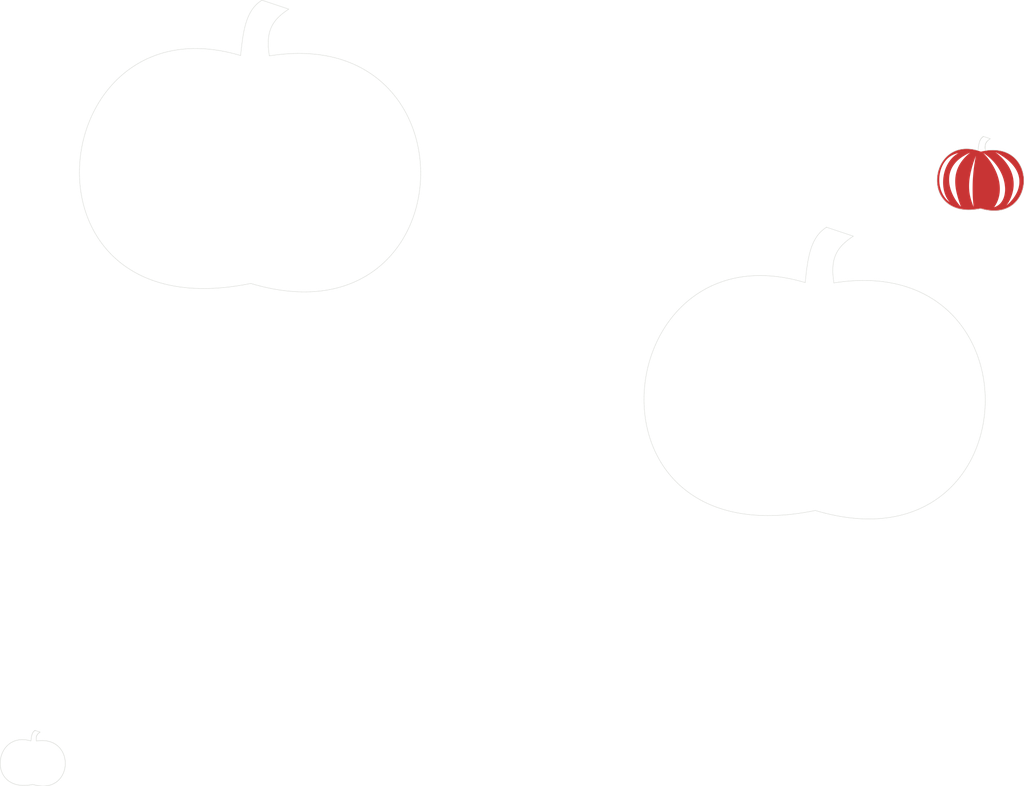
<source format=kicad_pcb>
(kicad_pcb (version 20201002) (generator pcbnew)
  (layers (0 "F.Cu" signal) (31 "B.Cu" signal) (34 "B.Paste" user) (35 "F.Paste" user) (36 "B.SilkS" user "B.Silkscreen") (37 "F.SilkS" user "F.Silkscreen") (38 "B.Mask" user) (39 "F.Mask" user) (44 "Edge.Cuts" user))
  (net 0 "")
  (module "art:pumpkin25_" (layer "F.Cu") (at -81.407 231.9528)
    (fp_text reference "Ref**" hide)
    (fp_text value "Val**" hide)
    (fp_line (start 4.472833 0.485003) (end 4.534893 0.336708) (layer "Edge.Cuts") (width 0.1))
    (fp_line (start -2.59991 -8.768813) (end -2.59231 -8.855033) (layer "Edge.Cuts") (width 0.1))
    (fp_line (start -1.364356 -8.079172) (end -1.593396 -8.068262) (layer "Edge.Cuts") (width 0.1))
    (fp_line (start 3.391933 -6.325654) (end 3.276723 -6.443258) (layer "Edge.Cuts") (width 0.1))
    (fp_line (start -1.576999 3.78463) (end -1.355779 3.80328) (layer "Edge.Cuts") (width 0.1))
    (fp_line (start 4.976187 -2.676773) (end 4.960327 -2.838192) (layer "Edge.Cuts") (width 0.1))
    (fp_line (start -12.025971 -1.965239) (end -12.019471 -1.800256) (layer "Edge.Cuts") (width 0.1))
    (fp_line (start -2.34974 -9.580773) (end -2.30883 -9.642373) (layer "Edge.Cuts") (width 0.1))
    (fp_line (start 4.525537 -4.559372) (end 4.462257 -4.708111) (layer "Edge.Cuts") (width 0.1))
    (fp_line (start -12.008891 -1.635639) (end -11.994191 -1.471497) (layer "Edge.Cuts") (width 0.1))
    (fp_line (start 5.000383 -2.028558) (end 5.000217 -2.190778) (layer "Edge.Cuts") (width 0.1))
    (fp_line (start 1.675662 3.335417) (end 1.833195 3.263747) (layer "Edge.Cuts") (width 0.1))
    (fp_line (start -3.480229 3.40039) (end -3.229382 3.47226) (layer "Edge.Cuts") (width 0.1))
    (fp_line (start -11.265911 0.857302) (end -11.182731 0.998587) (layer "Edge.Cuts") (width 0.1))
    (fp_line (start -3.556794 -10.019533) (end -3.595144 -9.937313) (layer "Edge.Cuts") (width 0.1))
    (fp_line (start 0.088451 3.767017) (end 0.279824 3.739317) (layer "Edge.Cuts") (width 0.1))
    (fp_line (start -10.162801 -6.766732) (end -10.278939 -6.649235) (layer "Edge.Cuts") (width 0.1))
    (fp_line (start -2.16798 -9.818593) (end -2.11499 -9.874873) (layer "Edge.Cuts") (width 0.1))
    (fp_line (start -8.387142 3.24314) (end -8.202619 3.30617) (layer "Edge.Cuts") (width 0.1))
    (fp_line (start -11.095131 1.137494) (end -11.003091 1.273906) (layer "Edge.Cuts") (width 0.1))
    (fp_line (start -7.207587 3.54642) (end -6.993975 3.5787) (layer "Edge.Cuts") (width 0.1))
    (fp_line (start 4.919193 -1.060397) (end 4.942463 -1.220607) (layer "Edge.Cuts") (width 0.1))
    (fp_line (start -2.919047 -10.744155) (end -2.919054 -10.743973) (layer "Edge.Cuts") (width 0.1))
    (fp_line (start 3.907827 -5.694214) (end 3.812657 -5.825935) (layer "Edge.Cuts") (width 0.1))
    (fp_line (start -4.585077 3.5796) (end -4.31653 3.54503) (layer "Edge.Cuts") (width 0.1))
    (fp_line (start 0.467453 3.706307) (end 0.651331 3.668087) (layer "Edge.Cuts") (width 0.1))
    (fp_line (start 4.462257 -4.708111) (end 4.395007 -4.855097) (layer "Edge.Cuts") (width 0.1))
    (fp_line (start -7.301892 -8.238289) (end -7.482474 -8.203259) (layer "Edge.Cuts") (width 0.1))
    (fp_line (start -10.391515 -6.528522) (end -10.500508 -6.404697) (layer "Edge.Cuts") (width 0.1))
    (fp_line (start 0.651331 3.668087) (end 0.831457 3.624767) (layer "Edge.Cuts") (width 0.1))
    (fp_line (start -2.030583 3.72837) (end -1.801936 3.75969) (layer "Edge.Cuts") (width 0.1))
    (fp_line (start 2.058566 -7.34734) (end 1.903013 -7.42868) (layer "Edge.Cuts") (width 0.1))
    (fp_line (start -9.793172 -7.098774) (end -9.9199 -6.991613) (layer "Edge.Cuts") (width 0.1))
    (fp_line (start 4.248567 -5.143383) (end 4.169367 -5.284468) (layer "Edge.Cuts") (width 0.1))
    (fp_line (start -12.028371 -2.130476) (end -12.025971 -1.965239) (layer "Edge.Cuts") (width 0.1))
    (fp_line (start -3.723244 -9.587356) (end -3.774054 -9.401343) (layer "Edge.Cuts") (width 0.1))
    (fp_line (start -3.663974 -9.766323) (end -3.723244 -9.587356) (layer "Edge.Cuts") (width 0.1))
    (fp_line (start -1.733819 -10.1953) (end -1.582695 -10.298436) (layer "Edge.Cuts") (width 0.1))
    (fp_line (start 4.744473 -0.272134) (end 4.787183 -0.427725) (layer "Edge.Cuts") (width 0.1))
    (fp_line (start -3.630824 -9.852873) (end -3.663974 -9.766323) (layer "Edge.Cuts") (width 0.1))
    (fp_line (start -6.740892 -8.310159) (end -6.931082 -8.291839) (layer "Edge.Cuts") (width 0.1))
    (fp_line (start -10.991161 -5.742876) (end -11.078301 -5.602755) (layer "Edge.Cuts") (width 0.1))
    (fp_line (start 1.349278 3.465277) (end 1.514354 3.402627) (layer "Edge.Cuts") (width 0.1))
    (fp_line (start 0.700454 -7.87406) (end 0.512379 -7.91868) (layer "Edge.Cuts") (width 0.1))
    (fp_line (start 3.157491 -6.557717) (end 3.03424 -6.668925) (layer "Edge.Cuts") (width 0.1))
    (fp_line (start 1.514354 3.402627) (end 1.675662 3.335417) (layer "Edge.Cuts") (width 0.1))
    (fp_line (start -11.078301 -5.602755) (end -11.161741 -5.460309) (layer "Edge.Cuts") (width 0.1))
    (fp_line (start -11.994191 -1.471497) (end -11.975341 -1.307943) (layer "Edge.Cuts") (width 0.1))
    (fp_line (start -0.076349 -8.0217) (end -0.280768 -8.0454) (layer "Edge.Cuts") (width 0.1))
    (fp_line (start -3.137244 -10.583293) (end -3.201944 -10.523043) (layer "Edge.Cuts") (width 0.1))
    (fp_line (start 1.833195 3.263747) (end 1.98695 3.187727) (layer "Edge.Cuts") (width 0.1))
    (fp_line (start 3.998997 -5.559991) (end 3.907827 -5.694214) (layer "Edge.Cuts") (width 0.1))
    (fp_line (start -10.590131 1.792389) (end -10.475611 1.914658) (layer "Edge.Cuts") (width 0.1))
    (fp_line (start -4.667599 -8.155884) (end -4.888692 -8.200584) (layer "Edge.Cuts") (width 0.1))
    (fp_line (start -3.471534 -10.176833) (end -3.515634 -10.099413) (layer "Edge.Cuts") (width 0.1))
    (fp_line (start 1.98695 3.187727) (end 2.136926 3.107467) (layer "Edge.Cuts") (width 0.1))
    (fp_line (start -3.424344 -10.251683) (end -3.471534 -10.176833) (layer "Edge.Cuts") (width 0.1))
    (fp_line (start -5.948624 -8.324254) (end -6.151381 -8.329854) (layer "Edge.Cuts") (width 0.1))
    (fp_line (start -0.280768 -8.0454) (end -0.489284 -8.0636) (layer "Edge.Cuts") (width 0.1))
    (fp_line (start -6.351025 -8.329259) (end -6.547534 -8.322659) (layer "Edge.Cuts") (width 0.1))
    (fp_line (start -9.23829 2.85921) (end -9.077531 2.94479) (layer "Edge.Cuts") (width 0.1))
    (fp_line (start 4.640187 -4.257064) (end 4.584847 -4.408988) (layer "Edge.Cuts") (width 0.1))
    (fp_line (start -9.9199 -6.991613) (end -10.043114 -6.880893) (layer "Edge.Cuts") (width 0.1))
    (fp_line (start 4.406903 0.631517) (end 4.472833 0.485003) (layer "Edge.Cuts") (width 0.1))
    (fp_line (start 0.279824 3.739317) (end 0.467453 3.706307) (layer "Edge.Cuts") (width 0.1))
    (fp_line (start -2.995934 -10.693873) (end -3.068614 -10.640273) (layer "Edge.Cuts") (width 0.1))
    (fp_line (start -2.982226 3.53711) (end -2.738765 3.59504) (layer "Edge.Cuts") (width 0.1))
    (fp_line (start 4.263493 0.918777) (end 4.337123 0.776144) (layer "Edge.Cuts") (width 0.1))
    (fp_line (start -10.043114 -6.880893) (end -10.162801 -6.766732) (layer "Edge.Cuts") (width 0.1))
    (fp_line (start 4.593093 0.186739) (end 4.647423 0.035206) (layer "Edge.Cuts") (width 0.1))
    (fp_line (start -11.583681 -4.563106) (end -11.640731 -4.407529) (layer "Edge.Cuts") (width 0.1))
    (fp_line (start 4.988117 -2.514991) (end 4.976187 -2.676773) (layer "Edge.Cuts") (width 0.1))
    (fp_line (start -4.443509 -8.104264) (end -4.667599 -8.155884) (layer "Edge.Cuts") (width 0.1))
    (fp_line (start -11.554711 0.270592) (end -11.489061 0.420279) (layer "Edge.Cuts") (width 0.1))
    (fp_line (start -7.659822 -8.162889) (end -7.833915 -8.117279) (layer "Edge.Cuts") (width 0.1))
    (fp_line (start -12.020771 -2.461254) (end -12.026571 -2.29585) (layer "Edge.Cuts") (width 0.1))
    (fp_line (start 3.503128 -6.205012) (end 3.391933 -6.325654) (layer "Edge.Cuts") (width 0.1))
    (fp_line (start 4.337123 0.776144) (end 4.406903 0.631517) (layer "Edge.Cuts") (width 0.1))
    (fp_line (start -3.068614 -10.640273) (end -3.137244 -10.583293) (layer "Edge.Cuts") (width 0.1))
    (fp_line (start 1.579743 -7.57861) (end 1.412019 -7.64699) (layer "Edge.Cuts") (width 0.1))
    (fp_line (start 4.988883 -1.704426) (end 4.996583 -1.866404) (layer "Edge.Cuts") (width 0.1))
    (fp_line (start -2.58127 -8.184994) (end -2.59961 -8.393079) (layer "Edge.Cuts") (width 0.1))
    (fp_line (start -7.482474 -8.203259) (end -7.659822 -8.162889) (layer "Edge.Cuts") (width 0.1))
    (fp_line (start -11.818191 -0.50292) (end -11.774071 -0.345249) (layer "Edge.Cuts") (width 0.1))
    (fp_line (start -8.566878 3.17537) (end -8.387142 3.24314) (layer "Edge.Cuts") (width 0.1))
    (fp_line (start -11.893691 -0.821932) (end -11.858061 -0.661852) (layer "Edge.Cuts") (width 0.1))
    (fp_line (start 0.320222 -7.95824) (end 0.123979 -7.99261) (layer "Edge.Cuts") (width 0.1))
    (fp_line (start -11.957391 -3.120912) (end -11.979261 -2.956514) (layer "Edge.Cuts") (width 0.1))
    (fp_line (start -3.595144 -9.937313) (end -3.630824 -9.852873) (layer "Edge.Cuts") (width 0.1))
    (fp_line (start -5.851956 3.65511) (end -5.608638 3.65261) (layer "Edge.Cuts") (width 0.1))
    (fp_line (start 2.906962 -6.776776) (end 2.775656 -6.88116) (layer "Edge.Cuts") (width 0.1))
    (fp_line (start -7.118088 -8.267849) (end -7.301892 -8.238289) (layer "Edge.Cuts") (width 0.1))
    (fp_line (start -12.010971 -2.626574) (end -12.020771 -2.461254) (layer "Edge.Cuts") (width 0.1))
    (fp_line (start 4.647423 0.035206) (end 4.697883 -0.117789) (layer "Edge.Cuts") (width 0.1))
    (fp_line (start -10.500508 -6.404697) (end -10.605902 -6.277877) (layer "Edge.Cuts") (width 0.1))
    (fp_line (start -11.774071 -0.345249) (end -11.725681 -0.18895) (layer "Edge.Cuts") (width 0.1))
    (fp_line (start -2.919054 -10.743973) (end -2.995934 -10.693873) (layer "Edge.Cuts") (width 0.1))
    (fp_line (start -2.38762 -9.517543) (end -2.34974 -9.580773) (layer "Edge.Cuts") (width 0.1))
    (fp_line (start -2.56804 -9.019053) (end -2.55135 -9.097103) (layer "Edge.Cuts") (width 0.1))
    (fp_line (start -10.906581 1.407714) (end -10.805599 1.538806) (layer "Edge.Cuts") (width 0.1))
    (fp_line (start 0.512379 -7.91868) (end 0.320222 -7.95824) (layer "Edge.Cuts") (width 0.1))
    (fp_line (start 3.930503 1.467221) (end 4.019513 1.333636) (layer "Edge.Cuts") (width 0.1))
    (fp_line (start -9.662947 -7.202269) (end -9.793172 -7.098774) (layer "Edge.Cuts") (width 0.1))
    (fp_line (start -2.305219 -7.998252) (end -2.55074 -7.962132) (layer "Edge.Cuts") (width 0.1))
    (fp_line (start -7.833915 -8.117279) (end -8.004736 -8.066539) (layer "Edge.Cuts") (width 0.1))
    (fp_line (start 3.42797 2.095053) (end 3.536128 1.975189) (layer "Edge.Cuts") (width 0.1))
    (fp_line (start 2.957183 2.54279) (end 3.080595 2.435828) (layer "Edge.Cuts") (width 0.1))
    (fp_line (start 3.200199 2.325479) (end 3.315992 2.211851) (layer "Edge.Cuts") (width 0.1))
    (fp_line (start -1.872918 -10.090974) (end -1.733819 -10.1953) (layer "Edge.Cuts") (width 0.1))
    (fp_line (start 2.425519 2.934637) (end 2.56413 2.842287) (layer "Edge.Cuts") (width 0.1))
    (fp_line (start -11.975341 -1.307943) (end -11.952311 -1.145089) (layer "Edge.Cuts") (width 0.1))
    (fp_line (start -6.993975 3.5787) (end -6.775458 3.60547) (layer "Edge.Cuts") (width 0.1))
    (fp_line (start -2.11499 -9.874873) (end -1.99998 -9.984488) (layer "Edge.Cuts") (width 0.1))
    (fp_line (start -6.323626 3.64201) (end -6.090279 3.65151) (layer "Edge.Cuts") (width 0.1))
    (fp_line (start -8.654968 -7.814589) (end -8.809174 -7.739909) (layer "Edge.Cuts") (width 0.1))
    (fp_line (start -10.232918 2.14959) (end -10.104709 2.262029) (layer "Edge.Cuts") (width 0.1))
    (fp_line (start -2.60581 -8.587363) (end -2.60441 -8.679633) (layer "Edge.Cuts") (width 0.1))
    (fp_line (start 2.56413 2.842287) (end 2.698946 2.746127) (layer "Edge.Cuts") (width 0.1))
    (fp_line (start -11.952311 -1.145089) (end -11.925101 -0.983049) (layer "Edge.Cuts") (width 0.1))
    (fp_line (start -11.317451 -5.168896) (end -11.389681 -5.020151) (layer "Edge.Cuts") (width 0.1))
    (fp_line (start -5.10695 3.62893) (end -4.848545 3.60753) (layer "Edge.Cuts") (width 0.1))
    (fp_line (start -1.355779 3.80328) (end -1.138275 3.81576) (layer "Edge.Cuts") (width 0.1))
    (fp_line (start 4.996117 -2.352957) (end 4.988117 -2.514991) (layer "Edge.Cuts") (width 0.1))
    (fp_line (start -9.394345 2.76946) (end -9.23829 2.85921) (layer "Edge.Cuts") (width 0.1))
    (fp_line (start -12.026571 -2.29585) (end -12.028371 -2.130476) (layer "Edge.Cuts") (width 0.1))
    (fp_line (start -9.107447 -7.577309) (end -9.251479 -7.489609) (layer "Edge.Cuts") (width 0.1))
    (fp_line (start -5.360309 3.64391) (end -5.10695 3.62893) (layer "Edge.Cuts") (width 0.1))
    (fp_line (start -10.356546 2.033762) (end -10.232918 2.14959) (layer "Edge.Cuts") (width 0.1))
    (fp_line (start -6.931082 -8.291839) (end -7.118088 -8.267849) (layer "Edge.Cuts") (width 0.1))
    (fp_line (start 4.860963 -0.742212) (end 4.892023 -0.900897) (layer "Edge.Cuts") (width 0.1))
    (fp_line (start -3.817524 -9.209211) (end -3.854764 -9.011887) (layer "Edge.Cuts") (width 0.1))
    (fp_line (start -2.2649 -9.702463) (end -2.21795 -9.761163) (layer "Edge.Cuts") (width 0.1))
    (fp_line (start -2.58169 -8.938403) (end -2.56804 -9.019053) (layer "Edge.Cuts") (width 0.1))
    (fp_line (start -8.960006 -7.660779) (end -9.107447 -7.577309) (layer "Edge.Cuts") (width 0.1))
    (fp_line (start 4.186013 1.059309) (end 4.263493 0.918777) (layer "Edge.Cuts") (width 0.1))
    (fp_line (start 0.123979 -7.99261) (end -0.076349 -8.0217) (layer "Edge.Cuts") (width 0.1))
    (fp_line (start -11.419061 0.568036) (end -11.344681 0.713746) (layer "Edge.Cuts") (width 0.1))
    (fp_line (start -11.979261 -2.956514) (end -11.997121 -2.791698) (layer "Edge.Cuts") (width 0.1))
    (fp_line (start 0.831457 3.624767) (end 1.007824 3.576457) (layer "Edge.Cuts") (width 0.1))
    (fp_line (start 3.536128 1.975189) (end 3.640463 1.852366) (layer "Edge.Cuts") (width 0.1))
    (fp_line (start 4.977313 -1.542729) (end 4.988883 -1.704426) (layer "Edge.Cuts") (width 0.1))
    (fp_line (start -9.251479 -7.489609) (end -9.392086 -7.397799) (layer "Edge.Cuts") (width 0.1))
    (fp_line (start 4.738987 -3.949032) (end 4.691567 -4.10371) (layer "Edge.Cuts") (width 0.1))
    (fp_line (start -10.805831 -6.015698) (end -10.900331 -5.88056) (layer "Edge.Cuts") (width 0.1))
    (fp_line (start -7.620153 3.46575) (end -7.416306 3.50873) (layer "Edge.Cuts") (width 0.1))
    (fp_line (start -11.673001 -0.034135) (end -11.616021 0.119083) (layer "Edge.Cuts") (width 0.1))
    (fp_line (start -11.788751 -3.932676) (end -11.830331 -3.772058) (layer "Edge.Cuts") (width 0.1))
    (fp_line (start -2.30883 -9.642373) (end -2.2649 -9.702463) (layer "Edge.Cuts") (width 0.1))
    (fp_line (start -2.59961 -8.393079) (end -2.60581 -8.587363) (layer "Edge.Cuts") (width 0.1))
    (fp_line (start -10.475611 1.914658) (end -10.356546 2.033762) (layer "Edge.Cuts") (width 0.1))
    (fp_line (start -9.392086 -7.397799) (end -9.529248 -7.301979) (layer "Edge.Cuts") (width 0.1))
    (fp_line (start -11.489061 0.420279) (end -11.419061 0.568036) (layer "Edge.Cuts") (width 0.1))
    (fp_line (start -12.019471 -1.800256) (end -12.008891 -1.635639) (layer "Edge.Cuts") (width 0.1))
    (fp_line (start 4.169367 -5.284468) (end 4.086177 -5.423375) (layer "Edge.Cuts") (width 0.1))
    (fp_line (start -6.090279 3.65151) (end -5.851956 3.65511) (layer "Edge.Cuts") (width 0.1))
    (fp_line (start 3.640463 1.852366) (end 3.740973 1.726692) (layer "Edge.Cuts") (width 0.1))
    (fp_line (start -4.888692 -8.200584) (end -5.106773 -8.238484) (layer "Edge.Cuts") (width 0.1))
    (fp_line (start -4.042882 3.50372) (end -3.764121 3.45554) (layer "Edge.Cuts") (width 0.1))
    (fp_line (start 1.412019 -7.64699) (end 1.240232 -7.71083) (layer "Edge.Cuts") (width 0.1))
    (fp_line (start -9.971901 2.370965) (end -9.834477 2.47629) (layer "Edge.Cuts") (width 0.1))
    (fp_line (start -1.139429 -8.084072) (end -1.364356 -8.079172) (layer "Edge.Cuts") (width 0.1))
    (fp_line (start -11.522811 -4.717143) (end -11.583681 -4.563106) (layer "Edge.Cuts") (width 0.1))
    (fp_line (start -8.336498 -7.950139) (end -8.497403 -7.884699) (layer "Edge.Cuts") (width 0.1))
    (fp_line (start -11.997121 -2.791698) (end -12.010971 -2.626574) (layer "Edge.Cuts") (width 0.1))
    (fp_line (start -0.106666 3.789297) (end 0.088451 3.767017) (layer "Edge.Cuts") (width 0.1))
    (fp_line (start -3.986414 -7.979824) (end -4.216443 -8.045614) (layer "Edge.Cuts") (width 0.1))
    (fp_line (start 0.884453 -7.82447) (end 0.700454 -7.87406) (layer "Edge.Cuts") (width 0.1))
    (fp_line (start 4.691567 -4.10371) (end 4.640187 -4.257064) (layer "Edge.Cuts") (width 0.1))
    (fp_line (start -3.262864 -10.459643) (end -3.320144 -10.393203) (layer "Edge.Cuts") (width 0.1))
    (fp_line (start -2.53164 -9.172673) (end -2.50889 -9.245883) (layer "Edge.Cuts") (width 0.1))
    (fp_line (start -11.868001 -3.610463) (end -11.901751 -3.447998) (layer "Edge.Cuts") (width 0.1))
    (fp_line (start -10.707681 -6.148173) (end -10.805831 -6.015698) (layer "Edge.Cuts") (width 0.1))
    (fp_line (start -0.701896 -8.07618) (end -0.918609 -8.08308) (layer "Edge.Cuts") (width 0.1))
    (fp_line (start -8.809174 -7.739909) (end -8.960006 -7.660779) (layer "Edge.Cuts") (width 0.1))
    (fp_line (start -6.775458 3.60547) (end -6.552013 3.62661) (layer "Edge.Cuts") (width 0.1))
    (fp_line (start 4.697883 -0.117789) (end 4.744473 -0.272134) (layer "Edge.Cuts") (width 0.1))
    (fp_line (start 2.500941 -7.0791) (end 2.357528 -7.17244) (layer "Edge.Cuts") (width 0.1))
    (fp_line (start -10.278939 -6.649235) (end -10.391515 -6.528522) (layer "Edge.Cuts") (width 0.1))
    (fp_line (start -1.82655 -8.051212) (end -2.063824 -8.027912) (layer "Edge.Cuts") (width 0.1))
    (fp_line (start 4.940527 -2.999143) (end 4.916797 -3.15952) (layer "Edge.Cuts") (width 0.1))
    (fp_line (start -3.774054 -9.401343) (end -3.817524 -9.209211) (layer "Edge.Cuts") (width 0.1))
    (fp_line (start 4.821957 -3.636129) (end 4.782447 -3.793135) (layer "Edge.Cuts") (width 0.1))
    (fp_line (start -2.45431 -9.385703) (end -2.42248 -9.452563) (layer "Edge.Cuts") (width 0.1))
    (fp_line (start -10.700121 1.667068) (end -10.590131 1.792389) (layer "Edge.Cuts") (width 0.1))
    (fp_line (start -3.320144 -10.393203) (end -3.373924 -10.323843) (layer "Edge.Cuts") (width 0.1))
    (fp_line (start -10.805599 1.538806) (end -10.700121 1.667068) (layer "Edge.Cuts") (width 0.1))
    (fp_line (start 3.837653 1.598275) (end 3.930503 1.467221) (layer "Edge.Cuts") (width 0.1))
    (fp_line (start -0.924495 3.82216) (end -0.714441 3.822557) (layer "Edge.Cuts") (width 0.1))
    (fp_line (start 4.942463 -1.220607) (end 4.961833 -1.381419) (layer "Edge.Cuts") (width 0.1))
    (fp_line (start -8.202619 3.30617) (end -8.013291 3.36436) (layer "Edge.Cuts") (width 0.1))
    (fp_line (start -11.901751 -3.447998) (end -11.931551 -3.284777) (layer "Edge.Cuts") (width 0.1))
    (fp_line (start -3.515634 -10.099413) (end -3.556794 -10.019533) (layer "Edge.Cuts") (width 0.1))
    (fp_line (start -2.499001 3.64615) (end -2.26294 3.69056) (layer "Edge.Cuts") (width 0.1))
    (fp_line (start -5.608638 3.65261) (end -5.360309 3.64391) (layer "Edge.Cuts") (width 0.1))
    (fp_line (start 4.534893 0.336708) (end 4.593093 0.186739) (layer "Edge.Cuts") (width 0.1))
    (fp_line (start 4.787183 -0.427725) (end 4.826013 -0.584452) (layer "Edge.Cuts") (width 0.1))
    (fp_line (start 2.829967 2.646257) (end 2.957183 2.54279) (layer "Edge.Cuts") (width 0.1))
    (fp_line (start 1.240232 -7.71083) (end 1.064377 -7.77003) (layer "Edge.Cuts") (width 0.1))
    (fp_line (start -2.919047 -10.743758) (end -2.919047 -10.744155) (layer "Edge.Cuts") (width 0.1))
    (fp_line (start 5.000217 -2.190778) (end 4.996117 -2.352957) (layer "Edge.Cuts") (width 0.1))
    (fp_line (start -8.172271 -8.010789) (end -8.336498 -7.950139) (layer "Edge.Cuts") (width 0.1))
    (fp_line (start 4.086177 -5.423375) (end 3.998997 -5.559991) (layer "Edge.Cuts") (width 0.1))
    (fp_line (start -1.801936 3.75969) (end -1.576999 3.78463) (layer "Edge.Cuts") (width 0.1))
    (fp_line (start -0.714441 3.822557) (end -0.508115 3.817157) (layer "Edge.Cuts") (width 0.1))
    (fp_line (start -2.063824 -8.027912) (end -2.305219 -7.998252) (layer "Edge.Cuts") (width 0.1))
    (fp_line (start 1.180433 3.523257) (end 1.349278 3.465277) (layer "Edge.Cuts") (width 0.1))
    (fp_line (start -0.305523 3.806047) (end -0.106666 3.789297) (layer "Edge.Cuts") (width 0.1))
    (fp_line (start -11.925101 -0.983049) (end -11.893691 -0.821932) (layer "Edge.Cuts") (width 0.1))
    (fp_line (start -9.529248 -7.301979) (end -9.662947 -7.202269) (layer "Edge.Cuts") (width 0.1))
    (fp_line (start -11.830331 -3.772058) (end -11.868001 -3.610463) (layer "Edge.Cuts") (width 0.1))
    (fp_line (start -3.914994 -8.605372) (end -3.940214 -8.398033) (layer "Edge.Cuts") (width 0.1))
    (fp_line (start 4.961833 -1.381419) (end 4.977313 -1.542729) (layer "Edge.Cuts") (width 0.1))
    (fp_line (start 1.064377 -7.77003) (end 0.884453 -7.82447) (layer "Edge.Cuts") (width 0.1))
    (fp_line (start -11.003091 1.273906) (end -10.906581 1.407714) (layer "Edge.Cuts") (width 0.1))
    (fp_line (start -6.552013 3.62661) (end -6.323626 3.64201) (layer "Edge.Cuts") (width 0.1))
    (fp_line (start -2.60441 -8.679633) (end -2.59991 -8.768813) (layer "Edge.Cuts") (width 0.1))
    (fp_line (start -11.616021 0.119083) (end -11.554711 0.270592) (layer "Edge.Cuts") (width 0.1))
    (fp_line (start 3.610312 -6.081439) (end 3.503128 -6.205012) (layer "Edge.Cuts") (width 0.1))
    (fp_line (start -2.42248 -9.452563) (end -2.38762 -9.517543) (layer "Edge.Cuts") (width 0.1))
    (fp_line (start -3.201944 -10.523043) (end -3.262864 -10.459643) (layer "Edge.Cuts") (width 0.1))
    (fp_line (start -0.918609 -8.08308) (end -1.139429 -8.084072) (layer "Edge.Cuts") (width 0.1))
    (fp_line (start -2.59231 -8.855033) (end -2.58169 -8.938403) (layer "Edge.Cuts") (width 0.1))
    (fp_line (start -11.241461 -5.315652) (end -11.317451 -5.168896) (layer "Edge.Cuts") (width 0.1))
    (fp_line (start -8.912056 3.02608) (end -8.741843 3.10298) (layer "Edge.Cuts") (width 0.1))
    (fp_line (start -11.458141 -4.869529) (end -11.522811 -4.717143) (layer "Edge.Cuts") (width 0.1))
    (fp_line (start -6.151381 -8.329854) (end -6.351025 -8.329259) (layer "Edge.Cuts") (width 0.1))
    (fp_line (start -2.26294 3.69056) (end -2.030583 3.72837) (layer "Edge.Cuts") (width 0.1))
    (fp_line (start -3.373924 -10.323843) (end -3.424344 -10.251683) (layer "Edge.Cuts") (width 0.1))
    (fp_line (start -1.593396 -8.068262) (end -1.82655 -8.051212) (layer "Edge.Cuts") (width 0.1))
    (fp_line (start 1.007824 3.576457) (end 1.180433 3.523257) (layer "Edge.Cuts") (width 0.1))
    (fp_line (start -4.216443 -8.045614) (end -4.443509 -8.104264) (layer "Edge.Cuts") (width 0.1))
    (fp_line (start -1.582695 -10.298436) (end -2.919047 -10.743758) (layer "Edge.Cuts") (width 0.1))
    (fp_line (start 4.996583 -1.866404) (end 5.000383 -2.028558) (layer "Edge.Cuts") (width 0.1))
    (fp_line (start 4.916797 -3.15952) (end 4.889127 -3.319215) (layer "Edge.Cuts") (width 0.1))
    (fp_line (start 2.210069 -7.26189) (end 2.058566 -7.34734) (layer "Edge.Cuts") (width 0.1))
    (fp_line (start -0.489284 -8.0636) (end -0.701896 -8.07618) (layer "Edge.Cuts") (width 0.1))
    (fp_line (start -11.743281 -4.092202) (end -11.788751 -3.932676) (layer "Edge.Cuts") (width 0.1))
    (fp_line (start -2.48311 -9.316853) (end -2.45431 -9.385703) (layer "Edge.Cuts") (width 0.1))
    (fp_line (start 4.892023 -0.900897) (end 4.919193 -1.060397) (layer "Edge.Cuts") (width 0.1))
    (fp_line (start 2.136926 3.107467) (end 2.283116 3.023067) (layer "Edge.Cuts") (width 0.1))
    (fp_line (start 4.019513 1.333636) (end 4.104683 1.197629) (layer "Edge.Cuts") (width 0.1))
    (fp_line (start -3.229382 3.47226) (end -2.982226 3.53711) (layer "Edge.Cuts") (width 0.1))
    (fp_line (start 3.713487 -5.955044) (end 3.610312 -6.081439) (layer "Edge.Cuts") (width 0.1))
    (fp_line (start 4.889127 -3.319215) (end 4.857517 -3.47812) (layer "Edge.Cuts") (width 0.1))
    (fp_line (start 4.857517 -3.47812) (end 4.821957 -3.636129) (layer "Edge.Cuts") (width 0.1))
    (fp_line (start 4.104683 1.197629) (end 4.186013 1.059309) (layer "Edge.Cuts") (width 0.1))
    (fp_line (start 4.395007 -4.855097) (end 4.323777 -5.000223) (layer "Edge.Cuts") (width 0.1))
    (fp_line (start -3.854764 -9.011887) (end -3.886884 -8.810298) (layer "Edge.Cuts") (width 0.1))
    (fp_line (start -3.940214 -8.398033) (end -3.986414 -7.979824) (layer "Edge.Cuts") (width 0.1))
    (fp_line (start -7.819142 3.41759) (end -7.620153 3.46575) (layer "Edge.Cuts") (width 0.1))
    (fp_line (start -11.858061 -0.661852) (end -11.818191 -0.50292) (layer "Edge.Cuts") (width 0.1))
    (fp_line (start -9.545717 2.67565) (end -9.394345 2.76946) (layer "Edge.Cuts") (width 0.1))
    (fp_line (start -10.104709 2.262029) (end -9.971901 2.370965) (layer "Edge.Cuts") (width 0.1))
    (fp_line (start -8.013291 3.36436) (end -7.819142 3.41759) (layer "Edge.Cuts") (width 0.1))
    (fp_line (start -5.533828 -8.294304) (end -5.742767 -8.312464) (layer "Edge.Cuts") (width 0.1))
    (fp_line (start 3.080595 2.435828) (end 3.200199 2.325479) (layer "Edge.Cuts") (width 0.1))
    (fp_line (start -0.508115 3.817157) (end -0.305523 3.806047) (layer "Edge.Cuts") (width 0.1))
    (fp_line (start 2.640318 -6.98197) (end 2.500941 -7.0791) (layer "Edge.Cuts") (width 0.1))
    (fp_line (start -7.416306 3.50873) (end -7.207587 3.54642) (layer "Edge.Cuts") (width 0.1))
    (fp_line (start -9.692422 2.57789) (end -9.545717 2.67565) (layer "Edge.Cuts") (width 0.1))
    (fp_line (start 3.03424 -6.668925) (end 2.906962 -6.776776) (layer "Edge.Cuts") (width 0.1))
    (fp_line (start 1.743406 -7.50581) (end 1.579743 -7.57861) (layer "Edge.Cuts") (width 0.1))
    (fp_line (start -11.389681 -5.020151) (end -11.458141 -4.869529) (layer "Edge.Cuts") (width 0.1))
    (fp_line (start -5.742767 -8.312464) (end -5.948624 -8.324254) (layer "Edge.Cuts") (width 0.1))
    (fp_line (start 3.276723 -6.443258) (end 3.157491 -6.557717) (layer "Edge.Cuts") (width 0.1))
    (fp_line (start -11.693931 -4.250523) (end -11.743281 -4.092202) (layer "Edge.Cuts") (width 0.1))
    (fp_line (start 4.826013 -0.584452) (end 4.860963 -0.742212) (layer "Edge.Cuts") (width 0.1))
    (fp_line (start -11.344681 0.713746) (end -11.265911 0.857302) (layer "Edge.Cuts") (width 0.1))
    (fp_line (start -8.497403 -7.884699) (end -8.654968 -7.814589) (layer "Edge.Cuts") (width 0.1))
    (fp_line (start -11.182731 0.998587) (end -11.095131 1.137494) (layer "Edge.Cuts") (width 0.1))
    (fp_line (start 2.357528 -7.17244) (end 2.210069 -7.26189) (layer "Edge.Cuts") (width 0.1))
    (fp_line (start 4.584847 -4.408988) (end 4.525537 -4.559372) (layer "Edge.Cuts") (width 0.1))
    (fp_line (start -9.077531 2.94479) (end -8.912056 3.02608) (layer "Edge.Cuts") (width 0.1))
    (fp_line (start -3.764121 3.45554) (end -3.480229 3.40039) (layer "Edge.Cuts") (width 0.1))
    (fp_line (start -2.55074 -7.962132) (end -2.58127 -8.184994) (layer "Edge.Cuts") (width 0.1))
    (fp_line (start -11.161741 -5.460309) (end -11.241461 -5.315652) (layer "Edge.Cuts") (width 0.1))
    (fp_line (start -8.741843 3.10298) (end -8.566878 3.17537) (layer "Edge.Cuts") (width 0.1))
    (fp_line (start -2.738765 3.59504) (end -2.499001 3.64615) (layer "Edge.Cuts") (width 0.1))
    (fp_line (start -6.547534 -8.322659) (end -6.740892 -8.310159) (layer "Edge.Cuts") (width 0.1))
    (fp_line (start 3.315992 2.211851) (end 3.42797 2.095053) (layer "Edge.Cuts") (width 0.1))
    (fp_line (start -5.321823 -8.269684) (end -5.533828 -8.294304) (layer "Edge.Cuts") (width 0.1))
    (fp_line (start 2.283116 3.023067) (end 2.425519 2.934637) (layer "Edge.Cuts") (width 0.1))
    (fp_line (start -9.834477 2.47629) (end -9.692422 2.57789) (layer "Edge.Cuts") (width 0.1))
    (fp_line (start 1.903013 -7.42868) (end 1.743406 -7.50581) (layer "Edge.Cuts") (width 0.1))
    (fp_line (start 3.740973 1.726692) (end 3.837653 1.598275) (layer "Edge.Cuts") (width 0.1))
    (fp_line (start -4.31653 3.54503) (end -4.042882 3.50372) (layer "Edge.Cuts") (width 0.1))
    (fp_line (start 4.960327 -2.838192) (end 4.940527 -2.999143) (layer "Edge.Cuts") (width 0.1))
    (fp_line (start -11.931551 -3.284777) (end -11.957391 -3.120912) (layer "Edge.Cuts") (width 0.1))
    (fp_line (start -8.004736 -8.066539) (end -8.172271 -8.010789) (layer "Edge.Cuts") (width 0.1))
    (fp_line (start -2.50889 -9.245883) (end -2.48311 -9.316853) (layer "Edge.Cuts") (width 0.1))
    (fp_line (start -5.106773 -8.238484) (end -5.321823 -8.269684) (layer "Edge.Cuts") (width 0.1))
    (fp_line (start -1.138275 3.81576) (end -0.924495 3.82216) (layer "Edge.Cuts") (width 0.1))
    (fp_line (start 3.812657 -5.825935) (end 3.713487 -5.955044) (layer "Edge.Cuts") (width 0.1))
    (fp_line (start 2.775656 -6.88116) (end 2.640318 -6.98197) (layer "Edge.Cuts") (width 0.1))
    (fp_line (start -1.99998 -9.984488) (end -1.872918 -10.090974) (layer "Edge.Cuts") (width 0.1))
    (fp_line (start -2.55135 -9.097103) (end -2.53164 -9.172673) (layer "Edge.Cuts") (width 0.1))
    (fp_line (start -2.21795 -9.761163) (end -2.16798 -9.818593) (layer "Edge.Cuts") (width 0.1))
    (fp_line (start -3.886884 -8.810298) (end -3.914994 -8.605372) (layer "Edge.Cuts") (width 0.1))
    (fp_line (start -10.900331 -5.88056) (end -10.991161 -5.742876) (layer "Edge.Cuts") (width 0.1))
    (fp_line (start -10.605902 -6.277877) (end -10.707681 -6.148173) (layer "Edge.Cuts") (width 0.1))
    (fp_line (start 4.323777 -5.000223) (end 4.248567 -5.143383) (layer "Edge.Cuts") (width 0.1))
    (fp_line (start 4.782447 -3.793135) (end 4.738987 -3.949032) (layer "Edge.Cuts") (width 0.1))
    (fp_line (start 2.698946 2.746127) (end 2.829967 2.646257) (layer "Edge.Cuts") (width 0.1))
    (fp_line (start -11.725681 -0.18895) (end -11.673001 -0.034135) (layer "Edge.Cuts") (width 0.1))
    (fp_line (start -11.640731 -4.407529) (end -11.693931 -4.250523) (layer "Edge.Cuts") (width 0.1))
    (fp_line (start -4.848545 3.60753) (end -4.585077 3.5796) (layer "Edge.Cuts") (width 0.1))
  )
  (module "art:pumpkin-outline-v3" (layer "F.Cu") (at 162.2298 80.0608)
    (fp_text reference "Ref**" hide)
    (fp_text value "Val**" hide)
    (fp_line (start 10.706907 1.938981) (end 10.766897 1.850311) (layer "Edge.Cuts") (width 0.1))
    (fp_line (start 11.989157 -1.219475) (end 12.007917 -1.325711) (layer "Edge.Cuts") (width 0.1))
    (fp_line (start -10.334425 -4.939403) (end -10.358885 -4.831505) (layer "Edge.Cuts") (width 0.1))
    (fp_line (start 10.454157 2.285061) (end 10.519257 2.199871) (layer "Edge.Cuts") (width 0.1))
    (fp_line (start 12.128012 -3.156065) (end 12.123312 -3.264147) (layer "Edge.Cuts") (width 0.1))
    (fp_line (start 11.296337 0.921111) (end 11.342227 0.824341) (layer "Edge.Cuts") (width 0.1))
    (fp_line (start -2.601608 -11.121798) (end -2.736269 -11.124498) (layer "Edge.Cuts") (width 0.1))
    (fp_line (start 9.152607 3.578801) (end 9.239327 3.511591) (layer "Edge.Cuts") (width 0.1))
    (fp_line (start -1.912818 -11.077178) (end -2.05263 -11.090358) (layer "Edge.Cuts") (width 0.1))
    (fp_line (start 6.334171 4.874601) (end 6.454892 4.846541) (layer "Edge.Cuts") (width 0.1))
    (fp_line (start 2.173335 -12.485915) (end 2.193065 -12.531425) (layer "Edge.Cuts") (width 0.1))
    (fp_line (start 6.212198 4.900951) (end 6.334171 4.874601) (layer "Edge.Cuts") (width 0.1))
    (fp_line (start 10.417552 -7.959786) (end 10.349422 -8.044526) (layer "Edge.Cuts") (width 0.1))
    (fp_line (start -2.497127 4.856046) (end -2.337411 4.857446) (layer "Edge.Cuts") (width 0.1))
    (fp_line (start -9.248395 -7.582008) (end -9.305875 -7.488188) (layer "Edge.Cuts") (width 0.1))
    (fp_line (start -6.074569 -10.437528) (end -6.177941 -10.388498) (layer "Edge.Cuts") (width 0.1))
    (fp_line (start -9.979765 -6.101841) (end -10.018435 -5.998358) (layer "Edge.Cuts") (width 0.1))
    (fp_line (start -3.522326 -11.098248) (end -3.649656 -11.087008) (layer "Edge.Cuts") (width 0.1))
    (fp_line (start 4.373542 5.081486) (end 4.51297 5.080811) (layer "Edge.Cuts") (width 0.1))
    (fp_line (start 1.238673 -14.088065) (end 1.196193 -14.047375) (layer "Edge.Cuts") (width 0.1))
    (fp_line (start 10.798292 -7.432986) (end 10.738172 -7.522886) (layer "Edge.Cuts") (width 0.1))
    (fp_line (start 8.413267 4.071141) (end 8.510107 4.014171) (layer "Edge.Cuts") (width 0.1))
    (fp_line (start -10.091935 -5.789928) (end -10.126765 -5.685017) (layer "Edge.Cuts") (width 0.1))
    (fp_line (start 7.57203 -10.124616) (end 7.460869 -10.170936) (layer "Edge.Cuts") (width 0.1))
    (fp_line (start 2.22795 -10.660131) (end 2.063545 -10.634921) (layer "Edge.Cuts") (width 0.1))
    (fp_line (start 5.454124 5.022391) (end 5.583591 5.006611) (layer "Edge.Cuts") (width 0.1))
    (fp_line (start 10.209162 -8.211206) (end 10.137022 -8.293116) (layer "Edge.Cuts") (width 0.1))
    (fp_line (start 11.870072 -4.972227) (end 11.843072 -5.076744) (layer "Edge.Cuts") (width 0.1))
    (fp_line (start 7.484986 4.520471) (end 7.593165 4.476391) (layer "Edge.Cuts") (width 0.1))
    (fp_line (start -2.05263 -11.090358) (end -2.191418 -11.101398) (layer "Edge.Cuts") (width 0.1))
    (fp_line (start -9.574725 -7.007838) (end -9.624765 -6.909648) (layer "Edge.Cuts") (width 0.1))
    (fp_line (start -0.30809 -10.785748) (end -0.458981 -10.823678) (layer "Edge.Cuts") (width 0.1))
    (fp_line (start -9.189685 -7.675038) (end -9.248395 -7.582008) (layer "Edge.Cuts") (width 0.1))
    (fp_line (start 5.583591 5.006611) (end 5.71181 4.989021) (layer "Edge.Cuts") (width 0.1))
    (fp_line (start 10.583087 2.113781) (end 10.645637 2.026811) (layer "Edge.Cuts") (width 0.1))
    (fp_line (start 7.26486 4.604041) (end 7.375551 4.563021) (layer "Edge.Cuts") (width 0.1))
    (fp_line (start -0.824699 4.776496) (end -0.648205 4.756786) (layer "Edge.Cuts") (width 0.1))
    (fp_line (start 11.326372 -6.492966) (end 11.279542 -6.590056) (layer "Edge.Cuts") (width 0.1))
    (fp_line (start 2.008755 -11.824625) (end 2.015355 -11.880615) (layer "Edge.Cuts") (width 0.1))
    (fp_line (start 10.857082 -7.342286) (end 10.798292 -7.432986) (layer "Edge.Cuts") (width 0.1))
    (fp_line (start -8.579505 2.455266) (end -8.502405 2.536276) (layer "Edge.Cuts") (width 0.1))
    (fp_line (start 1.324843 4.658066) (end 1.48901 4.700136) (layer "Edge.Cuts") (width 0.1))
    (fp_line (start 9.835092 -8.610796) (end 9.756262 -8.687636) (layer "Edge.Cuts") (width 0.1))
    (fp_line (start 10.180997 2.616501) (end 10.251197 2.535071) (layer "Edge.Cuts") (width 0.1))
    (fp_line (start -10.478085 -4.178694) (end -10.493325 -4.069163) (layer "Edge.Cuts") (width 0.1))
    (fp_line (start 11.181892 -6.782296) (end 11.131082 -6.877416) (layer "Edge.Cuts") (width 0.1))
    (fp_line (start -4.423251 4.662096) (end -4.284916 4.688116) (layer "Edge.Cuts") (width 0.1))
    (fp_line (start 12.022242 -4.231737) (end 12.004452 -4.338347) (layer "Edge.Cuts") (width 0.1))
    (fp_line (start -10.169145 -0.268917) (end -10.134745 -0.165437) (layer "Edge.Cuts") (width 0.1))
    (fp_line (start 11.920132 -4.762153) (end 11.895762 -4.867358) (layer "Edge.Cuts") (width 0.1))
    (fp_line (start -10.403885 -4.61486) (end -10.424415 -4.50615) (layer "Edge.Cuts") (width 0.1))
    (fp_line (start -7.060682 3.676196) (end -6.957425 3.736726) (layer "Edge.Cuts") (width 0.1))
    (fp_line (start 10.613922 -7.700216) (end 10.549802 -7.787616) (layer "Edge.Cuts") (width 0.1))
    (fp_line (start 4.952481 -10.759676) (end 4.812759 -10.770856) (layer "Edge.Cuts") (width 0.1))
    (fp_line (start -9.470905 -7.202158) (end -9.523435 -7.105348) (layer "Edge.Cuts") (width 0.1))
    (fp_line (start 0.867763 -13.636255) (end 0.836843 -13.585935) (layer "Edge.Cuts") (width 0.1))
    (fp_line (start -10.567165 -3.188767) (end -10.570365 -3.07848) (layer "Edge.Cuts") (width 0.1))
    (fp_line (start -10.414785 -1.220266) (end -10.393145 -1.113005) (layer "Edge.Cuts") (width 0.1))
    (fp_line (start -8.942575 -8.038828) (end -9.006185 -7.949158) (layer "Edge.Cuts") (width 0.1))
    (fp_line (start 10.914542 -7.250806) (end 10.857082 -7.342286) (layer "Edge.Cuts") (width 0.1))
    (fp_line (start -1.052591 -10.952148) (end -1.198489 -10.978548) (layer "Edge.Cuts") (width 0.1))
    (fp_line (start 2.448131 4.904716) (end 2.603666 4.931016) (layer "Edge.Cuts") (width 0.1))
    (fp_line (start -9.760325 0.740536) (end -9.711475 0.838036) (layer "Edge.Cuts") (width 0.1))
    (fp_line (start -6.481315 -10.232448) (end -6.580185 -10.177508) (layer "Edge.Cuts") (width 0.1))
    (fp_line (start 9.341992 -9.055496) (end 9.255112 -9.125676) (layer "Edge.Cuts") (width 0.1))
    (fp_line (start 2.881895 -13.400305) (end 2.968615 -13.470805) (layer "Edge.Cuts") (width 0.1))
    (fp_line (start -7.920085 3.072736) (end -7.830775 3.144776) (layer "Edge.Cuts") (width 0.1))
    (fp_line (start 2.387225 -12.873255) (end 2.416025 -12.913505) (layer "Edge.Cuts") (width 0.1))
    (fp_line (start 6.021138 -10.605076) (end 5.892326 -10.630566) (layer "Edge.Cuts") (width 0.1))
    (fp_line (start -0.458981 -10.823678) (end -0.60888 -10.859268) (layer "Edge.Cuts") (width 0.1))
    (fp_line (start -8.655095 2.373226) (end -8.579505 2.455266) (layer "Edge.Cuts") (width 0.1))
    (fp_line (start -10.308655 -5.046993) (end -10.334425 -4.939403) (layer "Edge.Cuts") (width 0.1))
    (fp_line (start -4.960374 4.540546) (end -4.82852 4.573516) (layer "Edge.Cuts") (width 0.1))
    (fp_line (start 8.699997 3.896221) (end 8.793047 3.835281) (layer "Edge.Cuts") (width 0.1))
    (fp_line (start 7.119258 -10.300856) (end 7.002676 -10.341086) (layer "Edge.Cuts") (width 0.1))
    (fp_line (start -1.487262 -11.024618) (end -1.63013 -11.044328) (layer "Edge.Cuts") (width 0.1))
    (fp_line (start 3.059345 -13.540585) (end 3.154075 -13.609815) (layer "Edge.Cuts") (width 0.1))
    (fp_line (start 6.692578 4.785401) (end 6.809543 4.752351) (layer "Edge.Cuts") (width 0.1))
    (fp_line (start 9.511732 -8.911696) (end 9.427532 -8.984166) (layer "Edge.Cuts") (width 0.1))
    (fp_line (start -2.966317 4.839846) (end -2.811578 4.847246) (layer "Edge.Cuts") (width 0.1))
    (fp_line (start -5.649919 -10.618258) (end -5.757751 -10.575418) (layer "Edge.Cuts") (width 0.1))
    (fp_line (start 11.849347 -0.588402) (end 11.875887 -0.692737) (layer "Edge.Cuts") (width 0.1))
    (fp_line (start -6.964295 -9.943668) (end -7.057465 -9.881778) (layer "Edge.Cuts") (width 0.1))
    (fp_line (start 9.988732 -8.453986) (end 9.912582 -8.532906) (layer "Edge.Cuts") (width 0.1))
    (fp_line (start 11.500452 -6.098596) (end 11.458922 -6.198056) (layer "Edge.Cuts") (width 0.1))
    (fp_line (start 9.077312 -9.262486) (end 8.986402 -9.329126) (layer "Edge.Cuts") (width 0.1))
    (fp_line (start 8.705582 -9.521506) (end 8.609282 -9.583096) (layer "Edge.Cuts") (width 0.1))
    (fp_line (start 2.306855 -12.749395) (end 2.332635 -12.791215) (layer "Edge.Cuts") (width 0.1))
    (fp_line (start 4.923791 5.067111) (end 5.058243 5.058711) (layer "Edge.Cuts") (width 0.1))
    (fp_line (start 5.838781 4.969641) (end 5.964503 4.948491) (layer "Edge.Cuts") (width 0.1))
    (fp_line (start -5.595504 4.350726) (end -5.471687 4.391956) (layer "Edge.Cuts") (width 0.1))
    (fp_line (start 5.227828 -10.731776) (end 5.090837 -10.746646) (layer "Edge.Cuts") (width 0.1))
    (fp_line (start 10.883037 1.670501) (end 10.939187 1.579401) (layer "Edge.Cuts") (width 0.1))
    (fp_line (start -9.142115 1.771486) (end -9.077035 1.860256) (layer "Edge.Cuts") (width 0.1))
    (fp_line (start 4.812759 -10.770856) (end 4.67167 -10.780156) (layer "Edge.Cuts") (width 0.1))
    (fp_line (start 0.634835 4.555766) (end 0.824958 4.517826) (layer "Edge.Cuts") (width 0.1))
    (fp_line (start 11.342227 0.824341) (end 11.386827 0.726941) (layer "Edge.Cuts") (width 0.1))
    (fp_line (start 2.476645 -12.992585) (end 2.508465 -13.031455) (layer "Edge.Cuts") (width 0.1))
    (fp_line (start -8.085145 -9.040298) (end -8.163165 -8.962508) (layer "Edge.Cuts") (width 0.1))
    (fp_line (start -0.999503 4.794016) (end -0.824699 4.776496) (layer "Edge.Cuts") (width 0.1))
    (fp_line (start -7.240355 -9.754008) (end -7.330075 -9.688168) (layer "Edge.Cuts") (width 0.1))
    (fp_line (start 9.427532 -8.984166) (end 9.341992 -9.055496) (layer "Edge.Cuts") (width 0.1))
    (fp_line (start 8.975357 3.709551) (end 9.064617 3.644791) (layer "Edge.Cuts") (width 0.1))
    (fp_line (start 9.324787 3.443181) (end 9.408977 3.373581) (layer "Edge.Cuts") (width 0.1))
    (fp_line (start 8.10754 -9.871206) (end 8.003142 -9.924736) (layer "Edge.Cuts") (width 0.1))
    (fp_line (start -3.264501 -11.114948) (end -3.39394 -11.107548) (layer "Edge.Cuts") (width 0.1))
    (fp_line (start -7.553605 3.353606) (end -7.458125 3.420716) (layer "Edge.Cuts") (width 0.1))
    (fp_line (start 12.091512 -3.69563) (end 12.080282 -3.803199) (layer "Edge.Cuts") (width 0.1))
    (fp_line (start -5.970078 -10.485038) (end -6.074569 -10.437528) (layer "Edge.Cuts") (width 0.1))
    (fp_line (start 9.676092 -8.763416) (end 9.594582 -8.838106) (layer "Edge.Cuts") (width 0.1))
    (fp_line (start 11.943182 -4.656633) (end 11.920132 -4.762153) (layer "Edge.Cuts") (width 0.1))
    (fp_line (start 9.887447 2.932161) (end 9.962747 2.854791) (layer "Edge.Cuts") (width 0.1))
    (fp_line (start 0.672073 -13.266705) (end 0.647863 -13.210795) (layer "Edge.Cuts") (width 0.1))
    (fp_line (start -3.901137 -11.058798) (end -4.025282 -11.041868) (layer "Edge.Cuts") (width 0.1))
    (fp_line (start 11.947737 -1.007838) (end 11.969097 -1.113511) (layer "Edge.Cuts") (width 0.1))
    (fp_line (start 12.082267 -1.860347) (end 12.093237 -1.967841) (layer "Edge.Cuts") (width 0.1))
    (fp_line (start -4.00336 4.734796) (end -3.860133 4.755416) (layer "Edge.Cuts") (width 0.1))
    (fp_line (start 8.609282 -9.583096) (end 8.511632 -9.643386) (layer "Edge.Cuts") (width 0.1))
    (fp_line (start 3.510906 5.043586) (end 3.65778 5.054986) (layer "Edge.Cuts") (width 0.1))
    (fp_line (start 0.580323 -13.038815) (end 0.539323 -12.920805) (layer "Edge.Cuts") (width 0.1))
    (fp_line (start -8.675995 -8.388438) (end -8.744455 -8.302428) (layer "Edge.Cuts") (width 0.1))
    (fp_line (start 2.416025 -12.913505) (end 2.445835 -12.953275) (layer "Edge.Cuts") (width 0.1))
    (fp_line (start 2.051795 -12.095505) (end 2.063445 -12.147055) (layer "Edge.Cuts") (width 0.1))
    (fp_line (start 8.986402 -9.329126) (end 8.894142 -9.394506) (layer "Edge.Cuts") (width 0.1))
    (fp_line (start 11.985342 -4.444712) (end 11.964922 -4.550813) (layer "Edge.Cuts") (width 0.1))
    (fp_line (start 11.025472 -7.065566) (end 10.970672 -7.158556) (layer "Edge.Cuts") (width 0.1))
    (fp_line (start 12.053892 -4.017852) (end 12.038722 -4.1249) (layer "Edge.Cuts") (width 0.1))
    (fp_line (start -0.757783 -10.892528) (end -0.905687 -10.923478) (layer "Edge.Cuts") (width 0.1))
    (fp_line (start 2.720485 -13.256525) (end 2.799185 -13.328935) (layer "Edge.Cuts") (width 0.1))
    (fp_line (start 0.966943 -13.781875) (end 0.932793 -13.734245) (layer "Edge.Cuts") (width 0.1))
    (fp_line (start -10.281585 -5.154256) (end -10.308655 -5.046993) (layer "Edge.Cuts") (width 0.1))
    (fp_line (start -6.304933 4.070446) (end -6.190665 4.120976) (layer "Edge.Cuts") (width 0.1))
    (fp_line (start 12.133512 -2.93977) (end 12.131412 -3.047933) (layer "Edge.Cuts") (width 0.1))
    (fp_line (start 5.32341 5.036351) (end 5.454124 5.022391) (layer "Edge.Cuts") (width 0.1))
    (fp_line (start 4.651154 5.078211) (end 4.788095 5.073611) (layer "Edge.Cuts") (width 0.1))
    (fp_line (start 1.114983 -13.962865) (end 1.076213 -13.919085) (layer "Edge.Cuts") (width 0.1))
    (fp_line (start 9.912582 -8.532906) (end 9.835092 -8.610796) (layer "Edge.Cuts") (width 0.1))
    (fp_line (start 3.947808 5.071586) (end 4.090961 5.076886) (layer "Edge.Cuts") (width 0.1))
    (fp_line (start -7.592275 -9.483048) (end -7.677345 -9.412208) (layer "Edge.Cuts") (width 0.1))
    (fp_line (start -10.098915 -0.06247) (end -10.061645 0.039964) (layer "Edge.Cuts") (width 0.1))
    (fp_line (start 11.249167 1.017231) (end 11.296337 0.921111) (layer "Edge.Cuts") (width 0.1))
    (fp_line (start -3.39394 -11.107548) (end -3.522326 -11.098248) (layer "Edge.Cuts") (width 0.1))
    (fp_line (start -10.345635 -0.899536) (end -10.319765 -0.793368) (layer "Edge.Cuts") (width 0.1))
    (fp_line (start -9.523435 -7.105348) (end -9.574725 -7.007838) (layer "Edge.Cuts") (width 0.1))
    (fp_line (start 12.080282 -3.803199) (end 12.067742 -3.910613) (layer "Edge.Cuts") (width 0.1))
    (fp_line (start -9.721085 -6.711298) (end -9.767355 -6.611177) (layer "Edge.Cuts") (width 0.1))
    (fp_line (start 11.662967 0.029018) (end 11.697257 -0.072774) (layer "Edge.Cuts") (width 0.1))
    (fp_line (start 7.681837 -10.076816) (end 7.57203 -10.124616) (layer "Edge.Cuts") (width 0.1))
    (fp_line (start 6.088976 4.925591) (end 6.212198 4.900951) (layer "Edge.Cuts") (width 0.1))
    (fp_line (start -2.329179 -11.110298) (end -2.46591 -11.117098) (layer "Edge.Cuts") (width 0.1))
    (fp_line (start -6.28019 -10.337958) (end -6.381315 -10.285938) (layer "Edge.Cuts") (width 0.1))
    (fp_line (start -10.370095 -1.006089) (end -10.345635 -0.899536) (layer "Edge.Cuts") (width 0.1))
    (fp_line (start 3.493701 -10.785031) (end 3.340289 -10.776731) (layer "Edge.Cuts") (width 0.1))
    (fp_line (start 8.510107 4.014171) (end 8.605687 3.955861) (layer "Edge.Cuts") (width 0.1))
    (fp_line (start 1.998555 -11.209178) (end 1.992455 -11.340825) (layer "Edge.Cuts") (width 0.1))
    (fp_line (start 12.056427 -1.645872) (end 12.069997 -1.753018) (layer "Edge.Cuts") (width 0.1))
    (fp_line (start 2.575125 -13.107945) (end 2.645795 -13.182915) (layer "Edge.Cuts") (width 0.1))
    (fp_line (start 2.871817 -10.739401) (end 2.712912 -10.722781) (layer "Edge.Cuts") (width 0.1))
    (fp_line (start -7.677345 -9.412208) (end -7.761255 -9.340158) (layer "Edge.Cuts") (width 0.1))
    (fp_line (start -4.284916 4.688116) (end -4.144953 4.712356) (layer "Edge.Cuts") (width 0.1))
    (fp_line (start 4.090961 5.076886) (end 4.232873 5.080186) (layer "Edge.Cuts") (width 0.1))
    (fp_line (start 11.458922 -6.198056) (end 11.416062 -6.296946) (layer "Edge.Cuts") (width 0.1))
    (fp_line (start -9.556135 1.126276) (end -9.501415 1.220866) (layer "Edge.Cuts") (width 0.1))
    (fp_line (start -10.253215 -5.261174) (end -10.281585 -5.154256) (layer "Edge.Cuts") (width 0.1))
    (fp_line (start -3.649656 -11.087008) (end -3.775928 -11.073848) (layer "Edge.Cuts") (width 0.1))
    (fp_line (start -5.957374 4.217516) (end -5.838345 4.263486) (layer "Edge.Cuts") (width 0.1))
    (fp_line (start 3.94571 -10.797931) (end 3.796411 -10.795631) (layer "Edge.Cuts") (width 0.1))
    (fp_line (start 6.765443 -10.416836) (end 6.64479 -10.452316) (layer "Edge.Cuts") (width 0.1))
    (fp_line (start 0.806943 -13.534755) (end 0.778053 -13.482745) (layer "Edge.Cuts") (width 0.1))
    (fp_line (start 8.800532 -9.458636) (end 8.705582 -9.521506) (layer "Edge.Cuts") (width 0.1))
    (fp_line (start 0.433593 -12.552378) (end 0.403493 -12.425284) (layer "Edge.Cuts") (width 0.1))
    (fp_line (start 5.630616 -10.676356) (end 5.497717 -10.696616) (layer "Edge.Cuts") (width 0.1))
    (fp_line (start -10.292485 -0.6876) (end -10.263785 -0.582252) (layer "Edge.Cuts") (width 0.1))
    (fp_line (start 0.624513 -13.154165) (end 0.602003 -13.096835) (layer "Edge.Cuts") (width 0.1))
    (fp_line (start -8.729175 2.290166) (end -8.655095 2.373226) (layer "Edge.Cuts") (width 0.1))
    (fp_line (start 8.115183 4.233811) (end 8.215807 4.180981) (layer "Edge.Cuts") (width 0.1))
    (fp_line (start -9.006185 -7.949158) (end -9.068575 -7.858628) (layer "Edge.Cuts") (width 0.1))
    (fp_line (start -9.010455 1.948126) (end -8.942385 2.035066) (layer "Edge.Cuts") (width 0.1))
    (fp_line (start -10.022935 0.141848) (end -9.982785 0.243161) (layer "Edge.Cuts") (width 0.1))
    (fp_line (start -4.559961 4.634306) (end -4.423251 4.662096) (layer "Edge.Cuts") (width 0.1))
    (fp_line (start -6.417619 4.018426) (end -6.304933 4.070446) (layer "Edge.Cuts") (width 0.1))
    (fp_line (start -8.343645 2.695106) (end -8.261985 2.772886) (layer "Edge.Cuts") (width 0.1))
    (fp_line (start 2.136885 -12.392825) (end 2.154605 -12.439725) (layer "Edge.Cuts") (width 0.1))
    (fp_line (start -4.270366 -11.002448) (end -4.391301 -10.979998) (layer "Edge.Cuts") (width 0.1))
    (fp_line (start 3.362794 5.030116) (end 3.510906 5.043586) (layer "Edge.Cuts") (width 0.1))
    (fp_line (start 0.375653 -12.296307) (end 0.349883 -12.165598) (layer "Edge.Cuts") (width 0.1))
    (fp_line (start 1.159444 4.613666) (end 1.324843 4.658066) (layer "Edge.Cuts") (width 0.1))
    (fp_line (start 3.355536 -13.747285) (end 1.573604 -14.341177) (layer "Edge.Cuts") (width 0.1))
    (fp_line (start -9.328425 1.499916) (end -9.267805 1.591296) (layer "Edge.Cuts") (width 0.1))
    (fp_line (start 0.245713 -11.491499) (end 0.212093 -11.215146) (layer "Edge.Cuts") (width 0.1))
    (fp_line (start 2.445835 -12.953275) (end 2.476645 -12.992585) (layer "Edge.Cuts") (width 0.1))
    (fp_line (start 8.884837 3.773051) (end 8.975357 3.709551) (layer "Edge.Cuts") (width 0.1))
    (fp_line (start -5.207546 -10.773458) (end -5.319791 -10.737118) (layer "Edge.Cuts") (width 0.1))
    (fp_line (start -3.775928 -11.073848) (end -3.901137 -11.058798) (layer "Edge.Cuts") (width 0.1))
    (fp_line (start -10.461515 -4.288048) (end -10.478085 -4.178694) (layer "Edge.Cuts") (width 0.1))
    (fp_line (start 0.647863 -13.210795) (end 0.624513 -13.154165) (layer "Edge.Cuts") (width 0.1))
    (fp_line (start 11.231382 -6.686506) (end 11.181892 -6.782296) (layer "Edge.Cuts") (width 0.1))
    (fp_line (start 4.67167 -10.780156) (end 4.529214 -10.787556) (layer "Edge.Cuts") (width 0.1))
    (fp_line (start -9.711475 0.838036) (end -9.661155 0.934836) (layer "Edge.Cuts") (width 0.1))
    (fp_line (start -10.519815 -3.849642) (end -10.531065 -3.739691) (layer "Edge.Cuts") (width 0.1))
    (fp_line (start 2.003155 -11.767685) (end 2.008755 -11.824625) (layer "Edge.Cuts") (width 0.1))
    (fp_line (start 2.022955 -11.935675) (end 2.031555 -11.989835) (layer "Edge.Cuts") (width 0.1))
    (fp_line (start 2.120175 -12.345205) (end 2.136885 -12.392825) (layer "Edge.Cuts") (width 0.1))
    (fp_line (start 0.750143 -13.429915) (end 0.723193 -13.376285) (layer "Edge.Cuts") (width 0.1))
    (fp_line (start 11.697257 -0.072774) (end 11.730257 -0.175034) (layer "Edge.Cuts") (width 0.1))
    (fp_line (start -10.570365 -3.07848) (end -10.572165 -2.968202) (layer "Edge.Cuts") (width 0.1))
    (fp_line (start -8.606325 -8.473488) (end -8.675995 -8.388438) (layer "Edge.Cuts") (width 0.1))
    (fp_line (start 12.069997 -1.753018) (end 12.082267 -1.860347) (layer "Edge.Cuts") (width 0.1))
    (fp_line (start -10.263785 -0.582252) (end -10.233665 -0.477343) (layer "Edge.Cuts") (width 0.1))
    (fp_line (start 3.803414 5.064286) (end 3.947808 5.071586) (layer "Edge.Cuts") (width 0.1))
    (fp_line (start -8.744455 -8.302428) (end -8.811705 -8.215478) (layer "Edge.Cuts") (width 0.1))
    (fp_line (start 3.340289 -10.776731) (end 3.185504 -10.766361) (layer "Edge.Cuts") (width 0.1))
    (fp_line (start 2.508465 -13.031455) (end 2.541295 -13.069905) (layer "Edge.Cuts") (width 0.1))
    (fp_line (start -6.957425 3.736726) (end -6.852604 3.795886) (layer "Edge.Cuts") (width 0.1))
    (fp_line (start 8.003142 -9.924736) (end 7.897393 -9.976856) (layer "Edge.Cuts") (width 0.1))
    (fp_line (start 2.332635 -12.791215) (end 2.359425 -12.832495) (layer "Edge.Cuts") (width 0.1))
    (fp_line (start 2.258315 -12.664035) (end 2.282085 -12.707005) (layer "Edge.Cuts") (width 0.1))
    (fp_line (start 1.196193 -14.047375) (end 1.154973 -14.005635) (layer "Edge.Cuts") (width 0.1))
    (fp_line (start -10.572627 -2.857952) (end -10.571735 -2.747749) (layer "Edge.Cuts") (width 0.1))
    (fp_line (start 2.552634 -10.704041) (end 2.39098 -10.683161) (layer "Edge.Cuts") (width 0.1))
    (fp_line (start -5.757751 -10.575418) (end -5.864471 -10.531008) (layer "Edge.Cuts") (width 0.1))
    (fp_line (start 1.992455 -11.340825) (end 1.990955 -11.404975) (layer "Edge.Cuts") (width 0.1))
    (fp_line (start 10.549802 -7.787616) (end 10.484342 -7.874146) (layer "Edge.Cuts") (width 0.1))
    (fp_line (start -9.609375 1.030926) (end -9.556135 1.126276) (layer "Edge.Cuts") (width 0.1))
    (fp_line (start -2.176029 4.856796) (end -2.01298 4.854096) (layer "Edge.Cuts") (width 0.1))
    (fp_line (start -10.537635 -2.088557) (end -10.527145 -1.979203) (layer "Edge.Cuts") (width 0.1))
    (fp_line (start 2.133358 4.845516) (end 2.291362 4.876226) (layer "Edge.Cuts") (width 0.1))
    (fp_line (start -3.420627 4.806166) (end -3.270839 4.819316) (layer "Edge.Cuts") (width 0.1))
    (fp_line (start 1.002213 -13.828575) (end 0.966943 -13.781875) (layer "Edge.Cuts") (width 0.1))
    (fp_line (start 11.964922 -4.550813) (end 11.943182 -4.656633) (layer "Edge.Cuts") (width 0.1))
    (fp_line (start 11.099947 1.301551) (end 11.150967 1.207471) (layer "Edge.Cuts") (width 0.1))
    (fp_line (start -10.435025 -1.327855) (end -10.414785 -1.220266) (layer "Edge.Cuts") (width 0.1))
    (fp_line (start -10.358885 -4.831505) (end -10.382045 -4.723318) (layer "Edge.Cuts") (width 0.1))
    (fp_line (start -6.869975 -10.004208) (end -6.964295 -9.943668) (layer "Edge.Cuts") (width 0.1))
    (fp_line (start -10.569435 -2.637611) (end -10.565835 -2.527557) (layer "Edge.Cuts") (width 0.1))
    (fp_line (start -4.629937 -10.929718) (end -4.747634 -10.901918) (layer "Edge.Cuts") (width 0.1))
    (fp_line (start 0.403493 -12.425284) (end 0.375653 -12.296307) (layer "Edge.Cuts") (width 0.1))
    (fp_line (start 12.025387 -1.432201) (end 12.041557 -1.538927) (layer "Edge.Cuts") (width 0.1))
    (fp_line (start -4.864247 -10.872378) (end -4.979771 -10.841108) (layer "Edge.Cuts") (width 0.1))
    (fp_line (start -10.382045 -4.723318) (end -10.403885 -4.61486) (layer "Edge.Cuts") (width 0.1))
    (fp_line (start 11.416062 -6.296946) (end 11.371882 -6.395256) (layer "Edge.Cuts") (width 0.1))
    (fp_line (start -10.549565 -3.519499) (end -10.556765 -3.409295) (layer "Edge.Cuts") (width 0.1))
    (fp_line (start -10.424415 -4.50615) (end -10.443625 -4.397206) (layer "Edge.Cuts") (width 0.1))
    (fp_line (start -4.979771 -10.841108) (end -5.094205 -10.808128) (layer "Edge.Cuts") (width 0.1))
    (fp_line (start 11.512907 0.431141) (end 11.552357 0.331401) (layer "Edge.Cuts") (width 0.1))
    (fp_line (start -10.393145 -1.113005) (end -10.370095 -1.006089) (layer "Edge.Cuts") (width 0.1))
    (fp_line (start 11.785112 -5.284649) (end 11.754152 -5.388001) (layer "Edge.Cuts") (width 0.1))
    (fp_line (start 9.239327 3.511591) (end 9.324787 3.443181) (layer "Edge.Cuts") (width 0.1))
    (fp_line (start -5.219246 4.469556) (end -5.090615 4.505886) (layer "Edge.Cuts") (width 0.1))
    (fp_line (start -9.941195 0.343888) (end -9.898155 0.444006) (layer "Edge.Cuts") (width 0.1))
    (fp_line (start 11.200707 1.112691) (end 11.249167 1.017231) (layer "Edge.Cuts") (width 0.1))
    (fp_line (start -10.571735 -2.747749) (end -10.569435 -2.637611) (layer "Edge.Cuts") (width 0.1))
    (fp_line (start 6.574361 4.816801) (end 6.692578 4.785401) (layer "Edge.Cuts") (width 0.1))
    (fp_line (start 8.215807 4.180981) (end 8.315167 4.126751) (layer "Edge.Cuts") (width 0.1))
    (fp_line (start -1.84826 4.849296) (end -1.681867 4.842496) (layer "Edge.Cuts") (width 0.1))
    (fp_line (start -10.471305 -1.543938) (end -10.453865 -1.435751) (layer "Edge.Cuts") (width 0.1))
    (fp_line (start 5.892326 -10.630566) (end 5.762152 -10.654336) (layer "Edge.Cuts") (width 0.1))
    (fp_line (start -9.939815 -6.204809) (end -9.979765 -6.101841) (layer "Edge.Cuts") (width 0.1))
    (fp_line (start 6.399408 -10.518396) (end 6.274678 -10.548966) (layer "Edge.Cuts") (width 0.1))
    (fp_line (start 7.152913 4.643501) (end 7.26486 4.604041) (layer "Edge.Cuts") (width 0.1))
    (fp_line (start 11.279542 -6.590056) (end 11.231382 -6.686506) (layer "Edge.Cuts") (width 0.1))
    (fp_line (start -9.661155 0.934836) (end -9.609375 1.030926) (layer "Edge.Cuts") (width 0.1))
    (fp_line (start -9.624765 -6.909648) (end -9.673555 -6.810798) (layer "Edge.Cuts") (width 0.1))
    (fp_line (start 12.117312 -3.372163) (end 12.110012 -3.480094) (layer "Edge.Cuts") (width 0.1))
    (fp_line (start 7.593165 4.476391) (end 7.700086 4.430811) (layer "Edge.Cuts") (width 0.1))
    (fp_line (start 6.148588 -10.577866) (end 6.021138 -10.605076) (layer "Edge.Cuts") (width 0.1))
    (fp_line (start -7.925555 -9.192528) (end -8.005935 -9.116978) (layer "Edge.Cuts") (width 0.1))
    (fp_line (start 10.766897 1.850311) (end 10.825607 1.760811) (layer "Edge.Cuts") (width 0.1))
    (fp_line (start -6.528726 3.964946) (end -6.417619 4.018426) (layer "Edge.Cuts") (width 0.1))
    (fp_line (start -8.261985 2.772886) (end -8.178805 2.849566) (layer "Edge.Cuts") (width 0.1))
    (fp_line (start 5.71181 4.989021) (end 5.838781 4.969641) (layer "Edge.Cuts") (width 0.1))
    (fp_line (start -9.982785 0.243161) (end -9.941195 0.343888) (layer "Edge.Cuts") (width 0.1))
    (fp_line (start -10.493325 -4.069163) (end -10.507235 -3.959472) (layer "Edge.Cuts") (width 0.1))
    (fp_line (start 2.063445 -12.147055) (end 2.076115 -12.197785) (layer "Edge.Cuts") (width 0.1))
    (fp_line (start 1.327513 -14.166215) (end 1.282443 -14.127685) (layer "Edge.Cuts") (width 0.1))
    (fp_line (start -9.077035 1.860256) (end -9.010455 1.948126) (layer "Edge.Cuts") (width 0.1))
    (fp_line (start -2.191418 -11.101398) (end -2.329179 -11.110298) (layer "Edge.Cuts") (width 0.1))
    (fp_line (start -6.746216 3.853656) (end -6.638258 3.910016) (layer "Edge.Cuts") (width 0.1))
    (fp_line (start 5.363455 -10.715096) (end 5.227828 -10.731776) (layer "Edge.Cuts") (width 0.1))
    (fp_line (start 8.312285 -9.759996) (end 8.210588 -9.816286) (layer "Edge.Cuts") (width 0.1))
    (fp_line (start 5.090837 -10.746646) (end 4.952481 -10.759676) (layer "Edge.Cuts") (width 0.1))
    (fp_line (start 2.089785 -12.247705) (end 2.104475 -12.296835) (layer "Edge.Cuts") (width 0.1))
    (fp_line (start 2.645795 -13.182915) (end 2.720485 -13.256525) (layer "Edge.Cuts") (width 0.1))
    (fp_line (start 0.446425 4.591366) (end 0.634835 4.555766) (layer "Edge.Cuts") (width 0.1))
    (fp_line (start -4.144953 4.712356) (end -4.00336 4.734796) (layer "Edge.Cuts") (width 0.1))
    (fp_line (start 6.64479 -10.452316) (end 6.522778 -10.486176) (layer "Edge.Cuts") (width 0.1))
    (fp_line (start -3.270839 4.819316) (end -3.119403 4.830546) (layer "Edge.Cuts") (width 0.1))
    (fp_line (start 3.213443 5.014556) (end 3.362794 5.030116) (layer "Edge.Cuts") (width 0.1))
    (fp_line (start 2.015355 -11.880615) (end 2.022955 -11.935675) (layer "Edge.Cuts") (width 0.1))
    (fp_line (start -10.160315 -5.579667) (end -10.192575 -5.473898) (layer "Edge.Cuts") (width 0.1))
    (fp_line (start 5.762152 -10.654336) (end 5.630616 -10.676356) (layer "Edge.Cuts") (width 0.1))
    (fp_line (start -3.715271 4.774196) (end -3.568769 4.791116) (layer "Edge.Cuts") (width 0.1))
    (fp_line (start 10.279962 -8.128336) (end 10.209162 -8.211206) (layer "Edge.Cuts") (width 0.1))
    (fp_line (start -10.554435 -2.307776) (end -10.546735 -2.198087) (layer "Edge.Cuts") (width 0.1))
    (fp_line (start 4.529214 -10.787556) (end 4.385391 -10.793056) (layer "Edge.Cuts") (width 0.1))
    (fp_line (start -7.330075 -9.688168) (end -7.418635 -9.621048) (layer "Edge.Cuts") (width 0.1))
    (fp_line (start -6.677915 -10.121148) (end -6.774515 -10.063378) (layer "Edge.Cuts") (width 0.1))
    (fp_line (start -10.126765 -5.685017) (end -10.160315 -5.579667) (layer "Edge.Cuts") (width 0.1))
    (fp_line (start -9.673555 -6.810798) (end -9.721085 -6.711298) (layer "Edge.Cuts") (width 0.1))
    (fp_line (start 9.653927 3.157871) (end 9.733037 3.083721) (layer "Edge.Cuts") (width 0.1))
    (fp_line (start -8.811705 -8.215478) (end -8.877745 -8.127608) (layer "Edge.Cuts") (width 0.1))
    (fp_line (start -4.025282 -11.041868) (end -4.14836 -11.023078) (layer "Edge.Cuts") (width 0.1))
    (fp_line (start 3.062854 4.996876) (end 3.213443 5.014556) (layer "Edge.Cuts") (width 0.1))
    (fp_line (start 8.605687 3.955861) (end 8.699997 3.896221) (layer "Edge.Cuts") (width 0.1))
    (fp_line (start 0.602003 -13.096835) (end 0.580323 -13.038815) (layer "Edge.Cuts") (width 0.1))
    (fp_line (start -9.853665 0.543496) (end -9.807725 0.642346) (layer "Edge.Cuts") (width 0.1))
    (fp_line (start 8.210588 -9.816286) (end 8.10754 -9.871206) (layer "Edge.Cuts") (width 0.1))
    (fp_line (start -7.739925 3.215616) (end -7.647535 3.285236) (layer "Edge.Cuts") (width 0.1))
    (fp_line (start -7.458125 3.420716) (end -7.361095 3.486546) (layer "Edge.Cuts") (width 0.1))
    (fp_line (start 11.386827 0.726941) (end 11.430137 0.628931) (layer "Edge.Cuts") (width 0.1))
    (fp_line (start 2.282085 -12.707005) (end 2.306855 -12.749395) (layer "Edge.Cuts") (width 0.1))
    (fp_line (start 2.359425 -12.832495) (end 2.387225 -12.873255) (layer "Edge.Cuts") (width 0.1))
    (fp_line (start 9.064617 3.644791) (end 9.152607 3.578801) (layer "Edge.Cuts") (width 0.1))
    (fp_line (start 10.519257 2.199871) (end 10.583087 2.113781) (layer "Edge.Cuts") (width 0.1))
    (fp_line (start 10.970672 -7.158556) (end 10.914542 -7.250806) (layer "Edge.Cuts") (width 0.1))
    (fp_line (start 2.39098 -10.683161) (end 2.22795 -10.660131) (layer "Edge.Cuts") (width 0.1))
    (fp_line (start -7.843995 -9.266928) (end -7.925555 -9.192528) (layer "Edge.Cuts") (width 0.1))
    (fp_line (start 10.738172 -7.522886) (end 10.676712 -7.611966) (layer "Edge.Cuts") (width 0.1))
    (fp_line (start -7.647535 3.285236) (end -7.553605 3.353606) (layer "Edge.Cuts") (width 0.1))
    (fp_line (start -7.057465 -9.881778) (end -7.149485 -9.818548) (layer "Edge.Cuts") (width 0.1))
    (fp_line (start 12.134287 -2.831593) (end 12.133512 -2.93977) (layer "Edge.Cuts") (width 0.1))
    (fp_line (start 2.041195 -10.78596) (end 2.022915 -10.931908) (layer "Edge.Cuts") (width 0.1))
    (fp_line (start -9.812365 -6.510448) (end -9.856115 -6.409132) (layer "Edge.Cuts") (width 0.1))
    (fp_line (start -7.361095 3.486546) (end -7.262515 3.551086) (layer "Edge.Cuts") (width 0.1))
    (fp_line (start 3.252805 -13.678665) (end 3.355536 -13.747285) (layer "Edge.Cuts") (width 0.1))
    (fp_line (start -2.869892 -11.125148) (end -3.002474 -11.123748) (layer "Edge.Cuts") (width 0.1))
    (fp_line (start 5.058243 5.058711) (end 5.191449 5.048461) (layer "Edge.Cuts") (width 0.1))
    (fp_line (start -9.856115 -6.409132) (end -9.898595 -6.307246) (layer "Edge.Cuts") (width 0.1))
    (fp_line (start 11.721872 -5.49093) (end 11.688272 -5.593416) (layer "Edge.Cuts") (width 0.1))
    (fp_line (start 11.761967 -0.277744) (end 11.792387 -0.380888) (layer "Edge.Cuts") (width 0.1))
    (fp_line (start 12.067742 -3.910613) (end 12.053892 -4.017852) (layer "Edge.Cuts") (width 0.1))
    (fp_line (start 7.348354 -10.215766) (end 7.234484 -10.259076) (layer "Edge.Cuts") (width 0.1))
    (fp_line (start 2.076115 -12.197785) (end 2.089785 -12.247705) (layer "Edge.Cuts") (width 0.1))
    (fp_line (start 12.111337 -2.183252) (end 12.118437 -2.291135) (layer "Edge.Cuts") (width 0.1))
    (fp_line (start 2.911028 4.977076) (end 3.062854 4.996876) (layer "Edge.Cuts") (width 0.1))
    (fp_line (start 11.969097 -1.113511) (end 11.989157 -1.219475) (layer "Edge.Cuts") (width 0.1))
    (fp_line (start 11.688272 -5.593416) (end 11.653352 -5.695443) (layer "Edge.Cuts") (width 0.1))
    (fp_line (start -0.470017 4.734856) (end -0.290133 4.710696) (layer "Edge.Cuts") (width 0.1))
    (fp_line (start -1.771983 -11.061838) (end -1.912818 -11.077178) (layer "Edge.Cuts") (width 0.1))
    (fp_line (start 7.460869 -10.170936) (end 7.348354 -10.215766) (layer "Edge.Cuts") (width 0.1))
    (fp_line (start 1.990955 -11.404975) (end 1.99043 -11.468035) (layer "Edge.Cuts") (width 0.1))
    (fp_line (start -2.736269 -11.124498) (end -2.869892 -11.125148) (layer "Edge.Cuts") (width 0.1))
    (fp_line (start -6.852604 3.795886) (end -6.746216 3.853656) (layer "Edge.Cuts") (width 0.1))
    (fp_line (start -7.761255 -9.340158) (end -7.843995 -9.266928) (layer "Edge.Cuts") (width 0.1))
    (fp_line (start 6.925254 4.717671) (end 7.03971 4.681381) (layer "Edge.Cuts") (width 0.1))
    (fp_line (start 11.472167 0.530321) (end 11.512907 0.431141) (layer "Edge.Cuts") (width 0.1))
    (fp_line (start 0.074736 4.655606) (end 0.259727 4.624636) (layer "Edge.Cuts") (width 0.1))
    (fp_line (start 2.154605 -12.439725) (end 2.173335 -12.485915) (layer "Edge.Cuts") (width 0.1))
    (fp_line (start 11.047647 1.394911) (end 11.099947 1.301551) (layer "Edge.Cuts") (width 0.1))
    (fp_line (start 1.651946 4.739896) (end 1.813649 4.777366) (layer "Edge.Cuts") (width 0.1))
    (fp_line (start -2.46591 -11.117098) (end -2.601608 -11.121798) (layer "Edge.Cuts") (width 0.1))
    (fp_line (start 1.998555 -11.709775) (end 2.003155 -11.767685) (layer "Edge.Cuts") (width 0.1))
    (fp_line (start -0.00334 -10.702788) (end -0.156208 -10.745458) (layer "Edge.Cuts") (width 0.1))
    (fp_line (start 10.137022 -8.293116) (end 10.063542 -8.374046) (layer "Edge.Cuts") (width 0.1))
    (fp_line (start 12.102937 -2.075482) (end 12.111337 -2.183252) (layer "Edge.Cuts") (width 0.1))
    (fp_line (start 7.700086 4.430811) (end 7.805748 4.383741) (layer "Edge.Cuts") (width 0.1))
    (fp_line (start 11.653352 -5.695443) (end 11.617112 -5.796992) (layer "Edge.Cuts") (width 0.1))
    (fp_line (start -10.507235 -3.959472) (end -10.519815 -3.849642) (layer "Edge.Cuts") (width 0.1))
    (fp_line (start -10.233665 -0.477343) (end -10.202115 -0.372892) (layer "Edge.Cuts") (width 0.1))
    (fp_line (start 0.723193 -13.376285) (end 0.697173 -13.321875) (layer "Edge.Cuts") (width 0.1))
    (fp_line (start -1.681867 4.842496) (end -1.513798 4.833596) (layer "Edge.Cuts") (width 0.1))
    (fp_line (start -9.898595 -6.307246) (end -9.939815 -6.204809) (layer "Edge.Cuts") (width 0.1))
    (fp_line (start 1.521323 -14.309065) (end 1.470793 -14.275085) (layer "Edge.Cuts") (width 0.1))
    (fp_line (start 3.645742 -10.791331) (end 3.493701 -10.785031) (layer "Edge.Cuts") (width 0.1))
    (fp_line (start 0.259727 4.624636) (end 0.446425 4.591366) (layer "Edge.Cuts") (width 0.1))
    (fp_line (start -9.767355 -6.611177) (end -9.812365 -6.510448) (layer "Edge.Cuts") (width 0.1))
    (fp_line (start -7.162378 3.614306) (end -7.060682 3.676196) (layer "Edge.Cuts") (width 0.1))
    (fp_line (start 10.320127 2.452681) (end 10.387777 2.369341) (layer "Edge.Cuts") (width 0.1))
    (fp_line (start -0.156208 -10.745458) (end -0.30809 -10.785748) (layer "Edge.Cuts") (width 0.1))
    (fp_line (start 12.128737 -2.507162) (end 12.131937 -2.615272) (layer "Edge.Cuts") (width 0.1))
    (fp_line (start 12.131412 -3.047933) (end 12.128012 -3.156065) (layer "Edge.Cuts") (width 0.1))
    (fp_line (start -8.801745 2.206106) (end -8.729175 2.290166) (layer "Edge.Cuts") (width 0.1))
    (fp_line (start 10.484342 -7.874146) (end 10.417552 -7.959786) (layer "Edge.Cuts") (width 0.1))
    (fp_line (start -1.344049 4.822546) (end -1.172618 4.809356) (layer "Edge.Cuts") (width 0.1))
    (fp_line (start 7.002676 -10.341086) (end 6.884738 -10.379756) (layer "Edge.Cuts") (width 0.1))
    (fp_line (start 12.093237 -1.967841) (end 12.102937 -2.075482) (layer "Edge.Cuts") (width 0.1))
    (fp_line (start 6.809543 4.752351) (end 6.925254 4.717671) (layer "Edge.Cuts") (width 0.1))
    (fp_line (start -7.262515 3.551086) (end -7.162378 3.614306) (layer "Edge.Cuts") (width 0.1))
    (fp_line (start -4.82852 4.573516) (end -4.69505 4.604776) (layer "Edge.Cuts") (width 0.1))
    (fp_line (start 2.104475 -12.296835) (end 2.120175 -12.345205) (layer "Edge.Cuts") (width 0.1))
    (fp_line (start 8.412632 -9.702356) (end 8.312285 -9.759996) (layer "Edge.Cuts") (width 0.1))
    (fp_line (start -10.202115 -0.372892) (end -10.169145 -0.268917) (layer "Edge.Cuts") (width 0.1))
    (fp_line (start 3.029347 -10.753921) (end 2.871817 -10.739401) (layer "Edge.Cuts") (width 0.1))
    (fp_line (start -2.01298 4.854096) (end -1.84826 4.849296) (layer "Edge.Cuts") (width 0.1))
    (fp_line (start -1.343381 -11.002698) (end -1.487262 -11.024618) (layer "Edge.Cuts") (width 0.1))
    (fp_line (start 0.992816 4.566926) (end 1.159444 4.613666) (layer "Edge.Cuts") (width 0.1))
    (fp_line (start -4.391301 -10.979998) (end -4.511158 -10.955748) (layer "Edge.Cuts") (width 0.1))
    (fp_line (start 2.031555 -11.989835) (end 2.041155 -12.043105) (layer "Edge.Cuts") (width 0.1))
    (fp_line (start 12.041557 -1.538927) (end 12.056427 -1.645872) (layer "Edge.Cuts") (width 0.1))
    (fp_line (start 0.180853 -10.936807) (end 0.150513 -10.657718) (layer "Edge.Cuts") (width 0.1))
    (fp_line (start -10.572165 -2.968202) (end -10.572627 -2.857952) (layer "Edge.Cuts") (width 0.1))
    (fp_line (start 12.123312 -3.264147) (end 12.117312 -3.372163) (layer "Edge.Cuts") (width 0.1))
    (fp_line (start 10.387777 2.369341) (end 10.454157 2.285061) (layer "Edge.Cuts") (width 0.1))
    (fp_line (start 12.124237 -2.399111) (end 12.128737 -2.507162) (layer "Edge.Cuts") (width 0.1))
    (fp_line (start -10.502005 -1.761104) (end -10.487355 -1.652394) (layer "Edge.Cuts") (width 0.1))
    (fp_line (start 6.522778 -10.486176) (end 6.399408 -10.518396) (layer "Edge.Cuts") (width 0.1))
    (fp_line (start 1.282443 -14.127685) (end 1.238673 -14.088065) (layer "Edge.Cuts") (width 0.1))
    (fp_line (start -9.362125 -7.393598) (end -9.417135 -7.298248) (layer "Edge.Cuts") (width 0.1))
    (fp_line (start -1.63013 -11.044328) (end -1.771983 -11.061838) (layer "Edge.Cuts") (width 0.1))
    (fp_line (start 0.697173 -13.321875) (end 0.672073 -13.266705) (layer "Edge.Cuts") (width 0.1))
    (fp_line (start 0.263873 -11.628546) (end 0.245713 -11.491499) (layer "Edge.Cuts") (width 0.1))
    (fp_line (start -8.463385 -8.640608) (end -8.535455 -8.557548) (layer "Edge.Cuts") (width 0.1))
    (fp_line (start -9.417135 -7.298248) (end -9.470905 -7.202158) (layer "Edge.Cuts") (width 0.1))
    (fp_line (start 1.038633 -13.874315) (end 1.002213 -13.828575) (layer "Edge.Cuts") (width 0.1))
    (fp_line (start -10.546735 -2.198087) (end -10.537635 -2.088557) (layer "Edge.Cuts") (width 0.1))
    (fp_line (start -8.535455 -8.557548) (end -8.606325 -8.473488) (layer "Edge.Cuts") (width 0.1))
    (fp_line (start -5.090615 4.505886) (end -4.960374 4.540546) (layer "Edge.Cuts") (width 0.1))
    (fp_line (start 1.992455 -11.590965) (end 1.994955 -11.650875) (layer "Edge.Cuts") (width 0.1))
    (fp_line (start 2.022915 -10.931908) (end 2.008705 -11.072926) (layer "Edge.Cuts") (width 0.1))
    (fp_line (start -8.178805 2.849566) (end -8.094095 2.925106) (layer "Edge.Cuts") (width 0.1))
    (fp_line (start 11.540662 -5.998587) (end 11.500452 -6.098596) (layer "Edge.Cuts") (width 0.1))
    (fp_line (start 4.385391 -10.793056) (end 4.2402 -10.796656) (layer "Edge.Cuts") (width 0.1))
    (fp_line (start 11.131082 -6.877416) (end 11.078942 -6.971846) (layer "Edge.Cuts") (width 0.1))
    (fp_line (start -6.190665 4.120976) (end -6.074813 4.170006) (layer "Edge.Cuts") (width 0.1))
    (fp_line (start -9.501415 1.220866) (end -9.445225 1.314686) (layer "Edge.Cuts") (width 0.1))
    (fp_line (start -5.346269 4.431576) (end -5.219246 4.469556) (layer "Edge.Cuts") (width 0.1))
    (fp_line (start 6.454892 4.846541) (end 6.574361 4.816801) (layer "Edge.Cuts") (width 0.1))
    (fp_line (start -10.515265 -1.870046) (end -10.502005 -1.761104) (layer "Edge.Cuts") (width 0.1))
    (fp_line (start 2.603666 4.931016) (end 2.757965 4.955126) (layer "Edge.Cuts") (width 0.1))
    (fp_line (start 2.063545 -10.634921) (end 2.041195 -10.78596) (layer "Edge.Cuts") (width 0.1))
    (fp_line (start 8.793047 3.835281) (end 8.884837 3.773051) (layer "Edge.Cuts") (width 0.1))
    (fp_line (start 2.291362 4.876226) (end 2.448131 4.904716) (layer "Edge.Cuts") (width 0.1))
    (fp_line (start 9.573547 3.230911) (end 9.653927 3.157871) (layer "Edge.Cuts") (width 0.1))
    (fp_line (start 0.932793 -13.734245) (end 0.899743 -13.685695) (layer "Edge.Cuts") (width 0.1))
    (fp_line (start 1.373913 -14.203635) (end 1.327513 -14.166215) (layer "Edge.Cuts") (width 0.1))
    (fp_line (start -10.487355 -1.652394) (end -10.471305 -1.543938) (layer "Edge.Cuts") (width 0.1))
    (fp_line (start -5.319791 -10.737118) (end -5.430937 -10.699128) (layer "Edge.Cuts") (width 0.1))
    (fp_line (start 7.03971 4.681381) (end 7.152913 4.643501) (layer "Edge.Cuts") (width 0.1))
    (fp_line (start 5.191449 5.048461) (end 5.32341 5.036351) (layer "Edge.Cuts") (width 0.1))
    (fp_line (start 8.013297 4.285231) (end 8.115183 4.233811) (layer "Edge.Cuts") (width 0.1))
    (fp_line (start -10.055825 -5.894381) (end -10.091935 -5.789928) (layer "Edge.Cuts") (width 0.1))
    (fp_line (start 2.235555 -12.620465) (end 2.258315 -12.664035) (layer "Edge.Cuts") (width 0.1))
    (fp_line (start -10.540965 -3.629637) (end -10.549565 -3.519499) (layer "Edge.Cuts") (width 0.1))
    (fp_line (start -3.860133 4.755416) (end -3.715271 4.774196) (layer "Edge.Cuts") (width 0.1))
    (fp_line (start 9.408977 3.373581) (end 9.491897 3.302821) (layer "Edge.Cuts") (width 0.1))
    (fp_line (start -9.068575 -7.858628) (end -9.129745 -7.767248) (layer "Edge.Cuts") (width 0.1))
    (fp_line (start -5.430937 -10.699128) (end -5.54098 -10.659498) (layer "Edge.Cuts") (width 0.1))
    (fp_line (start -4.747634 -10.901918) (end -4.864247 -10.872378) (layer "Edge.Cuts") (width 0.1))
    (fp_line (start -7.418635 -9.621048) (end -7.506035 -9.552668) (layer "Edge.Cuts") (width 0.1))
    (fp_line (start -6.177941 -10.388498) (end -6.28019 -10.337958) (layer "Edge.Cuts") (width 0.1))
    (fp_line (start -8.872815 2.121066) (end -8.801745 2.206106) (layer "Edge.Cuts") (width 0.1))
    (fp_line (start -10.560835 -2.417606) (end -10.554435 -2.307776) (layer "Edge.Cuts") (width 0.1))
    (fp_line (start -10.134745 -0.165437) (end -10.098915 -0.06247) (layer "Edge.Cuts") (width 0.1))
    (fp_line (start -4.14836 -11.023078) (end -4.270366 -11.002448) (layer "Edge.Cuts") (width 0.1))
    (fp_line (start -5.471687 4.391956) (end -5.346269 4.431576) (layer "Edge.Cuts") (width 0.1))
    (fp_line (start 0.349883 -12.165598) (end 0.326003 -12.033314) (layer "Edge.Cuts") (width 0.1))
    (fp_line (start 11.875887 -0.692737) (end 11.901127 -0.797433) (layer "Edge.Cuts") (width 0.1))
    (fp_line (start -0.290133 4.710696) (end -0.108549 4.684286) (layer "Edge.Cuts") (width 0.1))
    (fp_line (start 1.48901 4.700136) (end 1.651946 4.739896) (layer "Edge.Cuts") (width 0.1))
    (fp_line (start 8.894142 -9.394506) (end 8.800532 -9.458636) (layer "Edge.Cuts") (width 0.1))
    (fp_line (start 11.430137 0.628931) (end 11.472167 0.530321) (layer "Edge.Cuts") (width 0.1))
    (fp_line (start 2.041155 -12.043105) (end 2.051795 -12.095505) (layer "Edge.Cuts") (width 0.1))
    (fp_line (start 3.65778 5.054986) (end 3.803414 5.064286) (layer "Edge.Cuts") (width 0.1))
    (fp_line (start 3.185504 -10.766361) (end 3.029347 -10.753921) (layer "Edge.Cuts") (width 0.1))
    (fp_line (start -8.390115 -8.722658) (end -8.463385 -8.640608) (layer "Edge.Cuts") (width 0.1))
    (fp_line (start 8.315167 4.126751) (end 8.413267 4.071141) (layer "Edge.Cuts") (width 0.1))
    (fp_line (start 12.004452 -4.338347) (end 11.985342 -4.444712) (layer "Edge.Cuts") (width 0.1))
    (fp_line (start 11.901127 -0.797433) (end 11.925077 -0.902473) (layer "Edge.Cuts") (width 0.1))
    (fp_line (start 11.371882 -6.395256) (end 11.326372 -6.492966) (layer "Edge.Cuts") (width 0.1))
    (fp_line (start 9.255112 -9.125676) (end 9.166882 -9.194676) (layer "Edge.Cuts") (width 0.1))
    (fp_line (start 0.283183 -11.764633) (end 0.263873 -11.628546) (layer "Edge.Cuts") (width 0.1))
    (fp_line (start 11.627387 0.130322) (end 11.662967 0.029018) (layer "Edge.Cuts") (width 0.1))
    (fp_line (start 0.501323 -12.800292) (end 0.466143 -12.677432) (layer "Edge.Cuts") (width 0.1))
    (fp_line (start -3.568769 4.791116) (end -3.420627 4.806166) (layer "Edge.Cuts") (width 0.1))
    (fp_line (start -5.864471 -10.531008) (end -5.970078 -10.485038) (layer "Edge.Cuts") (width 0.1))
    (fp_line (start 9.733037 3.083721) (end 9.810877 3.008481) (layer "Edge.Cuts") (width 0.1))
    (fp_line (start 10.109517 2.696941) (end 10.180997 2.616501) (layer "Edge.Cuts") (width 0.1))
    (fp_line (start 10.036767 2.776381) (end 10.109517 2.696941) (layer "Edge.Cuts") (width 0.1))
    (fp_line (start 1.573471 -14.341692) (end 1.573273 -14.341865) (layer "Edge.Cuts") (width 0.1))
    (fp_line (start -0.905687 -10.923478) (end -1.052591 -10.952148) (layer "Edge.Cuts") (width 0.1))
    (fp_line (start -10.556765 -3.409295) (end -10.562665 -3.299045) (layer "Edge.Cuts") (width 0.1))
    (fp_line (start 0.836843 -13.585935) (end 0.806943 -13.534755) (layer "Edge.Cuts") (width 0.1))
    (fp_line (start 10.251197 2.535071) (end 10.320127 2.452681) (layer "Edge.Cuts") (width 0.1))
    (fp_line (start 11.925077 -0.902473) (end 11.947737 -1.007838) (layer "Edge.Cuts") (width 0.1))
    (fp_line (start -8.094095 2.925106) (end -8.007855 2.999506) (layer "Edge.Cuts") (width 0.1))
    (fp_line (start 5.964503 4.948491) (end 6.088976 4.925591) (layer "Edge.Cuts") (width 0.1))
    (fp_line (start 10.825607 1.760811) (end 10.883037 1.670501) (layer "Edge.Cuts") (width 0.1))
    (fp_line (start -3.002474 -11.123748) (end -3.134011 -11.120348) (layer "Edge.Cuts") (width 0.1))
    (fp_line (start 11.579552 -5.898046) (end 11.540662 -5.998587) (layer "Edge.Cuts") (width 0.1))
    (fp_line (start 12.038722 -4.1249) (end 12.022242 -4.231737) (layer "Edge.Cuts") (width 0.1))
    (fp_line (start 1.813649 4.777366) (end 1.97412 4.812566) (layer "Edge.Cuts") (width 0.1))
    (fp_line (start 3.154075 -13.609815) (end 3.252805 -13.678665) (layer "Edge.Cuts") (width 0.1))
    (fp_line (start 9.594582 -8.838106) (end 9.511732 -8.911696) (layer "Edge.Cuts") (width 0.1))
    (fp_line (start 1.994955 -11.650875) (end 1.998555 -11.709775) (layer "Edge.Cuts") (width 0.1))
    (fp_line (start 9.756262 -8.687636) (end 9.676092 -8.763416) (layer "Edge.Cuts") (width 0.1))
    (fp_line (start 9.810877 3.008481) (end 9.887447 2.932161) (layer "Edge.Cuts") (width 0.1))
    (fp_line (start 12.007917 -1.325711) (end 12.025387 -1.432201) (layer "Edge.Cuts") (width 0.1))
    (fp_line (start 1.99043 -11.468035) (end 1.990955 -11.530025) (layer "Edge.Cuts") (width 0.1))
    (fp_line (start 1.573604 -14.341177) (end 1.573471 -14.341692) (layer "Edge.Cuts") (width 0.1))
    (fp_line (start -1.172618 4.809356) (end -0.999503 4.794016) (layer "Edge.Cuts") (width 0.1))
    (fp_line (start -10.565835 -2.527557) (end -10.560835 -2.417606) (layer "Edge.Cuts") (width 0.1))
    (fp_line (start -10.192575 -5.473898) (end -10.223545 -5.367728) (layer "Edge.Cuts") (width 0.1))
    (fp_line (start 1.573273 -14.341865) (end 1.521323 -14.309065) (layer "Edge.Cuts") (width 0.1))
    (fp_line (start -8.240005 -8.883628) (end -8.315655 -8.803668) (layer "Edge.Cuts") (width 0.1))
    (fp_line (start 7.790291 -10.027556) (end 7.681837 -10.076816) (layer "Edge.Cuts") (width 0.1))
    (fp_line (start 8.511632 -9.643386) (end 8.412632 -9.702356) (layer "Edge.Cuts") (width 0.1))
    (fp_line (start 4.09364 -10.798256) (end 3.94571 -10.797931) (layer "Edge.Cuts") (width 0.1))
    (fp_line (start -8.005935 -9.116978) (end -8.085145 -9.040298) (layer "Edge.Cuts") (width 0.1))
    (fp_line (start 11.843072 -5.076744) (end 11.814752 -5.180891) (layer "Edge.Cuts") (width 0.1))
    (fp_line (start -8.942385 2.035066) (end -8.872815 2.121066) (layer "Edge.Cuts") (width 0.1))
    (fp_line (start 10.645637 2.026811) (end 10.706907 1.938981) (layer "Edge.Cuts") (width 0.1))
    (fp_line (start -6.638258 3.910016) (end -6.528726 3.964946) (layer "Edge.Cuts") (width 0.1))
    (fp_line (start 12.131937 -2.615272) (end 12.133737 -2.723422) (layer "Edge.Cuts") (width 0.1))
    (fp_line (start -5.838345 4.263486) (end -5.717723 4.307896) (layer "Edge.Cuts") (width 0.1))
    (fp_line (start -8.423785 2.616226) (end -8.343645 2.695106) (layer "Edge.Cuts") (width 0.1))
    (fp_line (start 12.101412 -3.587923) (end 12.091512 -3.69563) (layer "Edge.Cuts") (width 0.1))
    (fp_line (start -4.511158 -10.955748) (end -4.629937 -10.929718) (layer "Edge.Cuts") (width 0.1))
    (fp_line (start 6.884738 -10.379756) (end 6.765443 -10.416836) (layer "Edge.Cuts") (width 0.1))
    (fp_line (start 10.676712 -7.611966) (end 10.613922 -7.700216) (layer "Edge.Cuts") (width 0.1))
    (fp_line (start -9.898155 0.444006) (end -9.853665 0.543496) (layer "Edge.Cuts") (width 0.1))
    (fp_line (start 7.910152 4.335211) (end 8.013297 4.285231) (layer "Edge.Cuts") (width 0.1))
    (fp_line (start -5.54098 -10.659498) (end -5.649919 -10.618258) (layer "Edge.Cuts") (width 0.1))
    (fp_line (start 11.078942 -6.971846) (end 11.025472 -7.065566) (layer "Edge.Cuts") (width 0.1))
    (fp_line (start 2.008705 -11.072926) (end 1.998555 -11.209178) (layer "Edge.Cuts") (width 0.1))
    (fp_line (start 10.939187 1.579401) (end 10.994057 1.487531) (layer "Edge.Cuts") (width 0.1))
    (fp_line (start 9.166882 -9.194676) (end 9.077312 -9.262486) (layer "Edge.Cuts") (width 0.1))
    (fp_line (start 7.897393 -9.976856) (end 7.790291 -10.027556) (layer "Edge.Cuts") (width 0.1))
    (fp_line (start 12.133737 -2.723422) (end 12.134287 -2.831593) (layer "Edge.Cuts") (width 0.1))
    (fp_line (start 4.51297 5.080811) (end 4.651154 5.078211) (layer "Edge.Cuts") (width 0.1))
    (fp_line (start 0.466143 -12.677432) (end 0.433593 -12.552378) (layer "Edge.Cuts") (width 0.1))
    (fp_line (start -9.129745 -7.767248) (end -9.189685 -7.675038) (layer "Edge.Cuts") (width 0.1))
    (fp_line (start 9.962747 2.854791) (end 10.036767 2.776381) (layer "Edge.Cuts") (width 0.1))
    (fp_line (start 11.821517 -0.484446) (end 11.849347 -0.588402) (layer "Edge.Cuts") (width 0.1))
    (fp_line (start 2.799185 -13.328935) (end 2.881895 -13.400305) (layer "Edge.Cuts") (width 0.1))
    (fp_line (start 0.150513 -10.657718) (end -0.00334 -10.702788) (layer "Edge.Cuts") (width 0.1))
    (fp_line (start 7.375551 4.563021) (end 7.484986 4.520471) (layer "Edge.Cuts") (width 0.1))
    (fp_line (start -9.445225 1.314686) (end -9.387565 1.407706) (layer "Edge.Cuts") (width 0.1))
    (fp_line (start -2.655182 4.852646) (end -2.497127 4.856046) (layer "Edge.Cuts") (width 0.1))
    (fp_line (start -0.648205 4.756786) (end -0.470017 4.734856) (layer "Edge.Cuts") (width 0.1))
    (fp_line (start -10.018435 -5.998358) (end -10.055825 -5.894381) (layer "Edge.Cuts") (width 0.1))
    (fp_line (start 11.895762 -4.867358) (end 11.870072 -4.972227) (layer "Edge.Cuts") (width 0.1))
    (fp_line (start -1.198489 -10.978548) (end -1.343381 -11.002698) (layer "Edge.Cuts") (width 0.1))
    (fp_line (start -9.305875 -7.488188) (end -9.362125 -7.393598) (layer "Edge.Cuts") (width 0.1))
    (fp_line (start -8.502405 2.536276) (end -8.423785 2.616226) (layer "Edge.Cuts") (width 0.1))
    (fp_line (start -10.061645 0.039964) (end -10.022935 0.141848) (layer "Edge.Cuts") (width 0.1))
    (fp_line (start 2.213805 -12.576265) (end 2.235555 -12.620465) (layer "Edge.Cuts") (width 0.1))
    (fp_line (start -9.387565 1.407706) (end -9.328425 1.499916) (layer "Edge.Cuts") (width 0.1))
    (fp_line (start -10.527145 -1.979203) (end -10.515265 -1.870046) (layer "Edge.Cuts") (width 0.1))
    (fp_line (start 7.805748 4.383741) (end 7.910152 4.335211) (layer "Edge.Cuts") (width 0.1))
    (fp_line (start 2.541295 -13.069905) (end 2.575125 -13.107945) (layer "Edge.Cuts") (width 0.1))
    (fp_line (start -7.830775 3.144776) (end -7.739925 3.215616) (layer "Edge.Cuts") (width 0.1))
    (fp_line (start -10.223545 -5.367728) (end -10.253215 -5.261174) (layer "Edge.Cuts") (width 0.1))
    (fp_line (start 0.303833 -11.899608) (end 0.283183 -11.764633) (layer "Edge.Cuts") (width 0.1))
    (fp_line (start 2.712912 -10.722781) (end 2.552634 -10.704041) (layer "Edge.Cuts") (width 0.1))
    (fp_line (start -7.149485 -9.818548) (end -7.240355 -9.754008) (layer "Edge.Cuts") (width 0.1))
    (fp_line (start 11.814752 -5.180891) (end 11.785112 -5.284649) (layer "Edge.Cuts") (width 0.1))
    (fp_line (start 0.899743 -13.685695) (end 0.867763 -13.636255) (layer "Edge.Cuts") (width 0.1))
    (fp_line (start 4.2402 -10.796656) (end 4.09364 -10.798256) (layer "Edge.Cuts") (width 0.1))
    (fp_line (start 10.349422 -8.044526) (end 10.279962 -8.128336) (layer "Edge.Cuts") (width 0.1))
    (fp_line (start -10.319765 -0.793368) (end -10.292485 -0.6876) (layer "Edge.Cuts") (width 0.1))
    (fp_line (start 10.994057 1.487531) (end 11.047647 1.394911) (layer "Edge.Cuts") (width 0.1))
    (fp_line (start 12.118437 -2.291135) (end 12.124237 -2.399111) (layer "Edge.Cuts") (width 0.1))
    (fp_line (start 0.539323 -12.920805) (end 0.501323 -12.800292) (layer "Edge.Cuts") (width 0.1))
    (fp_line (start -10.443625 -4.397206) (end -10.461515 -4.288048) (layer "Edge.Cuts") (width 0.1))
    (fp_line (start 0.326003 -12.033314) (end 0.303833 -11.899608) (layer "Edge.Cuts") (width 0.1))
    (fp_line (start 11.754152 -5.388001) (end 11.721872 -5.49093) (layer "Edge.Cuts") (width 0.1))
    (fp_line (start -6.580185 -10.177508) (end -6.677915 -10.121148) (layer "Edge.Cuts") (width 0.1))
    (fp_line (start 11.150967 1.207471) (end 11.200707 1.112691) (layer "Edge.Cuts") (width 0.1))
    (fp_line (start -8.163165 -8.962508) (end -8.240005 -8.883628) (layer "Edge.Cuts") (width 0.1))
    (fp_line (start 0.212093 -11.215146) (end 0.180853 -10.936807) (layer "Edge.Cuts") (width 0.1))
    (fp_line (start 1.154973 -14.005635) (end 1.114983 -13.962865) (layer "Edge.Cuts") (width 0.1))
    (fp_line (start 11.552357 0.331401) (end 11.590517 0.231123) (layer "Edge.Cuts") (width 0.1))
    (fp_line (start 5.497717 -10.696616) (end 5.363455 -10.715096) (layer "Edge.Cuts") (width 0.1))
    (fp_line (start -10.453865 -1.435751) (end -10.435025 -1.327855) (layer "Edge.Cuts") (width 0.1))
    (fp_line (start 2.968615 -13.470805) (end 3.059345 -13.540585) (layer "Edge.Cuts") (width 0.1))
    (fp_line (start 0.824958 4.517826) (end 0.992816 4.566926) (layer "Edge.Cuts") (width 0.1))
    (fp_line (start -2.337411 4.857446) (end -2.176029 4.856796) (layer "Edge.Cuts") (width 0.1))
    (fp_line (start -8.315655 -8.803668) (end -8.390115 -8.722658) (layer "Edge.Cuts") (width 0.1))
    (fp_line (start -1.513798 4.833596) (end -1.344049 4.822546) (layer "Edge.Cuts") (width 0.1))
    (fp_line (start -6.074813 4.170006) (end -5.957374 4.217516) (layer "Edge.Cuts") (width 0.1))
    (fp_line (start -5.717723 4.307896) (end -5.595504 4.350726) (layer "Edge.Cuts") (width 0.1))
    (fp_line (start 7.234484 -10.259076) (end 7.119258 -10.300856) (layer "Edge.Cuts") (width 0.1))
    (fp_line (start 10.063542 -8.374046) (end 9.988732 -8.453986) (layer "Edge.Cuts") (width 0.1))
    (fp_line (start 9.491897 3.302821) (end 9.573547 3.230911) (layer "Edge.Cuts") (width 0.1))
    (fp_line (start 3.796411 -10.795631) (end 3.645742 -10.791331) (layer "Edge.Cuts") (width 0.1))
    (fp_line (start 4.232873 5.080186) (end 4.373542 5.081486) (layer "Edge.Cuts") (width 0.1))
    (fp_line (start 6.274678 -10.548966) (end 6.148588 -10.577866) (layer "Edge.Cuts") (width 0.1))
    (fp_line (start 12.110012 -3.480094) (end 12.101412 -3.587923) (layer "Edge.Cuts") (width 0.1))
    (fp_line (start 11.730257 -0.175034) (end 11.761967 -0.277744) (layer "Edge.Cuts") (width 0.1))
    (fp_line (start -0.60888 -10.859268) (end -0.757783 -10.892528) (layer "Edge.Cuts") (width 0.1))
    (fp_line (start -3.134011 -11.120348) (end -3.264501 -11.114948) (layer "Edge.Cuts") (width 0.1))
    (fp_line (start -6.381315 -10.285938) (end -6.481315 -10.232448) (layer "Edge.Cuts") (width 0.1))
    (fp_line (start -7.506035 -9.552668) (end -7.592275 -9.483048) (layer "Edge.Cuts") (width 0.1))
    (fp_line (start -8.877745 -8.127608) (end -8.942575 -8.038828) (layer "Edge.Cuts") (width 0.1))
    (fp_line (start -9.205705 1.681826) (end -9.142115 1.771486) (layer "Edge.Cuts") (width 0.1))
    (fp_line (start -6.774515 -10.063378) (end -6.869975 -10.004208) (layer "Edge.Cuts") (width 0.1))
    (fp_line (start -8.007855 2.999506) (end -7.920085 3.072736) (layer "Edge.Cuts") (width 0.1))
    (fp_line (start 0.778053 -13.482745) (end 0.750143 -13.429915) (layer "Edge.Cuts") (width 0.1))
    (fp_line (start 1.470793 -14.275085) (end 1.421663 -14.239935) (layer "Edge.Cuts") (width 0.1))
    (fp_line (start 1.990955 -11.530025) (end 1.992455 -11.590965) (layer "Edge.Cuts") (width 0.1))
    (fp_line (start 2.757965 4.955126) (end 2.911028 4.977076) (layer "Edge.Cuts") (width 0.1))
    (fp_line (start -0.108549 4.684286) (end 0.074736 4.655606) (layer "Edge.Cuts") (width 0.1))
    (fp_line (start 11.590517 0.231123) (end 11.627387 0.130322) (layer "Edge.Cuts") (width 0.1))
    (fp_line (start -4.69505 4.604776) (end -4.559961 4.634306) (layer "Edge.Cuts") (width 0.1))
    (fp_line (start -2.811578 4.847246) (end -2.655182 4.852646) (layer "Edge.Cuts") (width 0.1))
    (fp_line (start 2.193065 -12.531425) (end 2.213805 -12.576265) (layer "Edge.Cuts") (width 0.1))
    (fp_line (start -9.807725 0.642346) (end -9.760325 0.740536) (layer "Edge.Cuts") (width 0.1))
    (fp_line (start -5.094205 -10.808128) (end -5.207546 -10.773458) (layer "Edge.Cuts") (width 0.1))
    (fp_line (start -9.267805 1.591296) (end -9.205705 1.681826) (layer "Edge.Cuts") (width 0.1))
    (fp_line (start 1.97412 4.812566) (end 2.133358 4.845516) (layer "Edge.Cuts") (width 0.1))
    (fp_line (start -10.562665 -3.299045) (end -10.567165 -3.188767) (layer "Edge.Cuts") (width 0.1))
    (fp_line (start 1.076213 -13.919085) (end 1.038633 -13.874315) (layer "Edge.Cuts") (width 0.1))
    (fp_line (start 1.421663 -14.239935) (end 1.373913 -14.203635) (layer "Edge.Cuts") (width 0.1))
    (fp_line (start 4.788095 5.073611) (end 4.923791 5.067111) (layer "Edge.Cuts") (width 0.1))
    (fp_line (start 11.617112 -5.796992) (end 11.579552 -5.898046) (layer "Edge.Cuts") (width 0.1))
    (fp_line (start -3.119403 4.830546) (end -2.966317 4.839846) (layer "Edge.Cuts") (width 0.1))
    (fp_line (start 11.792387 -0.380888) (end 11.821517 -0.484446) (layer "Edge.Cuts") (width 0.1))
    (fp_line (start -10.531065 -3.739691) (end -10.540965 -3.629637) (layer "Edge.Cuts") (width 0.1))
  )
  (module "art:pumpkin25cu" (layer "F.Cu") (at 166.5224 78.9432)
    (fp_text reference "Ref**" hide)
    (fp_text value "Val**" hide)
    (fp_poly (pts (xy -6.518019 -9.929694) (xy -6.052182 -9.886555) (xy -5.715708 -9.841395) (xy -5.359941 -9.780564) (xy -4.990944 -9.704108) (xy -4.614326 -9.613437) (xy -4.235699 -9.509959) (xy -3.860673 -9.395084) (xy -3.625952 -9.316516) (xy -3.384753 -9.232979) (xy -3.098902 -9.295883) (xy -2.562867 -9.403906) (xy -2.034487 -9.490453) (xy -1.514413 -9.555505) (xy -1.0033 -9.59904) (xy -0.501799 -9.621039) (xy -0.010564 -9.621483) (xy 0.469753 -9.600351) (xy 0.938498 -9.557622) (xy 1.395018 -9.493278) (xy 1.674044 -9.442038) (xy 2.06096 -9.355933) (xy 2.430457 -9.255951) (xy 2.787367 -9.140457) (xy 3.136527 -9.007818) (xy 3.48277 -8.856398) (xy 3.66395 -8.769358) (xy 3.886595 -8.655723) (xy 4.090869 -8.543751) (xy 4.283179 -8.429513) (xy 4.469929 -8.309081) (xy 4.657526 -8.178527) (xy 4.80695 -8.068353) (xy 4.929528 -7.974533) (xy 5.040565 -7.886103) (xy 5.144925 -7.798797) (xy 5.247472 -7.708349) (xy 5.353069 -7.610495) (xy 5.466582 -7.500968) (xy 5.563499 -7.404938) (xy 5.829361 -7.126394) (xy 6.073614 -6.843223) (xy 6.300047 -6.550523) (xy 6.512447 -6.243393) (xy 6.714604 -5.916931) (xy 6.717584 -5.91185) (xy 6.771923 -5.815815) (xy 6.833193 -5.70186) (xy 6.898641 -5.575549) (xy 6.965513 -5.442441) (xy 7.031055 -5.308101) (xy 7.092514 -5.178089) (xy 7.147137 -5.057967) (xy 7.19217 -4.953297) (xy 7.192293 -4.953) (xy 7.351469 -4.535145) (xy 7.488361 -4.106354) (xy 7.602762 -3.66825) (xy 7.694467 -3.222457) (xy 7.763267 -2.770598) (xy 7.808957 -2.314296) (xy 7.83133 -1.855175) (xy 7.83018 -1.394858) (xy 7.8053 -0.934969) (xy 7.759148 -0.497289) (xy 7.687611 -0.042727) (xy 7.593253 0.404186) (xy 7.476479 0.842266) (xy 7.337696 1.27033) (xy 7.177307 1.687197) (xy 6.995718 2.091682) (xy 6.793335 2.482605) (xy 6.6575 2.7178) (xy 6.490935 2.983626) (xy 6.321189 3.231543) (xy 6.143953 3.467059) (xy 5.954919 3.695684) (xy 5.749777 3.922927) (xy 5.56895 4.10966) (xy 5.39305 4.282256) (xy 5.225793 4.437535) (xy 5.062207 4.57962) (xy 4.89732 4.712637) (xy 4.72616 4.840712) (xy 4.543758 4.96797) (xy 4.4958 5.000152) (xy 4.139786 5.222117) (xy 3.770383 5.422671) (xy 3.388045 5.601701) (xy 2.993227 5.759091) (xy 2.586382 5.894727) (xy 2.167966 6.008495) (xy 1.738434 6.10028) (xy 1.298238 6.169967) (xy 0.847835 6.217441) (xy 0.387678 6.242589) (xy -0.081778 6.245295) (xy -0.40005 6.234557) (xy -0.833492 6.203976) (xy -1.280015 6.154565) (xy -1.736308 6.086894) (xy -2.199057 6.001533) (xy -2.664951 5.899052) (xy -3.130677 5.780022) (xy -3.276169 5.739376) (xy -3.368461 5.714521) (xy -3.438158 5.699082) (xy -3.486184 5.692873) (xy -3.504769 5.69347) (xy -3.53143 5.697893) (xy -3.578142 5.706231) (xy -3.640015 5.717588) (xy -3.712163 5.731067) (xy -3.7846 5.744798) (xy -4.076132 5.797051) (xy -4.385032 5.846083) (xy -4.703354 5.890762) (xy -5.023153 5.929955) (xy -5.26415 5.95556) (xy -5.402171 5.968835) (xy -5.527246 5.979968) (xy -5.643504 5.989135) (xy -5.755072 5.996512) (xy -5.86608 6.002276) (xy -5.980656 6.006603) (xy -6.102928 6.00967) (xy -6.237024 6.011652) (xy -6.387073 6.012726) (xy -6.557203 6.013068) (xy -6.61035 6.013056) (xy -6.792044 6.012598) (xy -6.952303 6.011328) (xy -7.095084 6.009042) (xy -7.224346 6.005539) (xy -7.344046 6.000614) (xy -7.458143 5.994066) (xy -7.570593 5.98569) (xy -7.685354 5.975284) (xy -7.806385 5.962645) (xy -7.937642 5.94757) (xy -7.9756 5.943026) (xy -8.449184 5.874904) (xy -8.908826 5.7865) (xy -9.354254 5.677951) (xy -9.7852 5.549391) (xy -10.201393 5.400956) (xy -10.602562 5.232782) (xy -10.988437 5.045004) (xy -11.358748 4.837758) (xy -11.713224 4.611179) (xy -12.051596 4.365403) (xy -12.373592 4.100565) (xy -12.678943 3.816801) (xy -12.967379 3.514246) (xy -13.083013 3.382071) (xy -13.346254 3.053924) (xy -13.589267 2.710696) (xy -13.811836 2.352945) (xy -14.013745 1.981231) (xy -14.194779 1.596115) (xy -14.354721 1.198156) (xy -14.493356 0.787914) (xy -14.610467 0.36595) (xy -14.705839 -0.067178) (xy -14.779256 -0.510908) (xy -14.830501 -0.964682) (xy -14.847657 -1.1938) (xy -14.855659 -1.371658) (xy -14.859022 -1.568554) (xy -14.857952 -1.778592) (xy -14.854928 -1.902721) (xy -14.28432 -1.902721) (xy -14.273674 -1.457595) (xy -14.240846 -1.012515) (xy -14.210794 -0.7493) (xy -14.14584 -0.329361) (xy -14.061197 0.080813) (xy -13.957354 0.480272) (xy -13.834799 0.868069) (xy -13.694023 1.243254) (xy -13.535512 1.604879) (xy -13.359757 1.951996) (xy -13.167246 2.283657) (xy -12.958469 2.598912) (xy -12.733913 2.896814) (xy -12.494068 3.176413) (xy -12.239423 3.436762) (xy -11.970466 3.676912) (xy -11.899418 3.734992) (xy -11.848244 3.775396) (xy -11.792427 3.818368) (xy -11.735782 3.861097) (xy -11.682126 3.900777) (xy -11.635276 3.934598) (xy -11.599048 3.959753) (xy -11.577259 3.973433) (xy -11.573097 3.9751) (xy -11.575888 3.966499) (xy -11.590251 3.945728) (xy -11.590866 3.944929) (xy -11.607765 3.923617) (xy -11.63677 3.887626) (xy -11.673874 3.841908) (xy -11.715069 3.791419) (xy -11.716757 3.789354) (xy -11.936412 3.501623) (xy -12.140748 3.19462) (xy -12.329428 2.869586) (xy -12.502113 2.527762) (xy -12.658464 2.170388) (xy -12.798145 1.798705) (xy -12.920818 1.413954) (xy -13.026143 1.017374) (xy -13.113783 0.610207) (xy -13.1834 0.193693) (xy -13.234656 -0.230927) (xy -13.267213 -0.662413) (xy -13.280733 -1.099524) (xy -13.274877 -1.54102) (xy -13.25807 -1.8669) (xy -13.235574 -2.114475) (xy -11.714097 -2.114475) (xy -11.713898 -1.693242) (xy -11.689551 -1.266034) (xy -11.663619 -1.00965) (xy -11.598843 -0.562459) (xy -11.509486 -0.112566) (xy -11.396078 0.338917) (xy -11.259151 0.79088) (xy -11.099235 1.24221) (xy -10.916862 1.691797) (xy -10.712563 2.13853) (xy -10.486867 2.581296) (xy -10.240307 3.018986) (xy -9.973413 3.450486) (xy -9.686716 3.874687) (xy -9.380747 4.290477) (xy -9.056037 4.696744) (xy -8.788824 5.00774) (xy -8.739482 5.062845) (xy -8.696058 5.110318) (xy -8.661257 5.147283) (xy -8.637787 5.170865) (xy -8.628366 5.178199) (xy -8.63002 5.164835) (xy -8.638611 5.133242) (xy -8.65252 5.089107) (xy -8.660207 5.066308) (xy -8.672624 5.030259) (xy -8.692186 4.97355) (xy -8.717737 4.899531) (xy -8.748122 4.811548) (xy -8.782184 4.712947) (xy -8.818767 4.607077) (xy -8.856716 4.497283) (xy -8.86332 4.478179) (xy -9.032275 3.980283) (xy -9.187813 3.502529) (xy -9.330199 3.043661) (xy -9.459697 2.60242) (xy -9.576571 2.177549) (xy -9.681086 1.76779) (xy -9.773505 1.371884) (xy -9.854093 0.988574) (xy -9.923115 0.616603) (xy -9.980833 0.254712) (xy -10.027512 -0.098357) (xy -10.041924 -0.237048) (xy -6.496919 -0.237048) (xy -6.489145 0.239017) (xy -6.46366 0.705533) (xy -6.457588 0.783744) (xy -6.413515 1.228912) (xy -6.353389 1.671385) (xy -6.27664 2.113526) (xy -6.182697 2.557699) (xy -6.070992 3.006268) (xy -5.940955 3.461598) (xy -5.792017 3.926052) (xy -5.623608 4.401994) (xy -5.519866 4.676273) (xy -5.46832 4.809407) (xy -5.425114 4.920574) (xy -5.389536 5.011538) (xy -5.360872 5.084066) (xy -5.33841 5.139921) (xy -5.321438 5.180869) (xy -5.309242 5.208675) (xy -5.301111 5.225103) (xy -5.296331 5.231919) (xy -5.295337 5.232361) (xy -5.294762 5.220318) (xy -5.296775 5.186423) (xy -5.301081 5.134061) (xy -5.307383 5.066615) (xy -5.315385 4.98747) (xy -5.322805 4.918075) (xy -5.400294 4.130207) (xy -5.46243 3.325617) (xy -5.509121 2.507887) (xy -5.540272 1.680601) (xy -5.55579 0.847341) (xy -5.555582 0.011692) (xy -5.539554 -0.822765) (xy -5.507613 -1.652446) (xy -5.498714 -1.8288) (xy -5.433899 -2.84184) (xy -5.346455 -3.84487) (xy -5.236139 -4.839874) (xy -5.10271 -5.828838) (xy -4.945929 -6.813747) (xy -4.787275 -7.684793) (xy -4.767976 -7.784572) (xy -4.749733 -7.878424) (xy -4.733225 -7.962875) (xy -4.719137 -8.034454) (xy -4.708148 -8.089688) (xy -4.700943 -8.125106) (xy -4.699037 -8.134006) (xy -4.69284 -8.166431) (xy -4.691082 -8.186208) (xy -4.691683 -8.188417) (xy -4.697706 -8.178434) (xy -4.711886 -8.145481) (xy -4.733859 -8.090512) (xy -4.763256 -8.014485) (xy -4.799714 -7.918355) (xy -4.842865 -7.803078) (xy -4.892345 -7.66961) (xy -4.943314 -7.5311) (xy -5.17438 -6.883648) (xy -5.386507 -6.252495) (xy -5.579788 -5.637122) (xy -5.754319 -5.03701) (xy -5.910193 -4.451638) (xy -6.047507 -3.880489) (xy -6.166353 -3.323043) (xy -6.266827 -2.77878) (xy -6.349023 -2.247182) (xy -6.413035 -1.727729) (xy -6.458959 -1.219901) (xy -6.486889 -0.723181) (xy -6.496919 -0.237048) (xy -10.041924 -0.237048) (xy -10.063417 -0.443861) (xy -10.088811 -0.783059) (xy -10.103959 -1.117208) (xy -10.109125 -1.447566) (xy -10.109128 -1.45415) (xy -10.097369 -1.942499) (xy -10.06187 -2.421825) (xy -10.002607 -2.892206) (xy -9.919553 -3.353719) (xy -9.812684 -3.806441) (xy -9.681974 -4.250449) (xy -9.527398 -4.68582) (xy -9.34893 -5.112632) (xy -9.146546 -5.530961) (xy -8.92022 -5.940884) (xy -8.669926 -6.342479) (xy -8.39564 -6.735822) (xy -8.35688 -6.78815) (xy -8.111394 -7.102643) (xy -7.843276 -7.418751) (xy -7.554959 -7.733966) (xy -7.248871 -8.045775) (xy -6.927446 -8.351669) (xy -6.593114 -8.649137) (xy -6.384925 -8.824513) (xy -6.328805 -8.871056) (xy -6.280173 -8.911867) (xy -6.267458 -8.922708) (xy -2.779494 -8.922708) (xy -2.763702 -8.903026) (xy -2.762327 -8.901373) (xy -2.743507 -8.879991) (xy -2.711851 -8.845285) (xy -2.672028 -8.802336) (xy -2.635113 -8.763) (xy -2.369012 -8.473591) (xy -2.098967 -8.165543) (xy -1.829328 -7.844229) (xy -1.564445 -7.515019) (xy -1.308669 -7.183283) (xy -1.06635 -6.854391) (xy -0.911924 -6.63575) (xy -0.593192 -6.158866) (xy -0.295829 -5.678815) (xy -0.019961 -5.196196) (xy 0.234288 -4.711606) (xy 0.46679 -4.225644) (xy 0.677422 -3.738908) (xy 0.866057 -3.251997) (xy 1.032568 -2.765509) (xy 1.176832 -2.280043) (xy 1.298722 -1.796196) (xy 1.398113 -1.314567) (xy 1.474878 -0.835754) (xy 1.528892 -0.360356) (xy 1.560031 0.111028) (xy 1.568167 0.577802) (xy 1.553175 1.039366) (xy 1.514931 1.495121) (xy 1.453307 1.94447) (xy 1.368179 2.386815) (xy 1.25942 2.821556) (xy 1.149403 3.18135) (xy 1.016539 3.553287) (xy 0.870502 3.907031) (xy 0.708966 4.247357) (xy 0.529604 4.579039) (xy 0.330088 4.906853) (xy 0.245732 5.03555) (xy 0.200713 5.102799) (xy 0.159359 5.164386) (xy 0.124166 5.216606) (xy 0.097635 5.255751) (xy 0.082263 5.278117) (xy 0.08091 5.280025) (xy 0.07011 5.300361) (xy 0.073085 5.3086) (xy 0.089193 5.304666) (xy 0.124472 5.293888) (xy 0.174115 5.277795) (xy 0.233313 5.257921) (xy 0.249259 5.252467) (xy 0.437941 5.183119) (xy 0.609518 5.109672) (xy 0.772286 5.028024) (xy 0.93454 4.93407) (xy 1.07315 4.844883) (xy 1.310554 4.670957) (xy 1.532857 4.477239) (xy 1.73983 4.264526) (xy 1.931246 4.033617) (xy 2.106877 3.785307) (xy 2.266495 3.520394) (xy 2.409874 3.239675) (xy 2.536786 2.943948) (xy 2.647002 2.634009) (xy 2.740296 2.310657) (xy 2.81644 1.974687) (xy 2.875207 1.626897) (xy 2.916368 1.268086) (xy 2.939697 0.899048) (xy 2.944965 0.520583) (xy 2.931946 0.133487) (xy 2.900412 -0.261443) (xy 2.850134 -0.663409) (xy 2.780886 -1.071615) (xy 2.773203 -1.11125) (xy 2.666612 -1.59096) (xy 2.535065 -2.070392) (xy 2.378995 -2.548484) (xy 2.198834 -3.024173) (xy 1.995015 -3.496395) (xy 1.767968 -3.964086) (xy 1.518128 -4.426184) (xy 1.245925 -4.881625) (xy 1.230541 -4.906099) (xy 0.930138 -5.359532) (xy 0.606949 -5.802946) (xy 0.261949 -6.235298) (xy -0.103885 -6.655546) (xy -0.489579 -7.062648) (xy -0.894158 -7.455561) (xy -1.316646 -7.833243) (xy -1.756068 -8.194652) (xy -2.073811 -8.437839) (xy -2.134704 -8.482566) (xy -2.205448 -8.53371) (xy -2.282892 -8.589074) (xy -2.363889 -8.646458) (xy -2.44529 -8.703664) (xy -2.523944 -8.758495) (xy -2.596703 -8.808752) (xy -2.660419 -8.852236) (xy -2.711941 -8.88675) (xy -2.748122 -8.910095) (xy -2.76225 -8.918414) (xy -2.779016 -8.926646) (xy -2.779494 -8.922708) (xy -6.267458 -8.922708) (xy -6.242148 -8.944287) (xy -6.217851 -8.965659) (xy -6.2103 -8.973249) (xy -6.221264 -8.971809) (xy -6.252394 -8.960405) (xy -6.30105 -8.940252) (xy -6.364592 -8.912567) (xy -6.44038 -8.878566) (xy -6.525774 -8.839466) (xy -6.618134 -8.796483) (xy -6.714819 -8.750833) (xy -6.813189 -8.703732) (xy -6.910604 -8.656397) (xy -7.004424 -8.610044) (xy -7.06755 -8.578323) (xy -7.516905 -8.339782) (xy -7.94308 -8.091124) (xy -8.346262 -7.832192) (xy -8.726638 -7.562829) (xy -9.084395 -7.282878) (xy -9.41972 -6.992181) (xy -9.732799 -6.69058) (xy -10.023819 -6.377918) (xy -10.292967 -6.054038) (xy -10.54043 -5.718783) (xy -10.645789 -5.5626) (xy -10.858406 -5.215347) (xy -11.047778 -4.858078) (xy -11.213804 -4.491243) (xy -11.356386 -4.115291) (xy -11.475421 -3.73067) (xy -11.57081 -3.337829) (xy -11.642453 -2.937217) (xy -11.690248 -2.529283) (xy -11.714097 -2.114475) (xy -13.235574 -2.114475) (xy -13.214147 -2.350268) (xy -13.148593 -2.827695) (xy -13.061837 -3.298003) (xy -12.954305 -3.760012) (xy -12.826424 -4.212542) (xy -12.67862 -4.654414) (xy -12.511322 -5.084449) (xy -12.324956 -5.501466) (xy -12.119949 -5.904287) (xy -11.896728 -6.291731) (xy -11.65572 -6.662618) (xy -11.397352 -7.015771) (xy -11.391656 -7.0231) (xy -11.280244 -7.163399) (xy -11.172558 -7.292544) (xy -11.062989 -7.416859) (xy -10.945926 -7.542666) (xy -10.815758 -7.676291) (xy -10.782786 -7.709386) (xy -10.536735 -7.945358) (xy -10.290738 -8.160375) (xy -10.039749 -8.358364) (xy -9.778721 -8.543251) (xy -9.502608 -8.718964) (xy -9.429587 -8.762534) (xy -9.364022 -8.80128) (xy -9.318368 -8.828855) (xy -9.290624 -8.846938) (xy -9.278792 -8.85721) (xy -9.280872 -8.861349) (xy -9.294866 -8.861034) (xy -9.31545 -8.858407) (xy -9.352934 -8.852092) (xy -9.407706 -8.841446) (xy -9.472332 -8.827971) (xy -9.5377 -8.813549) (xy -9.904224 -8.717614) (xy -10.259427 -8.599044) (xy -10.602929 -8.458127) (xy -10.934347 -8.295151) (xy -11.253299 -8.110406) (xy -11.559405 -7.90418) (xy -11.852281 -7.676762) (xy -12.131546 -7.428441) (xy -12.396818 -7.159505) (xy -12.647716 -6.870242) (xy -12.883857 -6.560942) (xy -13.10486 -6.231894) (xy -13.23312 -6.0198) (xy -13.428699 -5.658388) (xy -13.604933 -5.281719) (xy -13.761538 -4.891322) (xy -13.89823 -4.488728) (xy -14.014726 -4.075467) (xy -14.110741 -3.65307) (xy -14.185992 -3.223066) (xy -14.240194 -2.786987) (xy -14.273065 -2.346362) (xy -14.28432 -1.902721) (xy -14.854928 -1.902721) (xy -14.852657 -1.995876) (xy -14.843344 -2.214512) (xy -14.830221 -2.428603) (xy -14.813494 -2.632254) (xy -14.79337 -2.81957) (xy -14.789397 -2.85115) (xy -14.718008 -3.312847) (xy -14.624125 -3.767203) (xy -14.508227 -4.213212) (xy -14.370796 -4.649867) (xy -14.212314 -5.076162) (xy -14.03326 -5.491089) (xy -13.834116 -5.893641) (xy -13.615363 -6.282811) (xy -13.377482 -6.657593) (xy -13.120955 -7.01698) (xy -12.846262 -7.359964) (xy -12.553884 -7.685538) (xy -12.408949 -7.833796) (xy -12.094601 -8.129208) (xy -11.767272 -8.402913) (xy -11.427373 -8.65479) (xy -11.075316 -8.884714) (xy -10.711513 -9.092562) (xy -10.606967 -9.1443) (xy 0.380612 -9.1443) (xy 0.389768 -9.135123) (xy 0.405638 -9.122079) (xy 0.429172 -9.103182) (xy 0.468637 -9.071581) (xy 0.52011 -9.030413) (xy 0.579669 -8.982815) (xy 0.643391 -8.931926) (xy 0.646938 -8.929094) (xy 1.101467 -8.553456) (xy 1.532981 -8.170689) (xy 1.941301 -7.781018) (xy 2.326249 -7.384668) (xy 2.687648 -6.981864) (xy 3.025319 -6.57283) (xy 3.339083 -6.157791) (xy 3.628765 -5.736973) (xy 3.894184 -5.3106) (xy 4.135164 -4.878897) (xy 4.351526 -4.442089) (xy 4.537919 -4.0132) (xy 4.704815 -3.569119) (xy 4.846451 -3.123034) (xy 4.962922 -2.674434) (xy 5.054323 -2.222804) (xy 5.120751 -1.767631) (xy 5.162301 -1.308401) (xy 5.179068 -0.844601) (xy 5.177569 -0.57785) (xy 5.169859 -0.328636) (xy 5.156924 -0.096184) (xy 5.13799 0.127749) (xy 5.11228 0.351408) (xy 5.079018 0.583038) (xy 5.053865 0.7366) (xy 4.96495 1.186036) (xy 4.851691 1.636735) (xy 4.714927 2.08666) (xy 4.555498 2.533777) (xy 4.374244 2.976047) (xy 4.172006 3.411436) (xy 3.949622 3.837908) (xy 3.707934 4.253425) (xy 3.447781 4.655952) (xy 3.420498 4.695825) (xy 3.383698 4.750055) (xy 3.35344 4.796056) (xy 3.332018 4.830223) (xy 3.321727 4.848951) (xy 3.321449 4.8514) (xy 3.333803 4.843591) (xy 3.360774 4.822533) (xy 3.397928 4.791773) (xy 3.426829 4.767056) (xy 3.526513 4.679062) (xy 3.638046 4.577707) (xy 3.755924 4.468176) (xy 3.874642 4.355655) (xy 3.988695 4.245329) (xy 4.092579 4.142384) (xy 4.12805 4.106477) (xy 4.450322 3.765557) (xy 4.748601 3.423968) (xy 5.024264 3.079817) (xy 5.27869 2.731211) (xy 5.513256 2.376254) (xy 5.729339 2.013054) (xy 5.928316 1.639717) (xy 5.941767 1.6129) (xy 6.117079 1.239435) (xy 6.26825 0.868588) (xy 6.396026 0.49789) (xy 6.501154 0.124873) (xy 6.584378 -0.252932) (xy 6.646444 -0.637993) (xy 6.663514 -0.776772) (xy 6.673023 -0.883116) (xy 6.680109 -1.00928) (xy 6.684797 -1.14998) (xy 6.687109 -1.29993) (xy 6.687069 -1.453846) (xy 6.684698 -1.606441) (xy 6.68002 -1.752433) (xy 6.673059 -1.886534) (xy 6.663837 -2.003461) (xy 6.657949 -2.0574) (xy 6.603277 -2.422999) (xy 6.530502 -2.775046) (xy 6.43837 -3.117725) (xy 6.325622 -3.45522) (xy 6.191003 -3.791714) (xy 6.038321 -4.12115) (xy 5.842676 -4.489831) (xy 5.622236 -4.8533) (xy 5.37708 -5.211485) (xy 5.107286 -5.564313) (xy 4.812935 -5.911712) (xy 4.494105 -6.253609) (xy 4.150876 -6.58993) (xy 3.783327 -6.920604) (xy 3.391537 -7.245557) (xy 2.975585 -7.564717) (xy 2.535551 -7.87801) (xy 2.071514 -8.185365) (xy 1.583554 -8.486708) (xy 1.071749 -8.781967) (xy 0.8001 -8.930977) (xy 0.720905 -8.973456) (xy 0.642768 -9.014947) (xy 0.570705 -9.052817) (xy 0.509734 -9.08443) (xy 0.464874 -9.107155) (xy 0.4572 -9.110927) (xy 0.412015 -9.132702) (xy 0.387256 -9.14366) (xy 0.380612 -9.1443) (xy -10.606967 -9.1443) (xy -10.336375 -9.278211) (xy -9.950315 -9.441536) (xy -9.553744 -9.582415) (xy -9.147073 -9.700724) (xy -8.730714 -9.79634) (xy -8.30508 -9.869139) (xy -7.870582 -9.918997) (xy -7.427631 -9.945791) (xy -6.97664 -9.949398) (xy -6.518019 -9.929694)) (layer "F.Cu") (width 0.01))
  )
  (module "art:pumpkin25" (layer "F.Cu") (at -28.8036 73.279)
    (fp_text reference "Ref**" hide)
    (fp_text value "Val**" hide)
    (fp_line (start -1.05039 -34.148618) (end -1.21862 -33.092155) (layer "Edge.Cuts") (width 0.1))
    (fp_line (start 41.508626 17.909412) (end 41.894692 17.161447) (layer "Edge.Cuts") (width 0.1))
    (fp_line (start -34.730733 -21.7667) (end -35.320954 -21.133834) (layer "Edge.Cuts") (width 0.1))
    (fp_line (start 44.254422 10.848448) (end 44.458016 10.026586) (layer "Edge.Cuts") (width 0.1))
    (fp_line (start -30.095167 27.615803) (end -29.277053 28.086411) (layer "Edge.Cuts") (width 0.1))
    (fp_line (start 34.395315 -22.442205) (end 33.706827 -22.989434) (layer "Edge.Cuts") (width 0.1))
    (fp_line (start -21.911782 -29.462569) (end -22.807375 -29.196646) (layer "Edge.Cuts") (width 0.1))
    (fp_line (start 39.762701 20.785481) (end 40.229395 20.084956) (layer "Edge.Cuts") (width 0.1))
    (fp_line (start -6.263924 32.010696) (end -4.882693 31.864295) (layer "Edge.Cuts") (width 0.1))
    (fp_line (start 3.068372 -42.682641) (end 2.708769 -42.384006) (layer "Edge.Cuts") (width 0.1))
    (fp_line (start -43.64567 -2.406308) (end -43.73939 -1.542176) (layer "Edge.Cuts") (width 0.1))
    (fp_line (start 5.498754 -31.427785) (end 5.490854 -31.927902) (layer "Edge.Cuts") (width 0.1))
    (fp_line (start -23.685727 -28.90444) (end -24.546748 -28.586537) (layer "Edge.Cuts") (width 0.1))
    (fp_line (start -32.183897 -24.123429) (end -32.848319 -23.561632) (layer "Edge.Cuts") (width 0.1))
    (fp_line (start -29.343871 -26.17239) (end -30.081048 -25.691059) (layer "Edge.Cuts") (width 0.1))
    (fp_line (start -26.216437 -27.875992) (end -27.024924 -27.484525) (layer "Edge.Cuts") (width 0.1))
    (fp_line (start 22.570292 32.327648) (end 23.514658 32.100411) (layer "Edge.Cuts") (width 0.1))
    (fp_line (start 44.78842 -4.31367) (end 44.622664 -5.146894) (layer "Edge.Cuts") (width 0.1))
    (fp_line (start 43.192968 -10.027837) (end 42.881989 -10.816353) (layer "Edge.Cuts") (width 0.1))
    (fp_line (start -3.474828 31.683094) (end -2.040237 31.466506) (layer "Edge.Cuts") (width 0.1))
    (fp_line (start -35.320954 -21.133834) (end -35.892398 -20.484669) (layer "Edge.Cuts") (width 0.1))
    (fp_line (start -20.794037 31.266857) (end -19.725381 31.492248) (layer "Edge.Cuts") (width 0.1))
    (fp_line (start -0.627664 -36.189646) (end -0.855348 -35.182734) (layer "Edge.Cuts") (width 0.1))
    (fp_line (start -43.239208 -4.98314) (end -43.395489 -4.127378) (layer "Edge.Cuts") (width 0.1))
    (fp_line (start 5.778093 -28.652449) (end 5.618374 -29.820084) (layer "Edge.Cuts") (width 0.1))
    (fp_line (start -35.763606 23.133789) (end -35.139421 23.758282) (layer "Edge.Cuts") (width 0.1))
    (fp_line (start 0.510434 -39.429468) (end 0.309523 -38.998577) (layer "Edge.Cuts") (width 0.1))
    (fp_line (start -42.570476 11.284707) (end -42.316806 12.1042) (layer "Edge.Cuts") (width 0.1))
    (fp_line (start 0.726062 -39.848093) (end 0.510434 -39.429468) (layer "Edge.Cuts") (width 0.1))
    (fp_line (start -1.74 -28.739999) (end -2.945996 -29.085062) (layer "Edge.Cuts") (width 0.1))
    (fp_line (start -38.92171 -16.280297) (end -39.359193 -15.533487) (layer "Edge.Cuts") (width 0.1))
    (fp_line (start 5.522644 -30.910201) (end 5.498754 -31.427785) (layer "Edge.Cuts") (width 0.1))
    (fp_line (start 35.933737 25.286333) (end 36.540831 24.690444) (layer "Edge.Cuts") (width 0.1))
    (fp_line (start -18.158816 -30.251675) (end -19.122467 -30.096761) (layer "Edge.Cuts") (width 0.1))
    (fp_line (start 18.752575 -28.967172) (end 17.680705 -29.091204) (layer "Edge.Cuts") (width 0.1))
    (fp_line (start -14.137231 -30.573259) (end -15.167494 -30.538749) (layer "Edge.Cuts") (width 0.1))
    (fp_line (start 10.858446 -40.888989) (end 3.852456 -43.22443) (layer "Edge.Cuts") (width 0.1))
    (fp_line (start -42.646688 -7.524291) (end -42.864717 -6.682184) (layer "Edge.Cuts") (width 0.1))
    (fp_line (start 23.79049 -27.933991) (end 22.825705 -28.193825) (layer "Edge.Cuts") (width 0.1))
    (fp_line (start -37.988609 -17.736769) (end -38.464819 -17.014921) (layer "Edge.Cuts") (width 0.1))
    (fp_line (start 5.562754 -33.329829) (end 5.618604 -33.766455) (layer "Edge.Cuts") (width 0.1))
    (fp_line (start 32.2664 -24.027114) (end 31.514424 -24.516442) (layer "Edge.Cuts") (width 0.1))
    (fp_line (start -40.913234 -12.436117) (end -41.25232 -11.63718) (layer "Edge.Cuts") (width 0.1))
    (fp_line (start 36.334088 -20.693703) (end 35.708927 -21.293778) (layer "Edge.Cuts") (width 0.1))
    (fp_line (start 30.359064 29.387305) (end 31.125527 28.944687) (layer "Edge.Cuts") (width 0.1))
    (fp_line (start -43.504792 7.091064) (end -43.362165 7.940659) (layer "Edge.Cuts") (width 0.1))
    (fp_line (start -16.365745 31.999556) (end -15.194343 32.110413) (layer "Edge.Cuts") (width 0.1))
    (fp_line (start 17.553676 33.051528) (end 18.596243 32.963598) (layer "Edge.Cuts") (width 0.1))
    (fp_line (start 41.82407 -13.127861) (end 41.429708 -13.878479) (layer "Edge.Cuts") (width 0.1))
    (fp_line (start 26.229518 31.263883) (end 27.094998 30.935307) (layer "Edge.Cuts") (width 0.1))
    (fp_line (start 30.741248 -24.985347) (end 29.946855 -25.433268) (layer "Edge.Cuts") (width 0.1))
    (fp_line (start 41.429708 -13.878479) (end 41.014455 -14.618218) (layer "Edge.Cuts") (width 0.1))
    (fp_line (start -40.554288 -13.225804) (end -40.913234 -12.436117) (layer "Edge.Cuts") (width 0.1))
    (fp_line (start -17.511326 31.859184) (end -16.365745 31.999556) (layer "Edge.Cuts") (width 0.1))
    (fp_line (start -28.434291 28.53514) (end -27.566791 28.961403) (layer "Edge.Cuts") (width 0.1))
    (fp_line (start 21.606249 32.528147) (end 22.570292 32.327648) (layer "Edge.Cuts") (width 0.1))
    (fp_line (start -2.945996 -29.085062) (end -4.136468 -29.392682) (layer "Edge.Cuts") (width 0.1))
    (fp_line (start -23.847603 30.430047) (end -22.855058 30.73517) (layer "Edge.Cuts") (width 0.1))
    (fp_line (start -17.178377 -30.377369) (end -18.158816 -30.251675) (layer "Edge.Cuts") (width 0.1))
    (fp_line (start -6.470479 -29.897941) (end -7.613837 -30.096755) (layer "Edge.Cuts") (width 0.1))
    (fp_line (start 37.127922 24.077923) (end 37.694992 23.449331) (layer "Edge.Cuts") (width 0.1))
    (fp_line (start 43.236754 14.070633) (end 43.521629 13.275999) (layer "Edge.Cuts") (width 0.1))
    (fp_line (start -42.316806 12.1042) (end -42.040656 12.91591) (layer "Edge.Cuts") (width 0.1))
    (fp_line (start -24.546748 -28.586537) (end -25.390348 -28.243526) (layer "Edge.Cuts") (width 0.1))
    (fp_line (start -36.363956 22.492704) (end -35.763606 23.133789) (layer "Edge.Cuts") (width 0.1))
    (fp_line (start 44.229059 -6.798674) (end 44.001173 -7.616106) (layer "Edge.Cuts") (width 0.1))
    (fp_line (start 19.802992 -28.814856) (end 18.752575 -28.967172) (layer "Edge.Cuts") (width 0.1))
    (fp_line (start 3.852113 -43.22614) (end 3.852133 -43.22611) (layer "Edge.Cuts") (width 0.1))
    (fp_line (start 33.305697 27.492336) (end 33.992621 26.968591) (layer "Edge.Cuts") (width 0.1))
    (fp_line (start 6.136492 -35.748162) (end 6.287727 -36.108682) (layer "Edge.Cuts") (width 0.1))
    (fp_line (start 45.371744 2.454041) (end 45.370869 1.603409) (layer "Edge.Cuts") (width 0.1))
    (fp_line (start -43.903022 1.92463) (end -43.890667 2.790964) (layer "Edge.Cuts") (width 0.1))
    (fp_line (start 29.572761 29.808237) (end 30.359064 29.387305) (layer "Edge.Cuts") (width 0.1))
    (fp_line (start 44.001173 -7.616106) (end 43.752542 -8.427152) (layer "Edge.Cuts") (width 0.1))
    (fp_line (start 7.790018 -38.375346) (end 8.067894 -38.670096) (layer "Edge.Cuts") (width 0.1))
    (fp_line (start 9.575404 -29.120354) (end 8.331256 -28.997909) (layer "Edge.Cuts") (width 0.1))
    (fp_line (start 1.750328 -41.387786) (end 1.468541 -41.024298) (layer "Edge.Cuts") (width 0.1))
    (fp_line (start -40.709453 16.07318) (end -40.31955 16.837169) (layer "Edge.Cuts") (width 0.1))
    (fp_line (start 43.78621 12.473716) (end 44.03048 11.664345) (layer "Edge.Cuts") (width 0.1))
    (fp_line (start -20.069238 -29.913213) (end -20.99904 -29.70162) (layer "Edge.Cuts") (width 0.1))
    (fp_line (start 16.491523 33.109918) (end 17.553676 33.051528) (layer "Edge.Cuts") (width 0.1))
    (fp_line (start -43.73939 -1.542176) (end -43.812075 -0.676429) (layer "Edge.Cuts") (width 0.1))
    (fp_line (start -43.812075 -0.676429) (end -43.863636 0.190346) (layer "Edge.Cuts") (width 0.1))
    (fp_line (start 44.80409 8.367212) (end 44.946534 7.530824) (layer "Edge.Cuts") (width 0.1))
    (fp_line (start 29.946855 -25.433268) (end 29.131226 -25.859643) (layer "Edge.Cuts") (width 0.1))
    (fp_line (start 44.933502 -3.476305) (end 44.78842 -4.31367) (layer "Edge.Cuts") (width 0.1))
    (fp_line (start 21.839539 -28.427621) (end 20.831974 -28.634819) (layer "Edge.Cuts") (width 0.1))
    (fp_line (start 2.369713 -42.068247) (end 2.050475 -41.735971) (layer "Edge.Cuts") (width 0.1))
    (fp_line (start 8.067894 -38.670096) (end 8.670999 -39.244178) (layer "Edge.Cuts") (width 0.1))
    (fp_line (start 42.550192 -11.596237) (end 42.197558 -12.366927) (layer "Edge.Cuts") (width 0.1))
    (fp_line (start -25.390348 -28.243526) (end -26.216437 -27.875992) (layer "Edge.Cuts") (width 0.1))
    (fp_line (start -37.493514 21.163105) (end -36.940562 21.835613) (layer "Edge.Cuts") (width 0.1))
    (fp_line (start -12.773711 32.241243) (end -11.524301 32.260033) (layer "Edge.Cuts") (width 0.1))
    (fp_line (start 5.618604 -33.766455) (end 5.690374 -34.188803) (layer "Edge.Cuts") (width 0.1))
    (fp_line (start -25.757215 29.744181) (end -24.814959 30.099522) (layer "Edge.Cuts") (width 0.1))
    (fp_line (start -41.420556 14.513634) (end -41.076425 15.298473) (layer "Edge.Cuts") (width 0.1))
    (fp_line (start -27.815719 -27.06971) (end -28.588731 -26.632136) (layer "Edge.Cuts") (width 0.1))
    (fp_line (start 42.197558 -12.366927) (end 41.82407 -13.127861) (layer "Edge.Cuts") (width 0.1))
    (fp_line (start 9.70832 32.808329) (end 10.887607 32.939008) (layer "Edge.Cuts") (width 0.1))
    (fp_line (start 10.066352 -40.348524) (end 10.858446 -40.888989) (layer "Edge.Cuts") (width 0.1))
    (fp_line (start 7.527938 -38.074606) (end 7.790018 -38.375346) (layer "Edge.Cuts") (width 0.1))
    (fp_line (start 28.294343 -26.263911) (end 27.436189 -26.64551) (layer "Edge.Cuts") (width 0.1))
    (fp_line (start 14.308533 33.135798) (end 15.409803 33.138198) (layer "Edge.Cuts") (width 0.1))
    (fp_line (start -19.122467 -30.096761) (end -20.069238 -29.913213) (layer "Edge.Cuts") (width 0.1))
    (fp_line (start 6.287727 -36.108682) (end 6.454826 -36.458748) (layer "Edge.Cuts") (width 0.1))
    (fp_line (start 42.881989 -10.816353) (end 42.550192 -11.596237) (layer "Edge.Cuts") (width 0.1))
    (fp_line (start 44.622664 -5.146894) (end 44.436216 -5.975416) (layer "Edge.Cuts") (width 0.1))
    (fp_line (start -15.167494 -30.538749) (end -16.18124 -30.473259) (layer "Edge.Cuts") (width 0.1))
    (fp_line (start 10.797954 -29.210024) (end 9.575404 -29.120354) (layer "Edge.Cuts") (width 0.1))
    (fp_line (start 44.946534 7.530824) (end 45.068558 6.690716) (layer "Edge.Cuts") (width 0.1))
    (fp_line (start 32.997195 -23.517924) (end 32.2664 -24.027114) (layer "Edge.Cuts") (width 0.1))
    (fp_line (start 40.675959 19.371728) (end 41.102375 18.64636) (layer "Edge.Cuts") (width 0.1))
    (fp_line (start 31.872132 28.480945) (end 32.598862 27.996641) (layer "Edge.Cuts") (width 0.1))
    (fp_line (start -30.800172 -25.18873) (end -31.501152 -24.665991) (layer "Edge.Cuts") (width 0.1))
    (fp_line (start -41.741936 13.71925) (end -41.420556 14.513634) (layer "Edge.Cuts") (width 0.1))
    (fp_line (start -26.674462 29.364612) (end -25.757215 29.744181) (layer "Edge.Cuts") (width 0.1))
    (fp_line (start 38.242023 22.805229) (end 38.768997 22.146179) (layer "Edge.Cuts") (width 0.1))
    (fp_line (start -39.359193 -15.533487) (end -39.777177 -14.775076) (layer "Edge.Cuts") (width 0.1))
    (fp_line (start 10.887607 32.939008) (end 12.047417 33.036768) (layer "Edge.Cuts") (width 0.1))
    (fp_line (start 38.083209 -18.796765) (end 37.521211 -19.444634) (layer "Edge.Cuts") (width 0.1))
    (fp_line (start 1.204387 -40.646115) (end 0.957137 -40.253844) (layer "Edge.Cuts") (width 0.1))
    (fp_line (start -24.814959 30.099522) (end -23.847603 30.430047) (layer "Edge.Cuts") (width 0.1))
    (fp_line (start -10.948238 -30.484979) (end -12.027512 -30.546939) (layer "Edge.Cuts") (width 0.1))
    (fp_line (start 25.34429 31.567967) (end 26.229518 31.263883) (layer "Edge.Cuts") (width 0.1))
    (fp_line (start -39.470588 18.330638) (end -39.011349 19.058945) (layer "Edge.Cuts") (width 0.1))
    (fp_line (start 8.331256 -28.997909) (end 7.065492 -28.842128) (layer "Edge.Cuts") (width 0.1))
    (fp_line (start 5.522834 -32.878286) (end 5.562754 -33.329829) (layer "Edge.Cuts") (width 0.1))
    (fp_line (start 8.509575 32.644175) (end 9.70832 32.808329) (layer "Edge.Cuts") (width 0.1))
    (fp_line (start 15.472533 -29.252174) (end 14.336195 -29.287984) (layer "Edge.Cuts") (width 0.1))
    (fp_line (start -38.464819 -17.014921) (end -38.92171 -16.280297) (layer "Edge.Cuts") (width 0.1))
    (fp_line (start -31.657814 26.611301) (end -30.888724 27.123904) (layer "Edge.Cuts") (width 0.1))
    (fp_line (start 42.931605 14.857056) (end 43.236754 14.070633) (layer "Edge.Cuts") (width 0.1))
    (fp_line (start 24.43933 31.846997) (end 25.34429 31.567967) (layer "Edge.Cuts") (width 0.1))
    (fp_line (start -41.076425 15.298473) (end -40.709453 16.07318) (layer "Edge.Cuts") (width 0.1))
    (fp_line (start 6.05378 32.213193) (end 7.291388 32.445983) (layer "Edge.Cuts") (width 0.1))
    (fp_line (start -12.027512 -30.546939) (end -13.09054 -30.576159) (layer "Edge.Cuts") (width 0.1))
    (fp_line (start 35.708927 -21.293778) (end 35.062675 -21.8768) (layer "Edge.Cuts") (width 0.1))
    (fp_line (start 31.514424 -24.516442) (end 30.741248 -24.985347) (layer "Edge.Cuts") (width 0.1))
    (fp_line (start -5.311326 -29.663446) (end -6.470479 -29.897941) (layer "Edge.Cuts") (width 0.1))
    (fp_line (start 40.229395 20.084956) (end 40.675959 19.371728) (layer "Edge.Cuts") (width 0.1))
    (fp_line (start 45.352094 3.304323) (end 45.371744 2.454041) (layer "Edge.Cuts") (width 0.1))
    (fp_line (start 26.556745 -27.003879) (end 25.655992 -27.338457) (layer "Edge.Cuts") (width 0.1))
    (fp_line (start -27.566791 28.961403) (end -26.674462 29.364612) (layer "Edge.Cuts") (width 0.1))
    (fp_line (start -43.197511 8.785408) (end -43.010738 9.624724) (layer "Edge.Cuts") (width 0.1))
    (fp_line (start -35.139421 23.758282) (end -34.491311 24.365595) (layer "Edge.Cuts") (width 0.1))
    (fp_line (start -0.361511 -37.164495) (end -0.627664 -36.189646) (layer "Edge.Cuts") (width 0.1))
    (fp_line (start 31.125527 28.944687) (end 31.872132 28.480945) (layer "Edge.Cuts") (width 0.1))
    (fp_line (start 1.468541 -41.024298) (end 1.204387 -40.646115) (layer "Edge.Cuts") (width 0.1))
    (fp_line (start -2.040237 31.466506) (end -0.578831 31.213942) (layer "Edge.Cuts") (width 0.1))
    (fp_line (start 33.992621 26.968591) (end 34.659614 26.425968) (layer "Edge.Cuts") (width 0.1))
    (fp_line (start -40.175572 -14.005653) (end -40.554288 -13.225804) (layer "Edge.Cuts") (width 0.1))
    (fp_line (start -37.493172 -18.445256) (end -37.988609 -17.736769) (layer "Edge.Cuts") (width 0.1))
    (fp_line (start -38.022902 20.475765) (end -37.493514 21.163105) (layer "Edge.Cuts") (width 0.1))
    (fp_line (start 44.436216 -5.975416) (end 44.229059 -6.798674) (layer "Edge.Cuts") (width 0.1))
    (fp_line (start -28.588731 -26.632136) (end -29.343871 -26.17239) (layer "Edge.Cuts") (width 0.1))
    (fp_line (start -15.194343 32.110413) (end -13.997029 32.191173) (layer "Edge.Cuts") (width 0.1))
    (fp_line (start -42.864717 -6.682184) (end -43.062254 -5.834938) (layer "Edge.Cuts") (width 0.1))
    (fp_line (start 17.680705 -29.091204) (end 16.587364 -29.186394) (layer "Edge.Cuts") (width 0.1))
    (fp_line (start 13.187731 33.102178) (end 14.308533 33.135798) (layer "Edge.Cuts") (width 0.1))
    (fp_line (start 45.311934 4.153693) (end 45.352094 3.304323) (layer "Edge.Cuts") (width 0.1))
    (fp_line (start 0.122602 -38.556027) (end -0.051058 -38.102425) (layer "Edge.Cuts") (width 0.1))
    (fp_line (start 27.94071 30.5828) (end 28.766637 30.206922) (layer "Edge.Cuts") (width 0.1))
    (fp_line (start -8.94684 32.201443) (end -7.618609 32.122883) (layer "Edge.Cuts") (width 0.1))
    (fp_line (start 45.370869 1.603409) (end 45.349449 0.752987) (layer "Edge.Cuts") (width 0.1))
    (fp_line (start -43.890667 2.790964) (end -43.856825 3.655976) (layer "Edge.Cuts") (width 0.1))
    (fp_line (start -33.494325 -22.981186) (end -34.121827 -22.38268) (layer "Edge.Cuts") (width 0.1))
    (fp_line (start 3.852133 -43.22611) (end 3.44925 -42.963545) (layer "Edge.Cuts") (width 0.1))
    (fp_line (start 42.6062 15.634707) (end 42.931605 14.857056) (layer "Edge.Cuts") (width 0.1))
    (fp_line (start 22.825705 -28.193825) (end 21.839539 -28.427621) (layer "Edge.Cuts") (width 0.1))
    (fp_line (start 20.622548 32.701346) (end 21.606249 32.528147) (layer "Edge.Cuts") (width 0.1))
    (fp_line (start 44.641245 9.19932) (end 44.80409 8.367212) (layer "Edge.Cuts") (width 0.1))
    (fp_line (start 12.047417 33.036768) (end 13.187731 33.102178) (layer "Edge.Cuts") (width 0.1))
    (fp_line (start 15.409803 33.138198) (end 16.491523 33.109918) (layer "Edge.Cuts") (width 0.1))
    (fp_line (start 6.00113 -35.376552) (end 6.136492 -35.748162) (layer "Edge.Cuts") (width 0.1))
    (fp_line (start 5.498854 -32.411189) (end 5.522834 -32.878286) (layer "Edge.Cuts") (width 0.1))
    (fp_line (start 2.224599 31.301615) (end 3.520367 31.64157) (layer "Edge.Cuts") (width 0.1))
    (fp_line (start 44.458016 10.026586) (end 44.641245 9.19932) (layer "Edge.Cuts") (width 0.1))
    (fp_line (start 23.514658 32.100411) (end 24.43933 31.846997) (layer "Edge.Cuts") (width 0.1))
    (fp_line (start 20.831974 -28.634819) (end 19.802992 -28.814856) (layer "Edge.Cuts") (width 0.1))
    (fp_line (start -20.99904 -29.70162) (end -21.911782 -29.462569) (layer "Edge.Cuts") (width 0.1))
    (fp_line (start 29.131226 -25.859643) (end 28.294343 -26.263911) (layer "Edge.Cuts") (width 0.1))
    (fp_line (start -10.248708 32.246963) (end -8.94684 32.201443) (layer "Edge.Cuts") (width 0.1))
    (fp_line (start 45.244889 -0.944977) (end 45.161719 -1.791397) (layer "Edge.Cuts") (width 0.1))
    (fp_line (start -33.819186 24.955141) (end -33.122955 25.526332) (layer "Edge.Cuts") (width 0.1))
    (fp_line (start -0.051058 -38.102425) (end -0.361511 -37.164495) (layer "Edge.Cuts") (width 0.1))
    (fp_line (start -43.856825 3.655976) (end -43.801407 4.51908) (layer "Edge.Cuts") (width 0.1))
    (fp_line (start -42.040656 12.91591) (end -41.741936 13.71925) (layer "Edge.Cuts") (width 0.1))
    (fp_line (start -8.74131 -30.260475) (end -9.852807 -30.389689) (layer "Edge.Cuts") (width 0.1))
    (fp_line (start -40.31955 16.837169) (end -39.906625 17.58985) (layer "Edge.Cuts") (width 0.1))
    (fp_line (start 7.281665 -37.767239) (end 7.527938 -38.074606) (layer "Edge.Cuts") (width 0.1))
    (fp_line (start -1.365867 -32.018204) (end -1.49796 -30.931623) (layer "Edge.Cuts") (width 0.1))
    (fp_line (start 45.349449 0.752987) (end 45.307459 -0.096662) (layer "Edge.Cuts") (width 0.1))
    (fp_line (start -4.136468 -29.392682) (end -5.311326 -29.663446) (layer "Edge.Cuts") (width 0.1))
    (fp_line (start -39.011349 19.058945) (end -38.528817 19.774183) (layer "Edge.Cuts") (width 0.1))
    (fp_line (start 27.094998 30.935307) (end 27.94071 30.5828) (layer "Edge.Cuts") (width 0.1))
    (fp_line (start -43.801407 4.51908) (end -43.724322 5.379688) (layer "Edge.Cuts") (width 0.1))
    (fp_line (start -32.848319 -23.561632) (end -33.494325 -22.981186) (layer "Edge.Cuts") (width 0.1))
    (fp_line (start 42.260556 16.403024) (end 42.6062 15.634707) (layer "Edge.Cuts") (width 0.1))
    (fp_line (start 45.170144 5.847451) (end 45.251274 5.001589) (layer "Edge.Cuts") (width 0.1))
    (fp_line (start 0.957137 -40.253844) (end 0.726062 -39.848093) (layer "Edge.Cuts") (width 0.1))
    (fp_line (start 3.520367 31.64157) (end 4.796766 31.945242) (layer "Edge.Cuts") (width 0.1))
    (fp_line (start 0.909481 30.924816) (end 2.224599 31.301615) (layer "Edge.Cuts") (width 0.1))
    (fp_line (start 40.121204 -16.062815) (end 39.643169 -16.76655) (layer "Edge.Cuts") (width 0.1))
    (fp_line (start 6.454826 -36.458748) (end 6.637778 -36.799) (layer "Edge.Cuts") (width 0.1))
    (fp_line (start -43.531006 -3.268238) (end -43.64567 -2.406308) (layer "Edge.Cuts") (width 0.1))
    (fp_line (start 25.655992 -27.338457) (end 24.733914 -27.648681) (layer "Edge.Cuts") (width 0.1))
    (fp_line (start -34.491311 24.365595) (end -33.819186 24.955141) (layer "Edge.Cuts") (width 0.1))
    (fp_line (start -43.893982 1.057561) (end -43.903022 1.92463) (layer "Edge.Cuts") (width 0.1))
    (fp_line (start -29.277053 28.086411) (end -28.434291 28.53514) (layer "Edge.Cuts") (width 0.1))
    (fp_line (start -30.888724 27.123904) (end -30.095167 27.615803) (layer "Edge.Cuts") (width 0.1))
    (fp_line (start 40.578293 -15.346517) (end 40.121204 -16.062815) (layer "Edge.Cuts") (width 0.1))
    (fp_line (start 5.618374 -29.820084) (end 5.522644 -30.910201) (layer "Edge.Cuts") (width 0.1))
    (fp_line (start -43.625481 6.237211) (end -43.504792 7.091064) (layer "Edge.Cuts") (width 0.1))
    (fp_line (start 36.938177 -20.077134) (end 36.334088 -20.693703) (layer "Edge.Cuts") (width 0.1))
    (fp_line (start 16.587364 -29.186394) (end 15.472533 -29.252174) (layer "Edge.Cuts") (width 0.1))
    (fp_line (start -19.725381 31.492248) (end -18.631174 31.689886) (layer "Edge.Cuts") (width 0.1))
    (fp_line (start 28.766637 30.206922) (end 29.572761 29.808237) (layer "Edge.Cuts") (width 0.1))
    (fp_line (start 39.275896 21.472743) (end 39.762701 20.785481) (layer "Edge.Cuts") (width 0.1))
    (fp_line (start -13.09054 -30.576159) (end -14.137231 -30.573259) (layer "Edge.Cuts") (width 0.1))
    (fp_line (start -39.906625 17.58985) (end -39.470588 18.330638) (layer "Edge.Cuts") (width 0.1))
    (fp_line (start 19.619207 32.846683) (end 20.622548 32.701346) (layer "Edge.Cuts") (width 0.1))
    (fp_line (start 45.161719 -1.791397) (end 45.057929 -2.63536) (layer "Edge.Cuts") (width 0.1))
    (fp_line (start 33.706827 -22.989434) (end 32.997195 -23.517924) (layer "Edge.Cuts") (width 0.1))
    (fp_line (start 38.768997 22.146179) (end 39.275896 21.472743) (layer "Edge.Cuts") (width 0.1))
    (fp_line (start -0.578831 31.213942) (end 0.909481 30.924816) (layer "Edge.Cuts") (width 0.1))
    (fp_line (start 11.998923 -29.267484) (end 10.797954 -29.210024) (layer "Edge.Cuts") (width 0.1))
    (fp_line (start 41.894692 17.161447) (end 42.260556 16.403024) (layer "Edge.Cuts") (width 0.1))
    (fp_line (start -32.402528 26.078581) (end -31.657814 26.611301) (layer "Edge.Cuts") (width 0.1))
    (fp_line (start -41.25232 -11.63718) (end -41.571456 -10.829579) (layer "Edge.Cuts") (width 0.1))
    (fp_line (start -42.801756 10.458019) (end -42.570476 11.284707) (layer "Edge.Cuts") (width 0.1))
    (fp_line (start -34.121827 -22.38268) (end -34.730733 -21.7667) (layer "Edge.Cuts") (width 0.1))
    (fp_line (start 37.694992 23.449331) (end 38.242023 22.805229) (layer "Edge.Cuts") (width 0.1))
    (fp_line (start 2.050475 -41.735971) (end 1.750328 -41.387786) (layer "Edge.Cuts") (width 0.1))
    (fp_line (start -36.444976 -19.819793) (end -36.978598 -19.139793) (layer "Edge.Cuts") (width 0.1))
    (fp_line (start -41.870551 -10.013903) (end -42.149515 -9.190738) (layer "Edge.Cuts") (width 0.1))
    (fp_line (start -35.892398 -20.484669) (end -36.444976 -19.819793) (layer "Edge.Cuts") (width 0.1))
    (fp_line (start 5.881651 -34.993214) (end 6.00113 -35.376552) (layer "Edge.Cuts") (width 0.1))
    (fp_line (start 24.733914 -27.648681) (end 23.79049 -27.933991) (layer "Edge.Cuts") (width 0.1))
    (fp_line (start 35.306659 25.865028) (end 35.933737 25.286333) (layer "Edge.Cuts") (width 0.1))
    (fp_line (start -42.408258 -8.360671) (end -42.646688 -7.524291) (layer "Edge.Cuts") (width 0.1))
    (fp_line (start -9.852807 -30.389689) (end -10.948238 -30.484979) (layer "Edge.Cuts") (width 0.1))
    (fp_line (start 4.796766 31.945242) (end 6.05378 32.213193) (layer "Edge.Cuts") (width 0.1))
    (fp_line (start -43.863636 0.190346) (end -43.893982 1.057561) (layer "Edge.Cuts") (width 0.1))
    (fp_line (start 3.852456 -43.22443) (end 3.852113 -43.22614) (layer "Edge.Cuts") (width 0.1))
    (fp_line (start -1.49796 -30.931623) (end -1.74 -28.739999) (layer "Edge.Cuts") (width 0.1))
    (fp_line (start -31.501152 -24.665991) (end -32.183897 -24.123429) (layer "Edge.Cuts") (width 0.1))
    (fp_line (start -22.855058 30.73517) (end -21.837233 31.014302) (layer "Edge.Cuts") (width 0.1))
    (fp_line (start 3.44925 -42.963545) (end 3.068372 -42.682641) (layer "Edge.Cuts") (width 0.1))
    (fp_line (start 45.057929 -2.63536) (end 44.933502 -3.476305) (layer "Edge.Cuts") (width 0.1))
    (fp_line (start 9.337177 -39.801954) (end 10.066352 -40.348524) (layer "Edge.Cuts") (width 0.1))
    (fp_line (start -43.010738 9.624724) (end -42.801756 10.458019) (layer "Edge.Cuts") (width 0.1))
    (fp_line (start 45.068558 6.690716) (end 45.170144 5.847451) (layer "Edge.Cuts") (width 0.1))
    (fp_line (start -7.618609 32.122883) (end -6.263924 32.010696) (layer "Edge.Cuts") (width 0.1))
    (fp_line (start -38.528817 19.774183) (end -38.022902 20.475765) (layer "Edge.Cuts") (width 0.1))
    (fp_line (start 34.659614 26.425968) (end 35.306659 25.865028) (layer "Edge.Cuts") (width 0.1))
    (fp_line (start 6.836576 -37.130074) (end 7.051208 -37.452608) (layer "Edge.Cuts") (width 0.1))
    (fp_line (start -39.777177 -14.775076) (end -40.175572 -14.005653) (layer "Edge.Cuts") (width 0.1))
    (fp_line (start 2.708769 -42.384006) (end 2.369713 -42.068247) (layer "Edge.Cuts") (width 0.1))
    (fp_line (start 41.102375 18.64636) (end 41.508626 17.909412) (layer "Edge.Cuts") (width 0.1))
    (fp_line (start 0.309523 -38.998577) (end 0.122602 -38.556027) (layer "Edge.Cuts") (width 0.1))
    (fp_line (start -0.855348 -35.182734) (end -1.05039 -34.148618) (layer "Edge.Cuts") (width 0.1))
    (fp_line (start 18.596243 32.963598) (end 19.619207 32.846683) (layer "Edge.Cuts") (width 0.1))
    (fp_line (start 41.014455 -14.618218) (end 40.578293 -15.346517) (layer "Edge.Cuts") (width 0.1))
    (fp_line (start -7.613837 -30.096755) (end -8.74131 -30.260475) (layer "Edge.Cuts") (width 0.1))
    (fp_line (start -13.997029 32.191173) (end -12.773711 32.241243) (layer "Edge.Cuts") (width 0.1))
    (fp_line (start 5.778064 -34.59751) (end 5.881651 -34.993214) (layer "Edge.Cuts") (width 0.1))
    (fp_line (start -43.062254 -5.834938) (end -43.239208 -4.98314) (layer "Edge.Cuts") (width 0.1))
    (fp_line (start -33.122955 25.526332) (end -32.402528 26.078581) (layer "Edge.Cuts") (width 0.1))
    (fp_line (start 44.03048 11.664345) (end 44.254422 10.848448) (layer "Edge.Cuts") (width 0.1))
    (fp_line (start -36.940562 21.835613) (end -36.363956 22.492704) (layer "Edge.Cuts") (width 0.1))
    (fp_line (start 43.521629 13.275999) (end 43.78621 12.473716) (layer "Edge.Cuts") (width 0.1))
    (fp_line (start 39.14417 -17.457161) (end 38.62419 -18.134086) (layer "Edge.Cuts") (width 0.1))
    (fp_line (start 39.643169 -16.76655) (end 39.14417 -17.457161) (layer "Edge.Cuts") (width 0.1))
    (fp_line (start -41.571456 -10.829579) (end -41.870551 -10.013903) (layer "Edge.Cuts") (width 0.1))
    (fp_line (start -42.149515 -9.190738) (end -42.408258 -8.360671) (layer "Edge.Cuts") (width 0.1))
    (fp_line (start 43.483146 -9.231249) (end 43.192968 -10.027837) (layer "Edge.Cuts") (width 0.1))
    (fp_line (start 5.690374 -34.188803) (end 5.778064 -34.59751) (layer "Edge.Cuts") (width 0.1))
    (fp_line (start -21.837233 31.014302) (end -20.794037 31.266857) (layer "Edge.Cuts") (width 0.1))
    (fp_line (start 6.637778 -36.799) (end 6.836576 -37.130074) (layer "Edge.Cuts") (width 0.1))
    (fp_line (start -36.978598 -19.139793) (end -37.493172 -18.445256) (layer "Edge.Cuts") (width 0.1))
    (fp_line (start 27.436189 -26.64551) (end 26.556745 -27.003879) (layer "Edge.Cuts") (width 0.1))
    (fp_line (start -30.081048 -25.691059) (end -30.800172 -25.18873) (layer "Edge.Cuts") (width 0.1))
    (fp_line (start -11.524301 32.260033) (end -10.248708 32.246963) (layer "Edge.Cuts") (width 0.1))
    (fp_line (start 37.521211 -19.444634) (end 36.938177 -20.077134) (layer "Edge.Cuts") (width 0.1))
    (fp_line (start 45.307459 -0.096662) (end 45.244889 -0.944977) (layer "Edge.Cuts") (width 0.1))
    (fp_line (start 5.490854 -31.927902) (end 5.498854 -32.411189) (layer "Edge.Cuts") (width 0.1))
    (fp_line (start -43.362165 7.940659) (end -43.197511 8.785408) (layer "Edge.Cuts") (width 0.1))
    (fp_line (start 35.062675 -21.8768) (end 34.395315 -22.442205) (layer "Edge.Cuts") (width 0.1))
    (fp_line (start -16.18124 -30.473259) (end -17.178377 -30.377369) (layer "Edge.Cuts") (width 0.1))
    (fp_line (start 7.051208 -37.452608) (end 7.281665 -37.767239) (layer "Edge.Cuts") (width 0.1))
    (fp_line (start 7.291388 32.445983) (end 8.509575 32.644175) (layer "Edge.Cuts") (width 0.1))
    (fp_line (start 8.670999 -39.244178) (end 9.337177 -39.801954) (layer "Edge.Cuts") (width 0.1))
    (fp_line (start 36.540831 24.690444) (end 37.127922 24.077923) (layer "Edge.Cuts") (width 0.1))
    (fp_line (start 45.251274 5.001589) (end 45.311934 4.153693) (layer "Edge.Cuts") (width 0.1))
    (fp_line (start 14.336195 -29.287984) (end 13.178331 -29.293284) (layer "Edge.Cuts") (width 0.1))
    (fp_line (start 32.598862 27.996641) (end 33.305697 27.492336) (layer "Edge.Cuts") (width 0.1))
    (fp_line (start -27.024924 -27.484525) (end -27.815719 -27.06971) (layer "Edge.Cuts") (width 0.1))
    (fp_line (start -18.631174 31.689886) (end -17.511326 31.859184) (layer "Edge.Cuts") (width 0.1))
    (fp_line (start -43.395489 -4.127378) (end -43.531006 -3.268238) (layer "Edge.Cuts") (width 0.1))
    (fp_line (start 38.62419 -18.134086) (end 38.083209 -18.796765) (layer "Edge.Cuts") (width 0.1))
    (fp_line (start -4.882693 31.864295) (end -3.474828 31.683094) (layer "Edge.Cuts") (width 0.1))
    (fp_line (start -43.724322 5.379688) (end -43.625481 6.237211) (layer "Edge.Cuts") (width 0.1))
    (fp_line (start 13.178331 -29.293284) (end 11.998923 -29.267484) (layer "Edge.Cuts") (width 0.1))
    (fp_line (start -1.21862 -33.092155) (end -1.365867 -32.018204) (layer "Edge.Cuts") (width 0.1))
    (fp_line (start -22.807375 -29.196646) (end -23.685727 -28.90444) (layer "Edge.Cuts") (width 0.1))
    (fp_line (start 7.065492 -28.842128) (end 5.778093 -28.652449) (layer "Edge.Cuts") (width 0.1))
    (fp_line (start 43.752542 -8.427152) (end 43.483146 -9.231249) (layer "Edge.Cuts") (width 0.1))
  )
  (module "art:pumpkin25" (layer "F.Cu") (at 118.8974 132.715)
    (fp_text reference "Ref**" hide)
    (fp_text value "Val**" hide)
    (fp_line (start 27.94071 30.5828) (end 28.766637 30.206922) (layer "Edge.Cuts") (width 0.1))
    (fp_line (start -16.365745 31.999556) (end -15.194343 32.110413) (layer "Edge.Cuts") (width 0.1))
    (fp_line (start 2.050475 -41.735971) (end 1.750328 -41.387786) (layer "Edge.Cuts") (width 0.1))
    (fp_line (start 7.527938 -38.074606) (end 7.790018 -38.375346) (layer "Edge.Cuts") (width 0.1))
    (fp_line (start -32.402528 26.078581) (end -31.657814 26.611301) (layer "Edge.Cuts") (width 0.1))
    (fp_line (start -36.363956 22.492704) (end -35.763606 23.133789) (layer "Edge.Cuts") (width 0.1))
    (fp_line (start 1.750328 -41.387786) (end 1.468541 -41.024298) (layer "Edge.Cuts") (width 0.1))
    (fp_line (start 8.670999 -39.244178) (end 9.337177 -39.801954) (layer "Edge.Cuts") (width 0.1))
    (fp_line (start -31.501152 -24.665991) (end -32.183897 -24.123429) (layer "Edge.Cuts") (width 0.1))
    (fp_line (start -40.554288 -13.225804) (end -40.913234 -12.436117) (layer "Edge.Cuts") (width 0.1))
    (fp_line (start -13.997029 32.191173) (end -12.773711 32.241243) (layer "Edge.Cuts") (width 0.1))
    (fp_line (start -25.390348 -28.243526) (end -26.216437 -27.875992) (layer "Edge.Cuts") (width 0.1))
    (fp_line (start -30.888724 27.123904) (end -30.095167 27.615803) (layer "Edge.Cuts") (width 0.1))
    (fp_line (start 0.122602 -38.556027) (end -0.051058 -38.102425) (layer "Edge.Cuts") (width 0.1))
    (fp_line (start 26.229518 31.263883) (end 27.094998 30.935307) (layer "Edge.Cuts") (width 0.1))
    (fp_line (start 7.051208 -37.452608) (end 7.281665 -37.767239) (layer "Edge.Cuts") (width 0.1))
    (fp_line (start 42.881989 -10.816353) (end 42.550192 -11.596237) (layer "Edge.Cuts") (width 0.1))
    (fp_line (start -32.848319 -23.561632) (end -33.494325 -22.981186) (layer "Edge.Cuts") (width 0.1))
    (fp_line (start -41.420556 14.513634) (end -41.076425 15.298473) (layer "Edge.Cuts") (width 0.1))
    (fp_line (start -35.139421 23.758282) (end -34.491311 24.365595) (layer "Edge.Cuts") (width 0.1))
    (fp_line (start -43.395489 -4.127378) (end -43.531006 -3.268238) (layer "Edge.Cuts") (width 0.1))
    (fp_line (start -29.277053 28.086411) (end -28.434291 28.53514) (layer "Edge.Cuts") (width 0.1))
    (fp_line (start 28.766637 30.206922) (end 29.572761 29.808237) (layer "Edge.Cuts") (width 0.1))
    (fp_line (start 7.065492 -28.842128) (end 5.778093 -28.652449) (layer "Edge.Cuts") (width 0.1))
    (fp_line (start -22.855058 30.73517) (end -21.837233 31.014302) (layer "Edge.Cuts") (width 0.1))
    (fp_line (start 33.706827 -22.989434) (end 32.997195 -23.517924) (layer "Edge.Cuts") (width 0.1))
    (fp_line (start 5.498854 -32.411189) (end 5.522834 -32.878286) (layer "Edge.Cuts") (width 0.1))
    (fp_line (start -43.062254 -5.834938) (end -43.239208 -4.98314) (layer "Edge.Cuts") (width 0.1))
    (fp_line (start 42.6062 15.634707) (end 42.931605 14.857056) (layer "Edge.Cuts") (width 0.1))
    (fp_line (start 22.825705 -28.193825) (end 21.839539 -28.427621) (layer "Edge.Cuts") (width 0.1))
    (fp_line (start -6.263924 32.010696) (end -4.882693 31.864295) (layer "Edge.Cuts") (width 0.1))
    (fp_line (start 0.309523 -38.998577) (end 0.122602 -38.556027) (layer "Edge.Cuts") (width 0.1))
    (fp_line (start -43.010738 9.624724) (end -42.801756 10.458019) (layer "Edge.Cuts") (width 0.1))
    (fp_line (start -36.978598 -19.139793) (end -37.493172 -18.445256) (layer "Edge.Cuts") (width 0.1))
    (fp_line (start -25.757215 29.744181) (end -24.814959 30.099522) (layer "Edge.Cuts") (width 0.1))
    (fp_line (start -43.64567 -2.406308) (end -43.73939 -1.542176) (layer "Edge.Cuts") (width 0.1))
    (fp_line (start -1.05039 -34.148618) (end -1.21862 -33.092155) (layer "Edge.Cuts") (width 0.1))
    (fp_line (start -41.076425 15.298473) (end -40.709453 16.07318) (layer "Edge.Cuts") (width 0.1))
    (fp_line (start -39.470588 18.330638) (end -39.011349 19.058945) (layer "Edge.Cuts") (width 0.1))
    (fp_line (start -4.136468 -29.392682) (end -5.311326 -29.663446) (layer "Edge.Cuts") (width 0.1))
    (fp_line (start 41.014455 -14.618218) (end 40.578293 -15.346517) (layer "Edge.Cuts") (width 0.1))
    (fp_line (start 45.371744 2.454041) (end 45.370869 1.603409) (layer "Edge.Cuts") (width 0.1))
    (fp_line (start 5.618604 -33.766455) (end 5.690374 -34.188803) (layer "Edge.Cuts") (width 0.1))
    (fp_line (start 18.596243 32.963598) (end 19.619207 32.846683) (layer "Edge.Cuts") (width 0.1))
    (fp_line (start 44.946534 7.530824) (end 45.068558 6.690716) (layer "Edge.Cuts") (width 0.1))
    (fp_line (start 3.852133 -43.22611) (end 3.44925 -42.963545) (layer "Edge.Cuts") (width 0.1))
    (fp_line (start -42.408258 -8.360671) (end -42.646688 -7.524291) (layer "Edge.Cuts") (width 0.1))
    (fp_line (start -22.807375 -29.196646) (end -23.685727 -28.90444) (layer "Edge.Cuts") (width 0.1))
    (fp_line (start 44.641245 9.19932) (end 44.80409 8.367212) (layer "Edge.Cuts") (width 0.1))
    (fp_line (start 3.852456 -43.22443) (end 3.852113 -43.22614) (layer "Edge.Cuts") (width 0.1))
    (fp_line (start -15.167494 -30.538749) (end -16.18124 -30.473259) (layer "Edge.Cuts") (width 0.1))
    (fp_line (start 41.429708 -13.878479) (end 41.014455 -14.618218) (layer "Edge.Cuts") (width 0.1))
    (fp_line (start -20.794037 31.266857) (end -19.725381 31.492248) (layer "Edge.Cuts") (width 0.1))
    (fp_line (start 33.992621 26.968591) (end 34.659614 26.425968) (layer "Edge.Cuts") (width 0.1))
    (fp_line (start 45.057929 -2.63536) (end 44.933502 -3.476305) (layer "Edge.Cuts") (width 0.1))
    (fp_line (start 35.306659 25.865028) (end 35.933737 25.286333) (layer "Edge.Cuts") (width 0.1))
    (fp_line (start -23.847603 30.430047) (end -22.855058 30.73517) (layer "Edge.Cuts") (width 0.1))
    (fp_line (start 43.483146 -9.231249) (end 43.192968 -10.027837) (layer "Edge.Cuts") (width 0.1))
    (fp_line (start -39.359193 -15.533487) (end -39.777177 -14.775076) (layer "Edge.Cuts") (width 0.1))
    (fp_line (start 32.997195 -23.517924) (end 32.2664 -24.027114) (layer "Edge.Cuts") (width 0.1))
    (fp_line (start 45.307459 -0.096662) (end 45.244889 -0.944977) (layer "Edge.Cuts") (width 0.1))
    (fp_line (start 5.490854 -31.927902) (end 5.498854 -32.411189) (layer "Edge.Cuts") (width 0.1))
    (fp_line (start 39.275896 21.472743) (end 39.762701 20.785481) (layer "Edge.Cuts") (width 0.1))
    (fp_line (start -42.316806 12.1042) (end -42.040656 12.91591) (layer "Edge.Cuts") (width 0.1))
    (fp_line (start 38.242023 22.805229) (end 38.768997 22.146179) (layer "Edge.Cuts") (width 0.1))
    (fp_line (start 43.236754 14.070633) (end 43.521629 13.275999) (layer "Edge.Cuts") (width 0.1))
    (fp_line (start -43.504792 7.091064) (end -43.362165 7.940659) (layer "Edge.Cuts") (width 0.1))
    (fp_line (start 1.468541 -41.024298) (end 1.204387 -40.646115) (layer "Edge.Cuts") (width 0.1))
    (fp_line (start 44.78842 -4.31367) (end 44.622664 -5.146894) (layer "Edge.Cuts") (width 0.1))
    (fp_line (start -28.588731 -26.632136) (end -29.343871 -26.17239) (layer "Edge.Cuts") (width 0.1))
    (fp_line (start 35.062675 -21.8768) (end 34.395315 -22.442205) (layer "Edge.Cuts") (width 0.1))
    (fp_line (start 42.197558 -12.366927) (end 41.82407 -13.127861) (layer "Edge.Cuts") (width 0.1))
    (fp_line (start -10.948238 -30.484979) (end -12.027512 -30.546939) (layer "Edge.Cuts") (width 0.1))
    (fp_line (start 17.553676 33.051528) (end 18.596243 32.963598) (layer "Edge.Cuts") (width 0.1))
    (fp_line (start -27.566791 28.961403) (end -26.674462 29.364612) (layer "Edge.Cuts") (width 0.1))
    (fp_line (start -42.149515 -9.190738) (end -42.408258 -8.360671) (layer "Edge.Cuts") (width 0.1))
    (fp_line (start 6.287727 -36.108682) (end 6.454826 -36.458748) (layer "Edge.Cuts") (width 0.1))
    (fp_line (start 44.622664 -5.146894) (end 44.436216 -5.975416) (layer "Edge.Cuts") (width 0.1))
    (fp_line (start -35.892398 -20.484669) (end -36.444976 -19.819793) (layer "Edge.Cuts") (width 0.1))
    (fp_line (start 41.102375 18.64636) (end 41.508626 17.909412) (layer "Edge.Cuts") (width 0.1))
    (fp_line (start -12.773711 32.241243) (end -11.524301 32.260033) (layer "Edge.Cuts") (width 0.1))
    (fp_line (start -42.646688 -7.524291) (end -42.864717 -6.682184) (layer "Edge.Cuts") (width 0.1))
    (fp_line (start -13.09054 -30.576159) (end -14.137231 -30.573259) (layer "Edge.Cuts") (width 0.1))
    (fp_line (start -0.361511 -37.164495) (end -0.627664 -36.189646) (layer "Edge.Cuts") (width 0.1))
    (fp_line (start 2.224599 31.301615) (end 3.520367 31.64157) (layer "Edge.Cuts") (width 0.1))
    (fp_line (start 10.858446 -40.888989) (end 3.852456 -43.22443) (layer "Edge.Cuts") (width 0.1))
    (fp_line (start 40.675959 19.371728) (end 41.102375 18.64636) (layer "Edge.Cuts") (width 0.1))
    (fp_line (start -36.940562 21.835613) (end -36.363956 22.492704) (layer "Edge.Cuts") (width 0.1))
    (fp_line (start -33.819186 24.955141) (end -33.122955 25.526332) (layer "Edge.Cuts") (width 0.1))
    (fp_line (start 24.733914 -27.648681) (end 23.79049 -27.933991) (layer "Edge.Cuts") (width 0.1))
    (fp_line (start 23.514658 32.100411) (end 24.43933 31.846997) (layer "Edge.Cuts") (width 0.1))
    (fp_line (start 42.931605 14.857056) (end 43.236754 14.070633) (layer "Edge.Cuts") (width 0.1))
    (fp_line (start -38.92171 -16.280297) (end -39.359193 -15.533487) (layer "Edge.Cuts") (width 0.1))
    (fp_line (start 0.909481 30.924816) (end 2.224599 31.301615) (layer "Edge.Cuts") (width 0.1))
    (fp_line (start -0.051058 -38.102425) (end -0.361511 -37.164495) (layer "Edge.Cuts") (width 0.1))
    (fp_line (start -43.531006 -3.268238) (end -43.64567 -2.406308) (layer "Edge.Cuts") (width 0.1))
    (fp_line (start -19.725381 31.492248) (end -18.631174 31.689886) (layer "Edge.Cuts") (width 0.1))
    (fp_line (start 36.334088 -20.693703) (end 35.708927 -21.293778) (layer "Edge.Cuts") (width 0.1))
    (fp_line (start -42.570476 11.284707) (end -42.316806 12.1042) (layer "Edge.Cuts") (width 0.1))
    (fp_line (start 9.70832 32.808329) (end 10.887607 32.939008) (layer "Edge.Cuts") (width 0.1))
    (fp_line (start 8.509575 32.644175) (end 9.70832 32.808329) (layer "Edge.Cuts") (width 0.1))
    (fp_line (start -39.011349 19.058945) (end -38.528817 19.774183) (layer "Edge.Cuts") (width 0.1))
    (fp_line (start 45.311934 4.153693) (end 45.352094 3.304323) (layer "Edge.Cuts") (width 0.1))
    (fp_line (start -26.674462 29.364612) (end -25.757215 29.744181) (layer "Edge.Cuts") (width 0.1))
    (fp_line (start 6.637778 -36.799) (end 6.836576 -37.130074) (layer "Edge.Cuts") (width 0.1))
    (fp_line (start -2.945996 -29.085062) (end -4.136468 -29.392682) (layer "Edge.Cuts") (width 0.1))
    (fp_line (start -9.852807 -30.389689) (end -10.948238 -30.484979) (layer "Edge.Cuts") (width 0.1))
    (fp_line (start -43.863636 0.190346) (end -43.893982 1.057561) (layer "Edge.Cuts") (width 0.1))
    (fp_line (start 31.125527 28.944687) (end 31.872132 28.480945) (layer "Edge.Cuts") (width 0.1))
    (fp_line (start 7.281665 -37.767239) (end 7.527938 -38.074606) (layer "Edge.Cuts") (width 0.1))
    (fp_line (start 44.436216 -5.975416) (end 44.229059 -6.798674) (layer "Edge.Cuts") (width 0.1))
    (fp_line (start 13.178331 -29.293284) (end 11.998923 -29.267484) (layer "Edge.Cuts") (width 0.1))
    (fp_line (start 0.510434 -39.429468) (end 0.309523 -38.998577) (layer "Edge.Cuts") (width 0.1))
    (fp_line (start 15.409803 33.138198) (end 16.491523 33.109918) (layer "Edge.Cuts") (width 0.1))
    (fp_line (start -20.99904 -29.70162) (end -21.911782 -29.462569) (layer "Edge.Cuts") (width 0.1))
    (fp_line (start -14.137231 -30.573259) (end -15.167494 -30.538749) (layer "Edge.Cuts") (width 0.1))
    (fp_line (start 11.998923 -29.267484) (end 10.797954 -29.210024) (layer "Edge.Cuts") (width 0.1))
    (fp_line (start 18.752575 -28.967172) (end 17.680705 -29.091204) (layer "Edge.Cuts") (width 0.1))
    (fp_line (start 27.436189 -26.64551) (end 26.556745 -27.003879) (layer "Edge.Cuts") (width 0.1))
    (fp_line (start 38.083209 -18.796765) (end 37.521211 -19.444634) (layer "Edge.Cuts") (width 0.1))
    (fp_line (start -41.870551 -10.013903) (end -42.149515 -9.190738) (layer "Edge.Cuts") (width 0.1))
    (fp_line (start -30.800172 -25.18873) (end -31.501152 -24.665991) (layer "Edge.Cuts") (width 0.1))
    (fp_line (start -35.320954 -21.133834) (end -35.892398 -20.484669) (layer "Edge.Cuts") (width 0.1))
    (fp_line (start 0.726062 -39.848093) (end 0.510434 -39.429468) (layer "Edge.Cuts") (width 0.1))
    (fp_line (start 19.619207 32.846683) (end 20.622548 32.701346) (layer "Edge.Cuts") (width 0.1))
    (fp_line (start -24.814959 30.099522) (end -23.847603 30.430047) (layer "Edge.Cuts") (width 0.1))
    (fp_line (start -17.178377 -30.377369) (end -18.158816 -30.251675) (layer "Edge.Cuts") (width 0.1))
    (fp_line (start 6.136492 -35.748162) (end 6.287727 -36.108682) (layer "Edge.Cuts") (width 0.1))
    (fp_line (start -43.801407 4.51908) (end -43.724322 5.379688) (layer "Edge.Cuts") (width 0.1))
    (fp_line (start 1.204387 -40.646115) (end 0.957137 -40.253844) (layer "Edge.Cuts") (width 0.1))
    (fp_line (start 26.556745 -27.003879) (end 25.655992 -27.338457) (layer "Edge.Cuts") (width 0.1))
    (fp_line (start 21.839539 -28.427621) (end 20.831974 -28.634819) (layer "Edge.Cuts") (width 0.1))
    (fp_line (start 5.562754 -33.329829) (end 5.618604 -33.766455) (layer "Edge.Cuts") (width 0.1))
    (fp_line (start 5.778064 -34.59751) (end 5.881651 -34.993214) (layer "Edge.Cuts") (width 0.1))
    (fp_line (start 3.852113 -43.22614) (end 3.852133 -43.22611) (layer "Edge.Cuts") (width 0.1))
    (fp_line (start 5.522644 -30.910201) (end 5.498754 -31.427785) (layer "Edge.Cuts") (width 0.1))
    (fp_line (start 32.598862 27.996641) (end 33.305697 27.492336) (layer "Edge.Cuts") (width 0.1))
    (fp_line (start -37.493172 -18.445256) (end -37.988609 -17.736769) (layer "Edge.Cuts") (width 0.1))
    (fp_line (start 34.659614 26.425968) (end 35.306659 25.865028) (layer "Edge.Cuts") (width 0.1))
    (fp_line (start -43.893982 1.057561) (end -43.903022 1.92463) (layer "Edge.Cuts") (width 0.1))
    (fp_line (start 29.131226 -25.859643) (end 28.294343 -26.263911) (layer "Edge.Cuts") (width 0.1))
    (fp_line (start 44.80409 8.367212) (end 44.946534 7.530824) (layer "Edge.Cuts") (width 0.1))
    (fp_line (start 13.187731 33.102178) (end 14.308533 33.135798) (layer "Edge.Cuts") (width 0.1))
    (fp_line (start -40.31955 16.837169) (end -39.906625 17.58985) (layer "Edge.Cuts") (width 0.1))
    (fp_line (start -18.631174 31.689886) (end -17.511326 31.859184) (layer "Edge.Cuts") (width 0.1))
    (fp_line (start -43.197511 8.785408) (end -43.010738 9.624724) (layer "Edge.Cuts") (width 0.1))
    (fp_line (start -30.081048 -25.691059) (end -30.800172 -25.18873) (layer "Edge.Cuts") (width 0.1))
    (fp_line (start 35.708927 -21.293778) (end 35.062675 -21.8768) (layer "Edge.Cuts") (width 0.1))
    (fp_line (start -16.18124 -30.473259) (end -17.178377 -30.377369) (layer "Edge.Cuts") (width 0.1))
    (fp_line (start -6.470479 -29.897941) (end -7.613837 -30.096755) (layer "Edge.Cuts") (width 0.1))
    (fp_line (start -34.730733 -21.7667) (end -35.320954 -21.133834) (layer "Edge.Cuts") (width 0.1))
    (fp_line (start 21.606249 32.528147) (end 22.570292 32.327648) (layer "Edge.Cuts") (width 0.1))
    (fp_line (start 3.44925 -42.963545) (end 3.068372 -42.682641) (layer "Edge.Cuts") (width 0.1))
    (fp_line (start -1.21862 -33.092155) (end -1.365867 -32.018204) (layer "Edge.Cuts") (width 0.1))
    (fp_line (start -1.49796 -30.931623) (end -1.74 -28.739999) (layer "Edge.Cuts") (width 0.1))
    (fp_line (start 9.575404 -29.120354) (end 8.331256 -28.997909) (layer "Edge.Cuts") (width 0.1))
    (fp_line (start -7.613837 -30.096755) (end -8.74131 -30.260475) (layer "Edge.Cuts") (width 0.1))
    (fp_line (start -42.801756 10.458019) (end -42.570476 11.284707) (layer "Edge.Cuts") (width 0.1))
    (fp_line (start -19.122467 -30.096761) (end -20.069238 -29.913213) (layer "Edge.Cuts") (width 0.1))
    (fp_line (start 5.498754 -31.427785) (end 5.490854 -31.927902) (layer "Edge.Cuts") (width 0.1))
    (fp_line (start -43.812075 -0.676429) (end -43.863636 0.190346) (layer "Edge.Cuts") (width 0.1))
    (fp_line (start -21.837233 31.014302) (end -20.794037 31.266857) (layer "Edge.Cuts") (width 0.1))
    (fp_line (start 9.337177 -39.801954) (end 10.066352 -40.348524) (layer "Edge.Cuts") (width 0.1))
    (fp_line (start 41.508626 17.909412) (end 41.894692 17.161447) (layer "Edge.Cuts") (width 0.1))
    (fp_line (start -38.022902 20.475765) (end -37.493514 21.163105) (layer "Edge.Cuts") (width 0.1))
    (fp_line (start 6.454826 -36.458748) (end 6.637778 -36.799) (layer "Edge.Cuts") (width 0.1))
    (fp_line (start 43.192968 -10.027837) (end 42.881989 -10.816353) (layer "Edge.Cuts") (width 0.1))
    (fp_line (start -5.311326 -29.663446) (end -6.470479 -29.897941) (layer "Edge.Cuts") (width 0.1))
    (fp_line (start 2.369713 -42.068247) (end 2.050475 -41.735971) (layer "Edge.Cuts") (width 0.1))
    (fp_line (start 24.43933 31.846997) (end 25.34429 31.567967) (layer "Edge.Cuts") (width 0.1))
    (fp_line (start -40.913234 -12.436117) (end -41.25232 -11.63718) (layer "Edge.Cuts") (width 0.1))
    (fp_line (start 8.331256 -28.997909) (end 7.065492 -28.842128) (layer "Edge.Cuts") (width 0.1))
    (fp_line (start -26.216437 -27.875992) (end -27.024924 -27.484525) (layer "Edge.Cuts") (width 0.1))
    (fp_line (start -37.493514 21.163105) (end -36.940562 21.835613) (layer "Edge.Cuts") (width 0.1))
    (fp_line (start 15.472533 -29.252174) (end 14.336195 -29.287984) (layer "Edge.Cuts") (width 0.1))
    (fp_line (start -37.988609 -17.736769) (end -38.464819 -17.014921) (layer "Edge.Cuts") (width 0.1))
    (fp_line (start 40.121204 -16.062815) (end 39.643169 -16.76655) (layer "Edge.Cuts") (width 0.1))
    (fp_line (start 37.127922 24.077923) (end 37.694992 23.449331) (layer "Edge.Cuts") (width 0.1))
    (fp_line (start 8.067894 -38.670096) (end 8.670999 -39.244178) (layer "Edge.Cuts") (width 0.1))
    (fp_line (start -43.73939 -1.542176) (end -43.812075 -0.676429) (layer "Edge.Cuts") (width 0.1))
    (fp_line (start -8.94684 32.201443) (end -7.618609 32.122883) (layer "Edge.Cuts") (width 0.1))
    (fp_line (start 22.570292 32.327648) (end 23.514658 32.100411) (layer "Edge.Cuts") (width 0.1))
    (fp_line (start -38.528817 19.774183) (end -38.022902 20.475765) (layer "Edge.Cuts") (width 0.1))
    (fp_line (start 38.768997 22.146179) (end 39.275896 21.472743) (layer "Edge.Cuts") (width 0.1))
    (fp_line (start -31.657814 26.611301) (end -30.888724 27.123904) (layer "Edge.Cuts") (width 0.1))
    (fp_line (start 36.540831 24.690444) (end 37.127922 24.077923) (layer "Edge.Cuts") (width 0.1))
    (fp_line (start 45.370869 1.603409) (end 45.349449 0.752987) (layer "Edge.Cuts") (width 0.1))
    (fp_line (start -2.040237 31.466506) (end -0.578831 31.213942) (layer "Edge.Cuts") (width 0.1))
    (fp_line (start 30.741248 -24.985347) (end 29.946855 -25.433268) (layer "Edge.Cuts") (width 0.1))
    (fp_line (start 32.2664 -24.027114) (end 31.514424 -24.516442) (layer "Edge.Cuts") (width 0.1))
    (fp_line (start 42.550192 -11.596237) (end 42.197558 -12.366927) (layer "Edge.Cuts") (width 0.1))
    (fp_line (start -0.855348 -35.182734) (end -1.05039 -34.148618) (layer "Edge.Cuts") (width 0.1))
    (fp_line (start -41.741936 13.71925) (end -41.420556 14.513634) (layer "Edge.Cuts") (width 0.1))
    (fp_line (start -36.444976 -19.819793) (end -36.978598 -19.139793) (layer "Edge.Cuts") (width 0.1))
    (fp_line (start -3.474828 31.683094) (end -2.040237 31.466506) (layer "Edge.Cuts") (width 0.1))
    (fp_line (start 5.522834 -32.878286) (end 5.562754 -33.329829) (layer "Edge.Cuts") (width 0.1))
    (fp_line (start 19.802992 -28.814856) (end 18.752575 -28.967172) (layer "Edge.Cuts") (width 0.1))
    (fp_line (start 41.82407 -13.127861) (end 41.429708 -13.878479) (layer "Edge.Cuts") (width 0.1))
    (fp_line (start -29.343871 -26.17239) (end -30.081048 -25.691059) (layer "Edge.Cuts") (width 0.1))
    (fp_line (start 44.254422 10.848448) (end 44.458016 10.026586) (layer "Edge.Cuts") (width 0.1))
    (fp_line (start 16.587364 -29.186394) (end 15.472533 -29.252174) (layer "Edge.Cuts") (width 0.1))
    (fp_line (start 45.161719 -1.791397) (end 45.057929 -2.63536) (layer "Edge.Cuts") (width 0.1))
    (fp_line (start 29.572761 29.808237) (end 30.359064 29.387305) (layer "Edge.Cuts") (width 0.1))
    (fp_line (start -34.491311 24.365595) (end -33.819186 24.955141) (layer "Edge.Cuts") (width 0.1))
    (fp_line (start 4.796766 31.945242) (end 6.05378 32.213193) (layer "Edge.Cuts") (width 0.1))
    (fp_line (start -0.578831 31.213942) (end 0.909481 30.924816) (layer "Edge.Cuts") (width 0.1))
    (fp_line (start -43.903022 1.92463) (end -43.890667 2.790964) (layer "Edge.Cuts") (width 0.1))
    (fp_line (start 7.790018 -38.375346) (end 8.067894 -38.670096) (layer "Edge.Cuts") (width 0.1))
    (fp_line (start -23.685727 -28.90444) (end -24.546748 -28.586537) (layer "Edge.Cuts") (width 0.1))
    (fp_line (start 39.762701 20.785481) (end 40.229395 20.084956) (layer "Edge.Cuts") (width 0.1))
    (fp_line (start 44.03048 11.664345) (end 44.254422 10.848448) (layer "Edge.Cuts") (width 0.1))
    (fp_line (start 10.797954 -29.210024) (end 9.575404 -29.120354) (layer "Edge.Cuts") (width 0.1))
    (fp_line (start 28.294343 -26.263911) (end 27.436189 -26.64551) (layer "Edge.Cuts") (width 0.1))
    (fp_line (start 33.305697 27.492336) (end 33.992621 26.968591) (layer "Edge.Cuts") (width 0.1))
    (fp_line (start 45.251274 5.001589) (end 45.311934 4.153693) (layer "Edge.Cuts") (width 0.1))
    (fp_line (start 6.836576 -37.130074) (end 7.051208 -37.452608) (layer "Edge.Cuts") (width 0.1))
    (fp_line (start 35.933737 25.286333) (end 36.540831 24.690444) (layer "Edge.Cuts") (width 0.1))
    (fp_line (start 5.690374 -34.188803) (end 5.778064 -34.59751) (layer "Edge.Cuts") (width 0.1))
    (fp_line (start 44.001173 -7.616106) (end 43.752542 -8.427152) (layer "Edge.Cuts") (width 0.1))
    (fp_line (start 45.349449 0.752987) (end 45.307459 -0.096662) (layer "Edge.Cuts") (width 0.1))
    (fp_line (start -8.74131 -30.260475) (end -9.852807 -30.389689) (layer "Edge.Cuts") (width 0.1))
    (fp_line (start -41.25232 -11.63718) (end -41.571456 -10.829579) (layer "Edge.Cuts") (width 0.1))
    (fp_line (start 2.708769 -42.384006) (end 2.369713 -42.068247) (layer "Edge.Cuts") (width 0.1))
    (fp_line (start -38.464819 -17.014921) (end -38.92171 -16.280297) (layer "Edge.Cuts") (width 0.1))
    (fp_line (start -33.122955 25.526332) (end -32.402528 26.078581) (layer "Edge.Cuts") (width 0.1))
    (fp_line (start -21.911782 -29.462569) (end -22.807375 -29.196646) (layer "Edge.Cuts") (width 0.1))
    (fp_line (start 23.79049 -27.933991) (end 22.825705 -28.193825) (layer "Edge.Cuts") (width 0.1))
    (fp_line (start 37.694992 23.449331) (end 38.242023 22.805229) (layer "Edge.Cuts") (width 0.1))
    (fp_line (start 43.521629 13.275999) (end 43.78621 12.473716) (layer "Edge.Cuts") (width 0.1))
    (fp_line (start -34.121827 -22.38268) (end -34.730733 -21.7667) (layer "Edge.Cuts") (width 0.1))
    (fp_line (start -18.158816 -30.251675) (end -19.122467 -30.096761) (layer "Edge.Cuts") (width 0.1))
    (fp_line (start 40.578293 -15.346517) (end 40.121204 -16.062815) (layer "Edge.Cuts") (width 0.1))
    (fp_line (start 31.872132 28.480945) (end 32.598862 27.996641) (layer "Edge.Cuts") (width 0.1))
    (fp_line (start 27.094998 30.935307) (end 27.94071 30.5828) (layer "Edge.Cuts") (width 0.1))
    (fp_line (start 39.14417 -17.457161) (end 38.62419 -18.134086) (layer "Edge.Cuts") (width 0.1))
    (fp_line (start 37.521211 -19.444634) (end 36.938177 -20.077134) (layer "Edge.Cuts") (width 0.1))
    (fp_line (start 3.520367 31.64157) (end 4.796766 31.945242) (layer "Edge.Cuts") (width 0.1))
    (fp_line (start 25.655992 -27.338457) (end 24.733914 -27.648681) (layer "Edge.Cuts") (width 0.1))
    (fp_line (start -42.040656 12.91591) (end -41.741936 13.71925) (layer "Edge.Cuts") (width 0.1))
    (fp_line (start -10.248708 32.246963) (end -8.94684 32.201443) (layer "Edge.Cuts") (width 0.1))
    (fp_line (start -40.175572 -14.005653) (end -40.554288 -13.225804) (layer "Edge.Cuts") (width 0.1))
    (fp_line (start -12.027512 -30.546939) (end -13.09054 -30.576159) (layer "Edge.Cuts") (width 0.1))
    (fp_line (start 29.946855 -25.433268) (end 29.131226 -25.859643) (layer "Edge.Cuts") (width 0.1))
    (fp_line (start 5.778093 -28.652449) (end 5.618374 -29.820084) (layer "Edge.Cuts") (width 0.1))
    (fp_line (start -43.362165 7.940659) (end -43.197511 8.785408) (layer "Edge.Cuts") (width 0.1))
    (fp_line (start -27.815719 -27.06971) (end -28.588731 -26.632136) (layer "Edge.Cuts") (width 0.1))
    (fp_line (start -41.571456 -10.829579) (end -41.870551 -10.013903) (layer "Edge.Cuts") (width 0.1))
    (fp_line (start 43.752542 -8.427152) (end 43.483146 -9.231249) (layer "Edge.Cuts") (width 0.1))
    (fp_line (start 41.894692 17.161447) (end 42.260556 16.403024) (layer "Edge.Cuts") (width 0.1))
    (fp_line (start 5.618374 -29.820084) (end 5.522644 -30.910201) (layer "Edge.Cuts") (width 0.1))
    (fp_line (start 45.170144 5.847451) (end 45.251274 5.001589) (layer "Edge.Cuts") (width 0.1))
    (fp_line (start 6.05378 32.213193) (end 7.291388 32.445983) (layer "Edge.Cuts") (width 0.1))
    (fp_line (start 10.066352 -40.348524) (end 10.858446 -40.888989) (layer "Edge.Cuts") (width 0.1))
    (fp_line (start -0.627664 -36.189646) (end -0.855348 -35.182734) (layer "Edge.Cuts") (width 0.1))
    (fp_line (start -35.763606 23.133789) (end -35.139421 23.758282) (layer "Edge.Cuts") (width 0.1))
    (fp_line (start 16.491523 33.109918) (end 17.553676 33.051528) (layer "Edge.Cuts") (width 0.1))
    (fp_line (start -43.890667 2.790964) (end -43.856825 3.655976) (layer "Edge.Cuts") (width 0.1))
    (fp_line (start 36.938177 -20.077134) (end 36.334088 -20.693703) (layer "Edge.Cuts") (width 0.1))
    (fp_line (start -1.365867 -32.018204) (end -1.49796 -30.931623) (layer "Edge.Cuts") (width 0.1))
    (fp_line (start 20.622548 32.701346) (end 21.606249 32.528147) (layer "Edge.Cuts") (width 0.1))
    (fp_line (start 34.395315 -22.442205) (end 33.706827 -22.989434) (layer "Edge.Cuts") (width 0.1))
    (fp_line (start -1.74 -28.739999) (end -2.945996 -29.085062) (layer "Edge.Cuts") (width 0.1))
    (fp_line (start -40.709453 16.07318) (end -40.31955 16.837169) (layer "Edge.Cuts") (width 0.1))
    (fp_line (start -32.183897 -24.123429) (end -32.848319 -23.561632) (layer "Edge.Cuts") (width 0.1))
    (fp_line (start -15.194343 32.110413) (end -13.997029 32.191173) (layer "Edge.Cuts") (width 0.1))
    (fp_line (start 25.34429 31.567967) (end 26.229518 31.263883) (layer "Edge.Cuts") (width 0.1))
    (fp_line (start 39.643169 -16.76655) (end 39.14417 -17.457161) (layer "Edge.Cuts") (width 0.1))
    (fp_line (start 42.260556 16.403024) (end 42.6062 15.634707) (layer "Edge.Cuts") (width 0.1))
    (fp_line (start 45.244889 -0.944977) (end 45.161719 -1.791397) (layer "Edge.Cuts") (width 0.1))
    (fp_line (start 7.291388 32.445983) (end 8.509575 32.644175) (layer "Edge.Cuts") (width 0.1))
    (fp_line (start 12.047417 33.036768) (end 13.187731 33.102178) (layer "Edge.Cuts") (width 0.1))
    (fp_line (start -24.546748 -28.586537) (end -25.390348 -28.243526) (layer "Edge.Cuts") (width 0.1))
    (fp_line (start -42.864717 -6.682184) (end -43.062254 -5.834938) (layer "Edge.Cuts") (width 0.1))
    (fp_line (start -43.239208 -4.98314) (end -43.395489 -4.127378) (layer "Edge.Cuts") (width 0.1))
    (fp_line (start 6.00113 -35.376552) (end 6.136492 -35.748162) (layer "Edge.Cuts") (width 0.1))
    (fp_line (start 30.359064 29.387305) (end 31.125527 28.944687) (layer "Edge.Cuts") (width 0.1))
    (fp_line (start -30.095167 27.615803) (end -29.277053 28.086411) (layer "Edge.Cuts") (width 0.1))
    (fp_line (start 0.957137 -40.253844) (end 0.726062 -39.848093) (layer "Edge.Cuts") (width 0.1))
    (fp_line (start 10.887607 32.939008) (end 12.047417 33.036768) (layer "Edge.Cuts") (width 0.1))
    (fp_line (start 45.352094 3.304323) (end 45.371744 2.454041) (layer "Edge.Cuts") (width 0.1))
    (fp_line (start -39.906625 17.58985) (end -39.470588 18.330638) (layer "Edge.Cuts") (width 0.1))
    (fp_line (start -11.524301 32.260033) (end -10.248708 32.246963) (layer "Edge.Cuts") (width 0.1))
    (fp_line (start -39.777177 -14.775076) (end -40.175572 -14.005653) (layer "Edge.Cuts") (width 0.1))
    (fp_line (start -17.511326 31.859184) (end -16.365745 31.999556) (layer "Edge.Cuts") (width 0.1))
    (fp_line (start 17.680705 -29.091204) (end 16.587364 -29.186394) (layer "Edge.Cuts") (width 0.1))
    (fp_line (start 14.308533 33.135798) (end 15.409803 33.138198) (layer "Edge.Cuts") (width 0.1))
    (fp_line (start -27.024924 -27.484525) (end -27.815719 -27.06971) (layer "Edge.Cuts") (width 0.1))
    (fp_line (start 43.78621 12.473716) (end 44.03048 11.664345) (layer "Edge.Cuts") (width 0.1))
    (fp_line (start -28.434291 28.53514) (end -27.566791 28.961403) (layer "Edge.Cuts") (width 0.1))
    (fp_line (start 5.881651 -34.993214) (end 6.00113 -35.376552) (layer "Edge.Cuts") (width 0.1))
    (fp_line (start 44.229059 -6.798674) (end 44.001173 -7.616106) (layer "Edge.Cuts") (width 0.1))
    (fp_line (start -33.494325 -22.981186) (end -34.121827 -22.38268) (layer "Edge.Cuts") (width 0.1))
    (fp_line (start 40.229395 20.084956) (end 40.675959 19.371728) (layer "Edge.Cuts") (width 0.1))
    (fp_line (start 38.62419 -18.134086) (end 38.083209 -18.796765) (layer "Edge.Cuts") (width 0.1))
    (fp_line (start -43.724322 5.379688) (end -43.625481 6.237211) (layer "Edge.Cuts") (width 0.1))
    (fp_line (start 31.514424 -24.516442) (end 30.741248 -24.985347) (layer "Edge.Cuts") (width 0.1))
    (fp_line (start -43.625481 6.237211) (end -43.504792 7.091064) (layer "Edge.Cuts") (width 0.1))
    (fp_line (start 44.458016 10.026586) (end 44.641245 9.19932) (layer "Edge.Cuts") (width 0.1))
    (fp_line (start 14.336195 -29.287984) (end 13.178331 -29.293284) (layer "Edge.Cuts") (width 0.1))
    (fp_line (start -4.882693 31.864295) (end -3.474828 31.683094) (layer "Edge.Cuts") (width 0.1))
    (fp_line (start -43.856825 3.655976) (end -43.801407 4.51908) (layer "Edge.Cuts") (width 0.1))
    (fp_line (start -7.618609 32.122883) (end -6.263924 32.010696) (layer "Edge.Cuts") (width 0.1))
    (fp_line (start 44.933502 -3.476305) (end 44.78842 -4.31367) (layer "Edge.Cuts") (width 0.1))
    (fp_line (start 20.831974 -28.634819) (end 19.802992 -28.814856) (layer "Edge.Cuts") (width 0.1))
    (fp_line (start -20.069238 -29.913213) (end -20.99904 -29.70162) (layer "Edge.Cuts") (width 0.1))
    (fp_line (start 3.068372 -42.682641) (end 2.708769 -42.384006) (layer "Edge.Cuts") (width 0.1))
    (fp_line (start 45.068558 6.690716) (end 45.170144 5.847451) (layer "Edge.Cuts") (width 0.1))
  )
)
</source>
